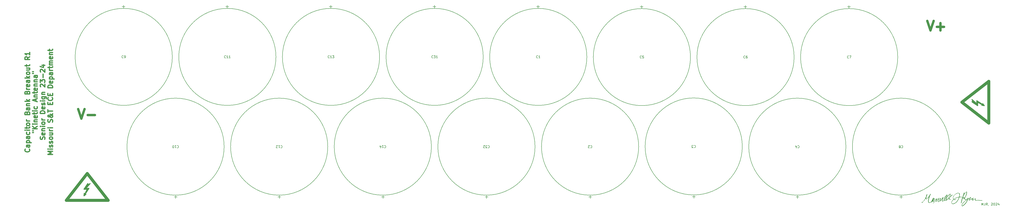
<source format=gto>
G04 #@! TF.GenerationSoftware,KiCad,Pcbnew,7.0.2*
G04 #@! TF.CreationDate,2024-02-27T13:18:42-06:00*
G04 #@! TF.ProjectId,CapBankBreakout,43617042-616e-46b4-9272-65616b6f7574,rev?*
G04 #@! TF.SameCoordinates,Original*
G04 #@! TF.FileFunction,Legend,Top*
G04 #@! TF.FilePolarity,Positive*
%FSLAX46Y46*%
G04 Gerber Fmt 4.6, Leading zero omitted, Abs format (unit mm)*
G04 Created by KiCad (PCBNEW 7.0.2) date 2024-02-27 13:18:42*
%MOMM*%
%LPD*%
G01*
G04 APERTURE LIST*
%ADD10C,1.016000*%
%ADD11C,0.500000*%
%ADD12C,0.150000*%
%ADD13C,0.100000*%
%ADD14C,0.010000*%
%ADD15C,1.270000*%
%ADD16C,0.381000*%
%ADD17C,0.152400*%
%ADD18R,18.288000X18.288000*%
%ADD19R,2.082800X2.082800*%
%ADD20C,2.082800*%
G04 APERTURE END LIST*
D10*
X492129523Y-115438643D02*
X493484190Y-119502643D01*
X493484190Y-119502643D02*
X494838856Y-115438643D01*
X496193524Y-117954453D02*
X499289905Y-117954453D01*
X497741714Y-119502643D02*
X497741714Y-116406262D01*
X131629523Y-152938643D02*
X132984190Y-157002643D01*
X132984190Y-157002643D02*
X134338856Y-152938643D01*
X135693524Y-155454453D02*
X138789905Y-155454453D01*
D11*
X110874761Y-169952382D02*
X110970000Y-170047620D01*
X110970000Y-170047620D02*
X111065238Y-170333334D01*
X111065238Y-170333334D02*
X111065238Y-170523810D01*
X111065238Y-170523810D02*
X110970000Y-170809525D01*
X110970000Y-170809525D02*
X110779523Y-171000001D01*
X110779523Y-171000001D02*
X110589047Y-171095239D01*
X110589047Y-171095239D02*
X110208095Y-171190477D01*
X110208095Y-171190477D02*
X109922380Y-171190477D01*
X109922380Y-171190477D02*
X109541428Y-171095239D01*
X109541428Y-171095239D02*
X109350952Y-171000001D01*
X109350952Y-171000001D02*
X109160476Y-170809525D01*
X109160476Y-170809525D02*
X109065238Y-170523810D01*
X109065238Y-170523810D02*
X109065238Y-170333334D01*
X109065238Y-170333334D02*
X109160476Y-170047620D01*
X109160476Y-170047620D02*
X109255714Y-169952382D01*
X111065238Y-168238096D02*
X110017619Y-168238096D01*
X110017619Y-168238096D02*
X109827142Y-168333334D01*
X109827142Y-168333334D02*
X109731904Y-168523810D01*
X109731904Y-168523810D02*
X109731904Y-168904763D01*
X109731904Y-168904763D02*
X109827142Y-169095239D01*
X110970000Y-168238096D02*
X111065238Y-168428572D01*
X111065238Y-168428572D02*
X111065238Y-168904763D01*
X111065238Y-168904763D02*
X110970000Y-169095239D01*
X110970000Y-169095239D02*
X110779523Y-169190477D01*
X110779523Y-169190477D02*
X110589047Y-169190477D01*
X110589047Y-169190477D02*
X110398571Y-169095239D01*
X110398571Y-169095239D02*
X110303333Y-168904763D01*
X110303333Y-168904763D02*
X110303333Y-168428572D01*
X110303333Y-168428572D02*
X110208095Y-168238096D01*
X109731904Y-167285715D02*
X111731904Y-167285715D01*
X109827142Y-167285715D02*
X109731904Y-167095239D01*
X109731904Y-167095239D02*
X109731904Y-166714286D01*
X109731904Y-166714286D02*
X109827142Y-166523810D01*
X109827142Y-166523810D02*
X109922380Y-166428572D01*
X109922380Y-166428572D02*
X110112857Y-166333334D01*
X110112857Y-166333334D02*
X110684285Y-166333334D01*
X110684285Y-166333334D02*
X110874761Y-166428572D01*
X110874761Y-166428572D02*
X110970000Y-166523810D01*
X110970000Y-166523810D02*
X111065238Y-166714286D01*
X111065238Y-166714286D02*
X111065238Y-167095239D01*
X111065238Y-167095239D02*
X110970000Y-167285715D01*
X111065238Y-164619048D02*
X110017619Y-164619048D01*
X110017619Y-164619048D02*
X109827142Y-164714286D01*
X109827142Y-164714286D02*
X109731904Y-164904762D01*
X109731904Y-164904762D02*
X109731904Y-165285715D01*
X109731904Y-165285715D02*
X109827142Y-165476191D01*
X110970000Y-164619048D02*
X111065238Y-164809524D01*
X111065238Y-164809524D02*
X111065238Y-165285715D01*
X111065238Y-165285715D02*
X110970000Y-165476191D01*
X110970000Y-165476191D02*
X110779523Y-165571429D01*
X110779523Y-165571429D02*
X110589047Y-165571429D01*
X110589047Y-165571429D02*
X110398571Y-165476191D01*
X110398571Y-165476191D02*
X110303333Y-165285715D01*
X110303333Y-165285715D02*
X110303333Y-164809524D01*
X110303333Y-164809524D02*
X110208095Y-164619048D01*
X110970000Y-162809524D02*
X111065238Y-163000000D01*
X111065238Y-163000000D02*
X111065238Y-163380953D01*
X111065238Y-163380953D02*
X110970000Y-163571429D01*
X110970000Y-163571429D02*
X110874761Y-163666667D01*
X110874761Y-163666667D02*
X110684285Y-163761905D01*
X110684285Y-163761905D02*
X110112857Y-163761905D01*
X110112857Y-163761905D02*
X109922380Y-163666667D01*
X109922380Y-163666667D02*
X109827142Y-163571429D01*
X109827142Y-163571429D02*
X109731904Y-163380953D01*
X109731904Y-163380953D02*
X109731904Y-163000000D01*
X109731904Y-163000000D02*
X109827142Y-162809524D01*
X111065238Y-161952381D02*
X109731904Y-161952381D01*
X109065238Y-161952381D02*
X109160476Y-162047619D01*
X109160476Y-162047619D02*
X109255714Y-161952381D01*
X109255714Y-161952381D02*
X109160476Y-161857143D01*
X109160476Y-161857143D02*
X109065238Y-161952381D01*
X109065238Y-161952381D02*
X109255714Y-161952381D01*
X109731904Y-161285714D02*
X109731904Y-160523810D01*
X109065238Y-161000000D02*
X110779523Y-161000000D01*
X110779523Y-161000000D02*
X110970000Y-160904762D01*
X110970000Y-160904762D02*
X111065238Y-160714286D01*
X111065238Y-160714286D02*
X111065238Y-160523810D01*
X111065238Y-159571429D02*
X110970000Y-159761905D01*
X110970000Y-159761905D02*
X110874761Y-159857143D01*
X110874761Y-159857143D02*
X110684285Y-159952381D01*
X110684285Y-159952381D02*
X110112857Y-159952381D01*
X110112857Y-159952381D02*
X109922380Y-159857143D01*
X109922380Y-159857143D02*
X109827142Y-159761905D01*
X109827142Y-159761905D02*
X109731904Y-159571429D01*
X109731904Y-159571429D02*
X109731904Y-159285714D01*
X109731904Y-159285714D02*
X109827142Y-159095238D01*
X109827142Y-159095238D02*
X109922380Y-159000000D01*
X109922380Y-159000000D02*
X110112857Y-158904762D01*
X110112857Y-158904762D02*
X110684285Y-158904762D01*
X110684285Y-158904762D02*
X110874761Y-159000000D01*
X110874761Y-159000000D02*
X110970000Y-159095238D01*
X110970000Y-159095238D02*
X111065238Y-159285714D01*
X111065238Y-159285714D02*
X111065238Y-159571429D01*
X111065238Y-158047619D02*
X109731904Y-158047619D01*
X110112857Y-158047619D02*
X109922380Y-157952381D01*
X109922380Y-157952381D02*
X109827142Y-157857143D01*
X109827142Y-157857143D02*
X109731904Y-157666667D01*
X109731904Y-157666667D02*
X109731904Y-157476190D01*
X110017619Y-154619047D02*
X110112857Y-154333333D01*
X110112857Y-154333333D02*
X110208095Y-154238095D01*
X110208095Y-154238095D02*
X110398571Y-154142857D01*
X110398571Y-154142857D02*
X110684285Y-154142857D01*
X110684285Y-154142857D02*
X110874761Y-154238095D01*
X110874761Y-154238095D02*
X110970000Y-154333333D01*
X110970000Y-154333333D02*
X111065238Y-154523809D01*
X111065238Y-154523809D02*
X111065238Y-155285714D01*
X111065238Y-155285714D02*
X109065238Y-155285714D01*
X109065238Y-155285714D02*
X109065238Y-154619047D01*
X109065238Y-154619047D02*
X109160476Y-154428571D01*
X109160476Y-154428571D02*
X109255714Y-154333333D01*
X109255714Y-154333333D02*
X109446190Y-154238095D01*
X109446190Y-154238095D02*
X109636666Y-154238095D01*
X109636666Y-154238095D02*
X109827142Y-154333333D01*
X109827142Y-154333333D02*
X109922380Y-154428571D01*
X109922380Y-154428571D02*
X110017619Y-154619047D01*
X110017619Y-154619047D02*
X110017619Y-155285714D01*
X111065238Y-152428571D02*
X110017619Y-152428571D01*
X110017619Y-152428571D02*
X109827142Y-152523809D01*
X109827142Y-152523809D02*
X109731904Y-152714285D01*
X109731904Y-152714285D02*
X109731904Y-153095238D01*
X109731904Y-153095238D02*
X109827142Y-153285714D01*
X110970000Y-152428571D02*
X111065238Y-152619047D01*
X111065238Y-152619047D02*
X111065238Y-153095238D01*
X111065238Y-153095238D02*
X110970000Y-153285714D01*
X110970000Y-153285714D02*
X110779523Y-153380952D01*
X110779523Y-153380952D02*
X110589047Y-153380952D01*
X110589047Y-153380952D02*
X110398571Y-153285714D01*
X110398571Y-153285714D02*
X110303333Y-153095238D01*
X110303333Y-153095238D02*
X110303333Y-152619047D01*
X110303333Y-152619047D02*
X110208095Y-152428571D01*
X109731904Y-151476190D02*
X111065238Y-151476190D01*
X109922380Y-151476190D02*
X109827142Y-151380952D01*
X109827142Y-151380952D02*
X109731904Y-151190476D01*
X109731904Y-151190476D02*
X109731904Y-150904761D01*
X109731904Y-150904761D02*
X109827142Y-150714285D01*
X109827142Y-150714285D02*
X110017619Y-150619047D01*
X110017619Y-150619047D02*
X111065238Y-150619047D01*
X111065238Y-149666666D02*
X109065238Y-149666666D01*
X110303333Y-149476190D02*
X111065238Y-148904761D01*
X109731904Y-148904761D02*
X110493809Y-149666666D01*
X110017619Y-145857141D02*
X110112857Y-145571427D01*
X110112857Y-145571427D02*
X110208095Y-145476189D01*
X110208095Y-145476189D02*
X110398571Y-145380951D01*
X110398571Y-145380951D02*
X110684285Y-145380951D01*
X110684285Y-145380951D02*
X110874761Y-145476189D01*
X110874761Y-145476189D02*
X110970000Y-145571427D01*
X110970000Y-145571427D02*
X111065238Y-145761903D01*
X111065238Y-145761903D02*
X111065238Y-146523808D01*
X111065238Y-146523808D02*
X109065238Y-146523808D01*
X109065238Y-146523808D02*
X109065238Y-145857141D01*
X109065238Y-145857141D02*
X109160476Y-145666665D01*
X109160476Y-145666665D02*
X109255714Y-145571427D01*
X109255714Y-145571427D02*
X109446190Y-145476189D01*
X109446190Y-145476189D02*
X109636666Y-145476189D01*
X109636666Y-145476189D02*
X109827142Y-145571427D01*
X109827142Y-145571427D02*
X109922380Y-145666665D01*
X109922380Y-145666665D02*
X110017619Y-145857141D01*
X110017619Y-145857141D02*
X110017619Y-146523808D01*
X111065238Y-144523808D02*
X109731904Y-144523808D01*
X110112857Y-144523808D02*
X109922380Y-144428570D01*
X109922380Y-144428570D02*
X109827142Y-144333332D01*
X109827142Y-144333332D02*
X109731904Y-144142856D01*
X109731904Y-144142856D02*
X109731904Y-143952379D01*
X110970000Y-142523808D02*
X111065238Y-142714284D01*
X111065238Y-142714284D02*
X111065238Y-143095237D01*
X111065238Y-143095237D02*
X110970000Y-143285713D01*
X110970000Y-143285713D02*
X110779523Y-143380951D01*
X110779523Y-143380951D02*
X110017619Y-143380951D01*
X110017619Y-143380951D02*
X109827142Y-143285713D01*
X109827142Y-143285713D02*
X109731904Y-143095237D01*
X109731904Y-143095237D02*
X109731904Y-142714284D01*
X109731904Y-142714284D02*
X109827142Y-142523808D01*
X109827142Y-142523808D02*
X110017619Y-142428570D01*
X110017619Y-142428570D02*
X110208095Y-142428570D01*
X110208095Y-142428570D02*
X110398571Y-143380951D01*
X111065238Y-140714284D02*
X110017619Y-140714284D01*
X110017619Y-140714284D02*
X109827142Y-140809522D01*
X109827142Y-140809522D02*
X109731904Y-140999998D01*
X109731904Y-140999998D02*
X109731904Y-141380951D01*
X109731904Y-141380951D02*
X109827142Y-141571427D01*
X110970000Y-140714284D02*
X111065238Y-140904760D01*
X111065238Y-140904760D02*
X111065238Y-141380951D01*
X111065238Y-141380951D02*
X110970000Y-141571427D01*
X110970000Y-141571427D02*
X110779523Y-141666665D01*
X110779523Y-141666665D02*
X110589047Y-141666665D01*
X110589047Y-141666665D02*
X110398571Y-141571427D01*
X110398571Y-141571427D02*
X110303333Y-141380951D01*
X110303333Y-141380951D02*
X110303333Y-140904760D01*
X110303333Y-140904760D02*
X110208095Y-140714284D01*
X111065238Y-139761903D02*
X109065238Y-139761903D01*
X110303333Y-139571427D02*
X111065238Y-138999998D01*
X109731904Y-138999998D02*
X110493809Y-139761903D01*
X111065238Y-137857141D02*
X110970000Y-138047617D01*
X110970000Y-138047617D02*
X110874761Y-138142855D01*
X110874761Y-138142855D02*
X110684285Y-138238093D01*
X110684285Y-138238093D02*
X110112857Y-138238093D01*
X110112857Y-138238093D02*
X109922380Y-138142855D01*
X109922380Y-138142855D02*
X109827142Y-138047617D01*
X109827142Y-138047617D02*
X109731904Y-137857141D01*
X109731904Y-137857141D02*
X109731904Y-137571426D01*
X109731904Y-137571426D02*
X109827142Y-137380950D01*
X109827142Y-137380950D02*
X109922380Y-137285712D01*
X109922380Y-137285712D02*
X110112857Y-137190474D01*
X110112857Y-137190474D02*
X110684285Y-137190474D01*
X110684285Y-137190474D02*
X110874761Y-137285712D01*
X110874761Y-137285712D02*
X110970000Y-137380950D01*
X110970000Y-137380950D02*
X111065238Y-137571426D01*
X111065238Y-137571426D02*
X111065238Y-137857141D01*
X109731904Y-135476188D02*
X111065238Y-135476188D01*
X109731904Y-136333331D02*
X110779523Y-136333331D01*
X110779523Y-136333331D02*
X110970000Y-136238093D01*
X110970000Y-136238093D02*
X111065238Y-136047617D01*
X111065238Y-136047617D02*
X111065238Y-135761902D01*
X111065238Y-135761902D02*
X110970000Y-135571426D01*
X110970000Y-135571426D02*
X110874761Y-135476188D01*
X109731904Y-134809521D02*
X109731904Y-134047617D01*
X109065238Y-134523807D02*
X110779523Y-134523807D01*
X110779523Y-134523807D02*
X110970000Y-134428569D01*
X110970000Y-134428569D02*
X111065238Y-134238093D01*
X111065238Y-134238093D02*
X111065238Y-134047617D01*
X111065238Y-130714283D02*
X110112857Y-131380950D01*
X111065238Y-131857140D02*
X109065238Y-131857140D01*
X109065238Y-131857140D02*
X109065238Y-131095235D01*
X109065238Y-131095235D02*
X109160476Y-130904759D01*
X109160476Y-130904759D02*
X109255714Y-130809521D01*
X109255714Y-130809521D02*
X109446190Y-130714283D01*
X109446190Y-130714283D02*
X109731904Y-130714283D01*
X109731904Y-130714283D02*
X109922380Y-130809521D01*
X109922380Y-130809521D02*
X110017619Y-130904759D01*
X110017619Y-130904759D02*
X110112857Y-131095235D01*
X110112857Y-131095235D02*
X110112857Y-131857140D01*
X111065238Y-128809521D02*
X111065238Y-129952378D01*
X111065238Y-129380950D02*
X109065238Y-129380950D01*
X109065238Y-129380950D02*
X109350952Y-129571426D01*
X109350952Y-129571426D02*
X109541428Y-129761902D01*
X109541428Y-129761902D02*
X109636666Y-129952378D01*
X112305238Y-162952382D02*
X112686190Y-162952382D01*
X112305238Y-162190477D02*
X112686190Y-162190477D01*
X114305238Y-161333334D02*
X112305238Y-161333334D01*
X114305238Y-160190477D02*
X113162380Y-161047620D01*
X112305238Y-160190477D02*
X113448095Y-161333334D01*
X114305238Y-159333334D02*
X112971904Y-159333334D01*
X112305238Y-159333334D02*
X112400476Y-159428572D01*
X112400476Y-159428572D02*
X112495714Y-159333334D01*
X112495714Y-159333334D02*
X112400476Y-159238096D01*
X112400476Y-159238096D02*
X112305238Y-159333334D01*
X112305238Y-159333334D02*
X112495714Y-159333334D01*
X112971904Y-158380953D02*
X114305238Y-158380953D01*
X113162380Y-158380953D02*
X113067142Y-158285715D01*
X113067142Y-158285715D02*
X112971904Y-158095239D01*
X112971904Y-158095239D02*
X112971904Y-157809524D01*
X112971904Y-157809524D02*
X113067142Y-157619048D01*
X113067142Y-157619048D02*
X113257619Y-157523810D01*
X113257619Y-157523810D02*
X114305238Y-157523810D01*
X114210000Y-155809524D02*
X114305238Y-156000000D01*
X114305238Y-156000000D02*
X114305238Y-156380953D01*
X114305238Y-156380953D02*
X114210000Y-156571429D01*
X114210000Y-156571429D02*
X114019523Y-156666667D01*
X114019523Y-156666667D02*
X113257619Y-156666667D01*
X113257619Y-156666667D02*
X113067142Y-156571429D01*
X113067142Y-156571429D02*
X112971904Y-156380953D01*
X112971904Y-156380953D02*
X112971904Y-156000000D01*
X112971904Y-156000000D02*
X113067142Y-155809524D01*
X113067142Y-155809524D02*
X113257619Y-155714286D01*
X113257619Y-155714286D02*
X113448095Y-155714286D01*
X113448095Y-155714286D02*
X113638571Y-156666667D01*
X112971904Y-155142857D02*
X112971904Y-154380953D01*
X112305238Y-154857143D02*
X114019523Y-154857143D01*
X114019523Y-154857143D02*
X114210000Y-154761905D01*
X114210000Y-154761905D02*
X114305238Y-154571429D01*
X114305238Y-154571429D02*
X114305238Y-154380953D01*
X114305238Y-153714286D02*
X112971904Y-153714286D01*
X112305238Y-153714286D02*
X112400476Y-153809524D01*
X112400476Y-153809524D02*
X112495714Y-153714286D01*
X112495714Y-153714286D02*
X112400476Y-153619048D01*
X112400476Y-153619048D02*
X112305238Y-153714286D01*
X112305238Y-153714286D02*
X112495714Y-153714286D01*
X114210000Y-151904762D02*
X114305238Y-152095238D01*
X114305238Y-152095238D02*
X114305238Y-152476191D01*
X114305238Y-152476191D02*
X114210000Y-152666667D01*
X114210000Y-152666667D02*
X114114761Y-152761905D01*
X114114761Y-152761905D02*
X113924285Y-152857143D01*
X113924285Y-152857143D02*
X113352857Y-152857143D01*
X113352857Y-152857143D02*
X113162380Y-152761905D01*
X113162380Y-152761905D02*
X113067142Y-152666667D01*
X113067142Y-152666667D02*
X112971904Y-152476191D01*
X112971904Y-152476191D02*
X112971904Y-152095238D01*
X112971904Y-152095238D02*
X113067142Y-151904762D01*
X113733809Y-149619047D02*
X113733809Y-148666666D01*
X114305238Y-149809523D02*
X112305238Y-149142857D01*
X112305238Y-149142857D02*
X114305238Y-148476190D01*
X112971904Y-147809523D02*
X114305238Y-147809523D01*
X113162380Y-147809523D02*
X113067142Y-147714285D01*
X113067142Y-147714285D02*
X112971904Y-147523809D01*
X112971904Y-147523809D02*
X112971904Y-147238094D01*
X112971904Y-147238094D02*
X113067142Y-147047618D01*
X113067142Y-147047618D02*
X113257619Y-146952380D01*
X113257619Y-146952380D02*
X114305238Y-146952380D01*
X112971904Y-146285713D02*
X112971904Y-145523809D01*
X112305238Y-145999999D02*
X114019523Y-145999999D01*
X114019523Y-145999999D02*
X114210000Y-145904761D01*
X114210000Y-145904761D02*
X114305238Y-145714285D01*
X114305238Y-145714285D02*
X114305238Y-145523809D01*
X114210000Y-144095237D02*
X114305238Y-144285713D01*
X114305238Y-144285713D02*
X114305238Y-144666666D01*
X114305238Y-144666666D02*
X114210000Y-144857142D01*
X114210000Y-144857142D02*
X114019523Y-144952380D01*
X114019523Y-144952380D02*
X113257619Y-144952380D01*
X113257619Y-144952380D02*
X113067142Y-144857142D01*
X113067142Y-144857142D02*
X112971904Y-144666666D01*
X112971904Y-144666666D02*
X112971904Y-144285713D01*
X112971904Y-144285713D02*
X113067142Y-144095237D01*
X113067142Y-144095237D02*
X113257619Y-143999999D01*
X113257619Y-143999999D02*
X113448095Y-143999999D01*
X113448095Y-143999999D02*
X113638571Y-144952380D01*
X112971904Y-143142856D02*
X114305238Y-143142856D01*
X113162380Y-143142856D02*
X113067142Y-143047618D01*
X113067142Y-143047618D02*
X112971904Y-142857142D01*
X112971904Y-142857142D02*
X112971904Y-142571427D01*
X112971904Y-142571427D02*
X113067142Y-142380951D01*
X113067142Y-142380951D02*
X113257619Y-142285713D01*
X113257619Y-142285713D02*
X114305238Y-142285713D01*
X112971904Y-141333332D02*
X114305238Y-141333332D01*
X113162380Y-141333332D02*
X113067142Y-141238094D01*
X113067142Y-141238094D02*
X112971904Y-141047618D01*
X112971904Y-141047618D02*
X112971904Y-140761903D01*
X112971904Y-140761903D02*
X113067142Y-140571427D01*
X113067142Y-140571427D02*
X113257619Y-140476189D01*
X113257619Y-140476189D02*
X114305238Y-140476189D01*
X114305238Y-138666665D02*
X113257619Y-138666665D01*
X113257619Y-138666665D02*
X113067142Y-138761903D01*
X113067142Y-138761903D02*
X112971904Y-138952379D01*
X112971904Y-138952379D02*
X112971904Y-139333332D01*
X112971904Y-139333332D02*
X113067142Y-139523808D01*
X114210000Y-138666665D02*
X114305238Y-138857141D01*
X114305238Y-138857141D02*
X114305238Y-139333332D01*
X114305238Y-139333332D02*
X114210000Y-139523808D01*
X114210000Y-139523808D02*
X114019523Y-139619046D01*
X114019523Y-139619046D02*
X113829047Y-139619046D01*
X113829047Y-139619046D02*
X113638571Y-139523808D01*
X113638571Y-139523808D02*
X113543333Y-139333332D01*
X113543333Y-139333332D02*
X113543333Y-138857141D01*
X113543333Y-138857141D02*
X113448095Y-138666665D01*
X112305238Y-137809522D02*
X112686190Y-137809522D01*
X112305238Y-137047617D02*
X112686190Y-137047617D01*
X117450000Y-165857143D02*
X117545238Y-165571429D01*
X117545238Y-165571429D02*
X117545238Y-165095238D01*
X117545238Y-165095238D02*
X117450000Y-164904762D01*
X117450000Y-164904762D02*
X117354761Y-164809524D01*
X117354761Y-164809524D02*
X117164285Y-164714286D01*
X117164285Y-164714286D02*
X116973809Y-164714286D01*
X116973809Y-164714286D02*
X116783333Y-164809524D01*
X116783333Y-164809524D02*
X116688095Y-164904762D01*
X116688095Y-164904762D02*
X116592857Y-165095238D01*
X116592857Y-165095238D02*
X116497619Y-165476191D01*
X116497619Y-165476191D02*
X116402380Y-165666667D01*
X116402380Y-165666667D02*
X116307142Y-165761905D01*
X116307142Y-165761905D02*
X116116666Y-165857143D01*
X116116666Y-165857143D02*
X115926190Y-165857143D01*
X115926190Y-165857143D02*
X115735714Y-165761905D01*
X115735714Y-165761905D02*
X115640476Y-165666667D01*
X115640476Y-165666667D02*
X115545238Y-165476191D01*
X115545238Y-165476191D02*
X115545238Y-165000000D01*
X115545238Y-165000000D02*
X115640476Y-164714286D01*
X117450000Y-163095238D02*
X117545238Y-163285714D01*
X117545238Y-163285714D02*
X117545238Y-163666667D01*
X117545238Y-163666667D02*
X117450000Y-163857143D01*
X117450000Y-163857143D02*
X117259523Y-163952381D01*
X117259523Y-163952381D02*
X116497619Y-163952381D01*
X116497619Y-163952381D02*
X116307142Y-163857143D01*
X116307142Y-163857143D02*
X116211904Y-163666667D01*
X116211904Y-163666667D02*
X116211904Y-163285714D01*
X116211904Y-163285714D02*
X116307142Y-163095238D01*
X116307142Y-163095238D02*
X116497619Y-163000000D01*
X116497619Y-163000000D02*
X116688095Y-163000000D01*
X116688095Y-163000000D02*
X116878571Y-163952381D01*
X116211904Y-162142857D02*
X117545238Y-162142857D01*
X116402380Y-162142857D02*
X116307142Y-162047619D01*
X116307142Y-162047619D02*
X116211904Y-161857143D01*
X116211904Y-161857143D02*
X116211904Y-161571428D01*
X116211904Y-161571428D02*
X116307142Y-161380952D01*
X116307142Y-161380952D02*
X116497619Y-161285714D01*
X116497619Y-161285714D02*
X117545238Y-161285714D01*
X117545238Y-160333333D02*
X116211904Y-160333333D01*
X115545238Y-160333333D02*
X115640476Y-160428571D01*
X115640476Y-160428571D02*
X115735714Y-160333333D01*
X115735714Y-160333333D02*
X115640476Y-160238095D01*
X115640476Y-160238095D02*
X115545238Y-160333333D01*
X115545238Y-160333333D02*
X115735714Y-160333333D01*
X117545238Y-159095238D02*
X117450000Y-159285714D01*
X117450000Y-159285714D02*
X117354761Y-159380952D01*
X117354761Y-159380952D02*
X117164285Y-159476190D01*
X117164285Y-159476190D02*
X116592857Y-159476190D01*
X116592857Y-159476190D02*
X116402380Y-159380952D01*
X116402380Y-159380952D02*
X116307142Y-159285714D01*
X116307142Y-159285714D02*
X116211904Y-159095238D01*
X116211904Y-159095238D02*
X116211904Y-158809523D01*
X116211904Y-158809523D02*
X116307142Y-158619047D01*
X116307142Y-158619047D02*
X116402380Y-158523809D01*
X116402380Y-158523809D02*
X116592857Y-158428571D01*
X116592857Y-158428571D02*
X117164285Y-158428571D01*
X117164285Y-158428571D02*
X117354761Y-158523809D01*
X117354761Y-158523809D02*
X117450000Y-158619047D01*
X117450000Y-158619047D02*
X117545238Y-158809523D01*
X117545238Y-158809523D02*
X117545238Y-159095238D01*
X117545238Y-157571428D02*
X116211904Y-157571428D01*
X116592857Y-157571428D02*
X116402380Y-157476190D01*
X116402380Y-157476190D02*
X116307142Y-157380952D01*
X116307142Y-157380952D02*
X116211904Y-157190476D01*
X116211904Y-157190476D02*
X116211904Y-156999999D01*
X117545238Y-154809523D02*
X115545238Y-154809523D01*
X115545238Y-154809523D02*
X115545238Y-154333333D01*
X115545238Y-154333333D02*
X115640476Y-154047618D01*
X115640476Y-154047618D02*
X115830952Y-153857142D01*
X115830952Y-153857142D02*
X116021428Y-153761904D01*
X116021428Y-153761904D02*
X116402380Y-153666666D01*
X116402380Y-153666666D02*
X116688095Y-153666666D01*
X116688095Y-153666666D02*
X117069047Y-153761904D01*
X117069047Y-153761904D02*
X117259523Y-153857142D01*
X117259523Y-153857142D02*
X117450000Y-154047618D01*
X117450000Y-154047618D02*
X117545238Y-154333333D01*
X117545238Y-154333333D02*
X117545238Y-154809523D01*
X117450000Y-152047618D02*
X117545238Y-152238094D01*
X117545238Y-152238094D02*
X117545238Y-152619047D01*
X117545238Y-152619047D02*
X117450000Y-152809523D01*
X117450000Y-152809523D02*
X117259523Y-152904761D01*
X117259523Y-152904761D02*
X116497619Y-152904761D01*
X116497619Y-152904761D02*
X116307142Y-152809523D01*
X116307142Y-152809523D02*
X116211904Y-152619047D01*
X116211904Y-152619047D02*
X116211904Y-152238094D01*
X116211904Y-152238094D02*
X116307142Y-152047618D01*
X116307142Y-152047618D02*
X116497619Y-151952380D01*
X116497619Y-151952380D02*
X116688095Y-151952380D01*
X116688095Y-151952380D02*
X116878571Y-152904761D01*
X117450000Y-151190475D02*
X117545238Y-150999999D01*
X117545238Y-150999999D02*
X117545238Y-150619047D01*
X117545238Y-150619047D02*
X117450000Y-150428570D01*
X117450000Y-150428570D02*
X117259523Y-150333332D01*
X117259523Y-150333332D02*
X117164285Y-150333332D01*
X117164285Y-150333332D02*
X116973809Y-150428570D01*
X116973809Y-150428570D02*
X116878571Y-150619047D01*
X116878571Y-150619047D02*
X116878571Y-150904761D01*
X116878571Y-150904761D02*
X116783333Y-151095237D01*
X116783333Y-151095237D02*
X116592857Y-151190475D01*
X116592857Y-151190475D02*
X116497619Y-151190475D01*
X116497619Y-151190475D02*
X116307142Y-151095237D01*
X116307142Y-151095237D02*
X116211904Y-150904761D01*
X116211904Y-150904761D02*
X116211904Y-150619047D01*
X116211904Y-150619047D02*
X116307142Y-150428570D01*
X117545238Y-149476189D02*
X116211904Y-149476189D01*
X115545238Y-149476189D02*
X115640476Y-149571427D01*
X115640476Y-149571427D02*
X115735714Y-149476189D01*
X115735714Y-149476189D02*
X115640476Y-149380951D01*
X115640476Y-149380951D02*
X115545238Y-149476189D01*
X115545238Y-149476189D02*
X115735714Y-149476189D01*
X116211904Y-147666665D02*
X117830952Y-147666665D01*
X117830952Y-147666665D02*
X118021428Y-147761903D01*
X118021428Y-147761903D02*
X118116666Y-147857141D01*
X118116666Y-147857141D02*
X118211904Y-148047618D01*
X118211904Y-148047618D02*
X118211904Y-148333332D01*
X118211904Y-148333332D02*
X118116666Y-148523808D01*
X117450000Y-147666665D02*
X117545238Y-147857141D01*
X117545238Y-147857141D02*
X117545238Y-148238094D01*
X117545238Y-148238094D02*
X117450000Y-148428570D01*
X117450000Y-148428570D02*
X117354761Y-148523808D01*
X117354761Y-148523808D02*
X117164285Y-148619046D01*
X117164285Y-148619046D02*
X116592857Y-148619046D01*
X116592857Y-148619046D02*
X116402380Y-148523808D01*
X116402380Y-148523808D02*
X116307142Y-148428570D01*
X116307142Y-148428570D02*
X116211904Y-148238094D01*
X116211904Y-148238094D02*
X116211904Y-147857141D01*
X116211904Y-147857141D02*
X116307142Y-147666665D01*
X116211904Y-146714284D02*
X117545238Y-146714284D01*
X116402380Y-146714284D02*
X116307142Y-146619046D01*
X116307142Y-146619046D02*
X116211904Y-146428570D01*
X116211904Y-146428570D02*
X116211904Y-146142855D01*
X116211904Y-146142855D02*
X116307142Y-145952379D01*
X116307142Y-145952379D02*
X116497619Y-145857141D01*
X116497619Y-145857141D02*
X117545238Y-145857141D01*
X115735714Y-143476188D02*
X115640476Y-143380950D01*
X115640476Y-143380950D02*
X115545238Y-143190474D01*
X115545238Y-143190474D02*
X115545238Y-142714283D01*
X115545238Y-142714283D02*
X115640476Y-142523807D01*
X115640476Y-142523807D02*
X115735714Y-142428569D01*
X115735714Y-142428569D02*
X115926190Y-142333331D01*
X115926190Y-142333331D02*
X116116666Y-142333331D01*
X116116666Y-142333331D02*
X116402380Y-142428569D01*
X116402380Y-142428569D02*
X117545238Y-143571426D01*
X117545238Y-143571426D02*
X117545238Y-142333331D01*
X115545238Y-141666664D02*
X115545238Y-140428569D01*
X115545238Y-140428569D02*
X116307142Y-141095236D01*
X116307142Y-141095236D02*
X116307142Y-140809521D01*
X116307142Y-140809521D02*
X116402380Y-140619045D01*
X116402380Y-140619045D02*
X116497619Y-140523807D01*
X116497619Y-140523807D02*
X116688095Y-140428569D01*
X116688095Y-140428569D02*
X117164285Y-140428569D01*
X117164285Y-140428569D02*
X117354761Y-140523807D01*
X117354761Y-140523807D02*
X117450000Y-140619045D01*
X117450000Y-140619045D02*
X117545238Y-140809521D01*
X117545238Y-140809521D02*
X117545238Y-141380950D01*
X117545238Y-141380950D02*
X117450000Y-141571426D01*
X117450000Y-141571426D02*
X117354761Y-141666664D01*
X116783333Y-139571426D02*
X116783333Y-138047617D01*
X115735714Y-137190474D02*
X115640476Y-137095236D01*
X115640476Y-137095236D02*
X115545238Y-136904760D01*
X115545238Y-136904760D02*
X115545238Y-136428569D01*
X115545238Y-136428569D02*
X115640476Y-136238093D01*
X115640476Y-136238093D02*
X115735714Y-136142855D01*
X115735714Y-136142855D02*
X115926190Y-136047617D01*
X115926190Y-136047617D02*
X116116666Y-136047617D01*
X116116666Y-136047617D02*
X116402380Y-136142855D01*
X116402380Y-136142855D02*
X117545238Y-137285712D01*
X117545238Y-137285712D02*
X117545238Y-136047617D01*
X116211904Y-134333331D02*
X117545238Y-134333331D01*
X115450000Y-134809522D02*
X116878571Y-135285712D01*
X116878571Y-135285712D02*
X116878571Y-134047617D01*
X120785238Y-172238096D02*
X118785238Y-172238096D01*
X118785238Y-172238096D02*
X120213809Y-171571429D01*
X120213809Y-171571429D02*
X118785238Y-170904763D01*
X118785238Y-170904763D02*
X120785238Y-170904763D01*
X120785238Y-169952382D02*
X119451904Y-169952382D01*
X118785238Y-169952382D02*
X118880476Y-170047620D01*
X118880476Y-170047620D02*
X118975714Y-169952382D01*
X118975714Y-169952382D02*
X118880476Y-169857144D01*
X118880476Y-169857144D02*
X118785238Y-169952382D01*
X118785238Y-169952382D02*
X118975714Y-169952382D01*
X120690000Y-169095239D02*
X120785238Y-168904763D01*
X120785238Y-168904763D02*
X120785238Y-168523811D01*
X120785238Y-168523811D02*
X120690000Y-168333334D01*
X120690000Y-168333334D02*
X120499523Y-168238096D01*
X120499523Y-168238096D02*
X120404285Y-168238096D01*
X120404285Y-168238096D02*
X120213809Y-168333334D01*
X120213809Y-168333334D02*
X120118571Y-168523811D01*
X120118571Y-168523811D02*
X120118571Y-168809525D01*
X120118571Y-168809525D02*
X120023333Y-169000001D01*
X120023333Y-169000001D02*
X119832857Y-169095239D01*
X119832857Y-169095239D02*
X119737619Y-169095239D01*
X119737619Y-169095239D02*
X119547142Y-169000001D01*
X119547142Y-169000001D02*
X119451904Y-168809525D01*
X119451904Y-168809525D02*
X119451904Y-168523811D01*
X119451904Y-168523811D02*
X119547142Y-168333334D01*
X120690000Y-167476191D02*
X120785238Y-167285715D01*
X120785238Y-167285715D02*
X120785238Y-166904763D01*
X120785238Y-166904763D02*
X120690000Y-166714286D01*
X120690000Y-166714286D02*
X120499523Y-166619048D01*
X120499523Y-166619048D02*
X120404285Y-166619048D01*
X120404285Y-166619048D02*
X120213809Y-166714286D01*
X120213809Y-166714286D02*
X120118571Y-166904763D01*
X120118571Y-166904763D02*
X120118571Y-167190477D01*
X120118571Y-167190477D02*
X120023333Y-167380953D01*
X120023333Y-167380953D02*
X119832857Y-167476191D01*
X119832857Y-167476191D02*
X119737619Y-167476191D01*
X119737619Y-167476191D02*
X119547142Y-167380953D01*
X119547142Y-167380953D02*
X119451904Y-167190477D01*
X119451904Y-167190477D02*
X119451904Y-166904763D01*
X119451904Y-166904763D02*
X119547142Y-166714286D01*
X120785238Y-165476191D02*
X120690000Y-165666667D01*
X120690000Y-165666667D02*
X120594761Y-165761905D01*
X120594761Y-165761905D02*
X120404285Y-165857143D01*
X120404285Y-165857143D02*
X119832857Y-165857143D01*
X119832857Y-165857143D02*
X119642380Y-165761905D01*
X119642380Y-165761905D02*
X119547142Y-165666667D01*
X119547142Y-165666667D02*
X119451904Y-165476191D01*
X119451904Y-165476191D02*
X119451904Y-165190476D01*
X119451904Y-165190476D02*
X119547142Y-165000000D01*
X119547142Y-165000000D02*
X119642380Y-164904762D01*
X119642380Y-164904762D02*
X119832857Y-164809524D01*
X119832857Y-164809524D02*
X120404285Y-164809524D01*
X120404285Y-164809524D02*
X120594761Y-164904762D01*
X120594761Y-164904762D02*
X120690000Y-165000000D01*
X120690000Y-165000000D02*
X120785238Y-165190476D01*
X120785238Y-165190476D02*
X120785238Y-165476191D01*
X119451904Y-163095238D02*
X120785238Y-163095238D01*
X119451904Y-163952381D02*
X120499523Y-163952381D01*
X120499523Y-163952381D02*
X120690000Y-163857143D01*
X120690000Y-163857143D02*
X120785238Y-163666667D01*
X120785238Y-163666667D02*
X120785238Y-163380952D01*
X120785238Y-163380952D02*
X120690000Y-163190476D01*
X120690000Y-163190476D02*
X120594761Y-163095238D01*
X120785238Y-162142857D02*
X119451904Y-162142857D01*
X119832857Y-162142857D02*
X119642380Y-162047619D01*
X119642380Y-162047619D02*
X119547142Y-161952381D01*
X119547142Y-161952381D02*
X119451904Y-161761905D01*
X119451904Y-161761905D02*
X119451904Y-161571428D01*
X120785238Y-160904762D02*
X119451904Y-160904762D01*
X118785238Y-160904762D02*
X118880476Y-161000000D01*
X118880476Y-161000000D02*
X118975714Y-160904762D01*
X118975714Y-160904762D02*
X118880476Y-160809524D01*
X118880476Y-160809524D02*
X118785238Y-160904762D01*
X118785238Y-160904762D02*
X118975714Y-160904762D01*
X120690000Y-158523809D02*
X120785238Y-158238095D01*
X120785238Y-158238095D02*
X120785238Y-157761904D01*
X120785238Y-157761904D02*
X120690000Y-157571428D01*
X120690000Y-157571428D02*
X120594761Y-157476190D01*
X120594761Y-157476190D02*
X120404285Y-157380952D01*
X120404285Y-157380952D02*
X120213809Y-157380952D01*
X120213809Y-157380952D02*
X120023333Y-157476190D01*
X120023333Y-157476190D02*
X119928095Y-157571428D01*
X119928095Y-157571428D02*
X119832857Y-157761904D01*
X119832857Y-157761904D02*
X119737619Y-158142857D01*
X119737619Y-158142857D02*
X119642380Y-158333333D01*
X119642380Y-158333333D02*
X119547142Y-158428571D01*
X119547142Y-158428571D02*
X119356666Y-158523809D01*
X119356666Y-158523809D02*
X119166190Y-158523809D01*
X119166190Y-158523809D02*
X118975714Y-158428571D01*
X118975714Y-158428571D02*
X118880476Y-158333333D01*
X118880476Y-158333333D02*
X118785238Y-158142857D01*
X118785238Y-158142857D02*
X118785238Y-157666666D01*
X118785238Y-157666666D02*
X118880476Y-157380952D01*
X120785238Y-154904761D02*
X120785238Y-155000000D01*
X120785238Y-155000000D02*
X120690000Y-155190476D01*
X120690000Y-155190476D02*
X120404285Y-155476190D01*
X120404285Y-155476190D02*
X119832857Y-155952380D01*
X119832857Y-155952380D02*
X119547142Y-156142857D01*
X119547142Y-156142857D02*
X119261428Y-156238095D01*
X119261428Y-156238095D02*
X119070952Y-156238095D01*
X119070952Y-156238095D02*
X118880476Y-156142857D01*
X118880476Y-156142857D02*
X118785238Y-155952380D01*
X118785238Y-155952380D02*
X118785238Y-155857142D01*
X118785238Y-155857142D02*
X118880476Y-155666666D01*
X118880476Y-155666666D02*
X119070952Y-155571428D01*
X119070952Y-155571428D02*
X119166190Y-155571428D01*
X119166190Y-155571428D02*
X119356666Y-155666666D01*
X119356666Y-155666666D02*
X119451904Y-155761904D01*
X119451904Y-155761904D02*
X119832857Y-156333333D01*
X119832857Y-156333333D02*
X119928095Y-156428571D01*
X119928095Y-156428571D02*
X120118571Y-156523809D01*
X120118571Y-156523809D02*
X120404285Y-156523809D01*
X120404285Y-156523809D02*
X120594761Y-156428571D01*
X120594761Y-156428571D02*
X120690000Y-156333333D01*
X120690000Y-156333333D02*
X120785238Y-156142857D01*
X120785238Y-156142857D02*
X120785238Y-155857142D01*
X120785238Y-155857142D02*
X120690000Y-155666666D01*
X120690000Y-155666666D02*
X120594761Y-155571428D01*
X120594761Y-155571428D02*
X120213809Y-155285714D01*
X120213809Y-155285714D02*
X119928095Y-155190476D01*
X119928095Y-155190476D02*
X119737619Y-155190476D01*
X118785238Y-154333333D02*
X118785238Y-153190476D01*
X120785238Y-153761905D02*
X118785238Y-153761905D01*
X119737619Y-150999999D02*
X119737619Y-150333332D01*
X120785238Y-150047618D02*
X120785238Y-150999999D01*
X120785238Y-150999999D02*
X118785238Y-150999999D01*
X118785238Y-150999999D02*
X118785238Y-150047618D01*
X120594761Y-148047618D02*
X120690000Y-148142856D01*
X120690000Y-148142856D02*
X120785238Y-148428570D01*
X120785238Y-148428570D02*
X120785238Y-148619046D01*
X120785238Y-148619046D02*
X120690000Y-148904761D01*
X120690000Y-148904761D02*
X120499523Y-149095237D01*
X120499523Y-149095237D02*
X120309047Y-149190475D01*
X120309047Y-149190475D02*
X119928095Y-149285713D01*
X119928095Y-149285713D02*
X119642380Y-149285713D01*
X119642380Y-149285713D02*
X119261428Y-149190475D01*
X119261428Y-149190475D02*
X119070952Y-149095237D01*
X119070952Y-149095237D02*
X118880476Y-148904761D01*
X118880476Y-148904761D02*
X118785238Y-148619046D01*
X118785238Y-148619046D02*
X118785238Y-148428570D01*
X118785238Y-148428570D02*
X118880476Y-148142856D01*
X118880476Y-148142856D02*
X118975714Y-148047618D01*
X119737619Y-147190475D02*
X119737619Y-146523808D01*
X120785238Y-146238094D02*
X120785238Y-147190475D01*
X120785238Y-147190475D02*
X118785238Y-147190475D01*
X118785238Y-147190475D02*
X118785238Y-146238094D01*
X120785238Y-143857141D02*
X118785238Y-143857141D01*
X118785238Y-143857141D02*
X118785238Y-143380951D01*
X118785238Y-143380951D02*
X118880476Y-143095236D01*
X118880476Y-143095236D02*
X119070952Y-142904760D01*
X119070952Y-142904760D02*
X119261428Y-142809522D01*
X119261428Y-142809522D02*
X119642380Y-142714284D01*
X119642380Y-142714284D02*
X119928095Y-142714284D01*
X119928095Y-142714284D02*
X120309047Y-142809522D01*
X120309047Y-142809522D02*
X120499523Y-142904760D01*
X120499523Y-142904760D02*
X120690000Y-143095236D01*
X120690000Y-143095236D02*
X120785238Y-143380951D01*
X120785238Y-143380951D02*
X120785238Y-143857141D01*
X120690000Y-141095236D02*
X120785238Y-141285712D01*
X120785238Y-141285712D02*
X120785238Y-141666665D01*
X120785238Y-141666665D02*
X120690000Y-141857141D01*
X120690000Y-141857141D02*
X120499523Y-141952379D01*
X120499523Y-141952379D02*
X119737619Y-141952379D01*
X119737619Y-141952379D02*
X119547142Y-141857141D01*
X119547142Y-141857141D02*
X119451904Y-141666665D01*
X119451904Y-141666665D02*
X119451904Y-141285712D01*
X119451904Y-141285712D02*
X119547142Y-141095236D01*
X119547142Y-141095236D02*
X119737619Y-140999998D01*
X119737619Y-140999998D02*
X119928095Y-140999998D01*
X119928095Y-140999998D02*
X120118571Y-141952379D01*
X119451904Y-140142855D02*
X121451904Y-140142855D01*
X119547142Y-140142855D02*
X119451904Y-139952379D01*
X119451904Y-139952379D02*
X119451904Y-139571426D01*
X119451904Y-139571426D02*
X119547142Y-139380950D01*
X119547142Y-139380950D02*
X119642380Y-139285712D01*
X119642380Y-139285712D02*
X119832857Y-139190474D01*
X119832857Y-139190474D02*
X120404285Y-139190474D01*
X120404285Y-139190474D02*
X120594761Y-139285712D01*
X120594761Y-139285712D02*
X120690000Y-139380950D01*
X120690000Y-139380950D02*
X120785238Y-139571426D01*
X120785238Y-139571426D02*
X120785238Y-139952379D01*
X120785238Y-139952379D02*
X120690000Y-140142855D01*
X120785238Y-137476188D02*
X119737619Y-137476188D01*
X119737619Y-137476188D02*
X119547142Y-137571426D01*
X119547142Y-137571426D02*
X119451904Y-137761902D01*
X119451904Y-137761902D02*
X119451904Y-138142855D01*
X119451904Y-138142855D02*
X119547142Y-138333331D01*
X120690000Y-137476188D02*
X120785238Y-137666664D01*
X120785238Y-137666664D02*
X120785238Y-138142855D01*
X120785238Y-138142855D02*
X120690000Y-138333331D01*
X120690000Y-138333331D02*
X120499523Y-138428569D01*
X120499523Y-138428569D02*
X120309047Y-138428569D01*
X120309047Y-138428569D02*
X120118571Y-138333331D01*
X120118571Y-138333331D02*
X120023333Y-138142855D01*
X120023333Y-138142855D02*
X120023333Y-137666664D01*
X120023333Y-137666664D02*
X119928095Y-137476188D01*
X120785238Y-136523807D02*
X119451904Y-136523807D01*
X119832857Y-136523807D02*
X119642380Y-136428569D01*
X119642380Y-136428569D02*
X119547142Y-136333331D01*
X119547142Y-136333331D02*
X119451904Y-136142855D01*
X119451904Y-136142855D02*
X119451904Y-135952378D01*
X119451904Y-135571426D02*
X119451904Y-134809522D01*
X118785238Y-135285712D02*
X120499523Y-135285712D01*
X120499523Y-135285712D02*
X120690000Y-135190474D01*
X120690000Y-135190474D02*
X120785238Y-134999998D01*
X120785238Y-134999998D02*
X120785238Y-134809522D01*
X120785238Y-134142855D02*
X119451904Y-134142855D01*
X119642380Y-134142855D02*
X119547142Y-134047617D01*
X119547142Y-134047617D02*
X119451904Y-133857141D01*
X119451904Y-133857141D02*
X119451904Y-133571426D01*
X119451904Y-133571426D02*
X119547142Y-133380950D01*
X119547142Y-133380950D02*
X119737619Y-133285712D01*
X119737619Y-133285712D02*
X120785238Y-133285712D01*
X119737619Y-133285712D02*
X119547142Y-133190474D01*
X119547142Y-133190474D02*
X119451904Y-132999998D01*
X119451904Y-132999998D02*
X119451904Y-132714284D01*
X119451904Y-132714284D02*
X119547142Y-132523807D01*
X119547142Y-132523807D02*
X119737619Y-132428569D01*
X119737619Y-132428569D02*
X120785238Y-132428569D01*
X120690000Y-130714283D02*
X120785238Y-130904759D01*
X120785238Y-130904759D02*
X120785238Y-131285712D01*
X120785238Y-131285712D02*
X120690000Y-131476188D01*
X120690000Y-131476188D02*
X120499523Y-131571426D01*
X120499523Y-131571426D02*
X119737619Y-131571426D01*
X119737619Y-131571426D02*
X119547142Y-131476188D01*
X119547142Y-131476188D02*
X119451904Y-131285712D01*
X119451904Y-131285712D02*
X119451904Y-130904759D01*
X119451904Y-130904759D02*
X119547142Y-130714283D01*
X119547142Y-130714283D02*
X119737619Y-130619045D01*
X119737619Y-130619045D02*
X119928095Y-130619045D01*
X119928095Y-130619045D02*
X120118571Y-131571426D01*
X119451904Y-129761902D02*
X120785238Y-129761902D01*
X119642380Y-129761902D02*
X119547142Y-129666664D01*
X119547142Y-129666664D02*
X119451904Y-129476188D01*
X119451904Y-129476188D02*
X119451904Y-129190473D01*
X119451904Y-129190473D02*
X119547142Y-128999997D01*
X119547142Y-128999997D02*
X119737619Y-128904759D01*
X119737619Y-128904759D02*
X120785238Y-128904759D01*
X119451904Y-128238092D02*
X119451904Y-127476188D01*
X118785238Y-127952378D02*
X120499523Y-127952378D01*
X120499523Y-127952378D02*
X120690000Y-127857140D01*
X120690000Y-127857140D02*
X120785238Y-127666664D01*
X120785238Y-127666664D02*
X120785238Y-127476188D01*
D12*
X515238095Y-193877619D02*
X515238095Y-192877619D01*
X515238095Y-192877619D02*
X515571428Y-193591904D01*
X515571428Y-193591904D02*
X515904761Y-192877619D01*
X515904761Y-192877619D02*
X515904761Y-193877619D01*
X516666666Y-192877619D02*
X516666666Y-193591904D01*
X516666666Y-193591904D02*
X516619047Y-193734761D01*
X516619047Y-193734761D02*
X516523809Y-193830000D01*
X516523809Y-193830000D02*
X516380952Y-193877619D01*
X516380952Y-193877619D02*
X516285714Y-193877619D01*
X517714285Y-193877619D02*
X517380952Y-193401428D01*
X517142857Y-193877619D02*
X517142857Y-192877619D01*
X517142857Y-192877619D02*
X517523809Y-192877619D01*
X517523809Y-192877619D02*
X517619047Y-192925238D01*
X517619047Y-192925238D02*
X517666666Y-192972857D01*
X517666666Y-192972857D02*
X517714285Y-193068095D01*
X517714285Y-193068095D02*
X517714285Y-193210952D01*
X517714285Y-193210952D02*
X517666666Y-193306190D01*
X517666666Y-193306190D02*
X517619047Y-193353809D01*
X517619047Y-193353809D02*
X517523809Y-193401428D01*
X517523809Y-193401428D02*
X517142857Y-193401428D01*
X518190476Y-193830000D02*
X518190476Y-193877619D01*
X518190476Y-193877619D02*
X518142857Y-193972857D01*
X518142857Y-193972857D02*
X518095238Y-194020476D01*
X519333333Y-192972857D02*
X519380952Y-192925238D01*
X519380952Y-192925238D02*
X519476190Y-192877619D01*
X519476190Y-192877619D02*
X519714285Y-192877619D01*
X519714285Y-192877619D02*
X519809523Y-192925238D01*
X519809523Y-192925238D02*
X519857142Y-192972857D01*
X519857142Y-192972857D02*
X519904761Y-193068095D01*
X519904761Y-193068095D02*
X519904761Y-193163333D01*
X519904761Y-193163333D02*
X519857142Y-193306190D01*
X519857142Y-193306190D02*
X519285714Y-193877619D01*
X519285714Y-193877619D02*
X519904761Y-193877619D01*
X520523809Y-192877619D02*
X520619047Y-192877619D01*
X520619047Y-192877619D02*
X520714285Y-192925238D01*
X520714285Y-192925238D02*
X520761904Y-192972857D01*
X520761904Y-192972857D02*
X520809523Y-193068095D01*
X520809523Y-193068095D02*
X520857142Y-193258571D01*
X520857142Y-193258571D02*
X520857142Y-193496666D01*
X520857142Y-193496666D02*
X520809523Y-193687142D01*
X520809523Y-193687142D02*
X520761904Y-193782380D01*
X520761904Y-193782380D02*
X520714285Y-193830000D01*
X520714285Y-193830000D02*
X520619047Y-193877619D01*
X520619047Y-193877619D02*
X520523809Y-193877619D01*
X520523809Y-193877619D02*
X520428571Y-193830000D01*
X520428571Y-193830000D02*
X520380952Y-193782380D01*
X520380952Y-193782380D02*
X520333333Y-193687142D01*
X520333333Y-193687142D02*
X520285714Y-193496666D01*
X520285714Y-193496666D02*
X520285714Y-193258571D01*
X520285714Y-193258571D02*
X520333333Y-193068095D01*
X520333333Y-193068095D02*
X520380952Y-192972857D01*
X520380952Y-192972857D02*
X520428571Y-192925238D01*
X520428571Y-192925238D02*
X520523809Y-192877619D01*
X521238095Y-192972857D02*
X521285714Y-192925238D01*
X521285714Y-192925238D02*
X521380952Y-192877619D01*
X521380952Y-192877619D02*
X521619047Y-192877619D01*
X521619047Y-192877619D02*
X521714285Y-192925238D01*
X521714285Y-192925238D02*
X521761904Y-192972857D01*
X521761904Y-192972857D02*
X521809523Y-193068095D01*
X521809523Y-193068095D02*
X521809523Y-193163333D01*
X521809523Y-193163333D02*
X521761904Y-193306190D01*
X521761904Y-193306190D02*
X521190476Y-193877619D01*
X521190476Y-193877619D02*
X521809523Y-193877619D01*
X522666666Y-193210952D02*
X522666666Y-193877619D01*
X522428571Y-192830000D02*
X522190476Y-193544285D01*
X522190476Y-193544285D02*
X522809523Y-193544285D01*
D13*
X134166666Y-192177619D02*
X133833333Y-191701428D01*
X133595238Y-192177619D02*
X133595238Y-191177619D01*
X133595238Y-191177619D02*
X133976190Y-191177619D01*
X133976190Y-191177619D02*
X134071428Y-191225238D01*
X134071428Y-191225238D02*
X134119047Y-191272857D01*
X134119047Y-191272857D02*
X134166666Y-191368095D01*
X134166666Y-191368095D02*
X134166666Y-191510952D01*
X134166666Y-191510952D02*
X134119047Y-191606190D01*
X134119047Y-191606190D02*
X134071428Y-191653809D01*
X134071428Y-191653809D02*
X133976190Y-191701428D01*
X133976190Y-191701428D02*
X133595238Y-191701428D01*
X134595238Y-191653809D02*
X134928571Y-191653809D01*
X135071428Y-192177619D02*
X134595238Y-192177619D01*
X134595238Y-192177619D02*
X134595238Y-191177619D01*
X134595238Y-191177619D02*
X135071428Y-191177619D01*
X135833333Y-191653809D02*
X135500000Y-191653809D01*
X135500000Y-192177619D02*
X135500000Y-191177619D01*
X135500000Y-191177619D02*
X135976190Y-191177619D01*
X136500000Y-191177619D02*
X136500000Y-191415714D01*
X136261905Y-191320476D02*
X136500000Y-191415714D01*
X136500000Y-191415714D02*
X136738095Y-191320476D01*
X136357143Y-191606190D02*
X136500000Y-191415714D01*
X136500000Y-191415714D02*
X136642857Y-191606190D01*
X137261905Y-191177619D02*
X137261905Y-191415714D01*
X137023810Y-191320476D02*
X137261905Y-191415714D01*
X137261905Y-191415714D02*
X137500000Y-191320476D01*
X137119048Y-191606190D02*
X137261905Y-191415714D01*
X137261905Y-191415714D02*
X137404762Y-191606190D01*
D12*
X217637855Y-168558328D02*
X217685474Y-168510709D01*
X217685474Y-168510709D02*
X217828331Y-168463089D01*
X217828331Y-168463089D02*
X217923569Y-168463089D01*
X217923569Y-168463089D02*
X218066426Y-168510709D01*
X218066426Y-168510709D02*
X218161664Y-168605947D01*
X218161664Y-168605947D02*
X218209283Y-168701185D01*
X218209283Y-168701185D02*
X218256902Y-168891661D01*
X218256902Y-168891661D02*
X218256902Y-169034518D01*
X218256902Y-169034518D02*
X218209283Y-169224994D01*
X218209283Y-169224994D02*
X218161664Y-169320232D01*
X218161664Y-169320232D02*
X218066426Y-169415470D01*
X218066426Y-169415470D02*
X217923569Y-169463089D01*
X217923569Y-169463089D02*
X217828331Y-169463089D01*
X217828331Y-169463089D02*
X217685474Y-169415470D01*
X217685474Y-169415470D02*
X217637855Y-169367851D01*
X216685474Y-168463089D02*
X217256902Y-168463089D01*
X216971188Y-168463089D02*
X216971188Y-169463089D01*
X216971188Y-169463089D02*
X217066426Y-169320232D01*
X217066426Y-169320232D02*
X217161664Y-169224994D01*
X217161664Y-169224994D02*
X217256902Y-169177375D01*
X216304521Y-169367851D02*
X216256902Y-169415470D01*
X216256902Y-169415470D02*
X216161664Y-169463089D01*
X216161664Y-169463089D02*
X215923569Y-169463089D01*
X215923569Y-169463089D02*
X215828331Y-169415470D01*
X215828331Y-169415470D02*
X215780712Y-169367851D01*
X215780712Y-169367851D02*
X215733093Y-169272613D01*
X215733093Y-169272613D02*
X215733093Y-169177375D01*
X215733093Y-169177375D02*
X215780712Y-169034518D01*
X215780712Y-169034518D02*
X216352140Y-168463089D01*
X216352140Y-168463089D02*
X215733093Y-168463089D01*
X282352140Y-131112789D02*
X282304521Y-131160409D01*
X282304521Y-131160409D02*
X282161664Y-131208028D01*
X282161664Y-131208028D02*
X282066426Y-131208028D01*
X282066426Y-131208028D02*
X281923569Y-131160409D01*
X281923569Y-131160409D02*
X281828331Y-131065170D01*
X281828331Y-131065170D02*
X281780712Y-130969932D01*
X281780712Y-130969932D02*
X281733093Y-130779456D01*
X281733093Y-130779456D02*
X281733093Y-130636599D01*
X281733093Y-130636599D02*
X281780712Y-130446123D01*
X281780712Y-130446123D02*
X281828331Y-130350885D01*
X281828331Y-130350885D02*
X281923569Y-130255647D01*
X281923569Y-130255647D02*
X282066426Y-130208028D01*
X282066426Y-130208028D02*
X282161664Y-130208028D01*
X282161664Y-130208028D02*
X282304521Y-130255647D01*
X282304521Y-130255647D02*
X282352140Y-130303266D01*
X282685474Y-130208028D02*
X283304521Y-130208028D01*
X283304521Y-130208028D02*
X282971188Y-130588980D01*
X282971188Y-130588980D02*
X283114045Y-130588980D01*
X283114045Y-130588980D02*
X283209283Y-130636599D01*
X283209283Y-130636599D02*
X283256902Y-130684218D01*
X283256902Y-130684218D02*
X283304521Y-130779456D01*
X283304521Y-130779456D02*
X283304521Y-131017551D01*
X283304521Y-131017551D02*
X283256902Y-131112789D01*
X283256902Y-131112789D02*
X283209283Y-131160409D01*
X283209283Y-131160409D02*
X283114045Y-131208028D01*
X283114045Y-131208028D02*
X282828331Y-131208028D01*
X282828331Y-131208028D02*
X282733093Y-131160409D01*
X282733093Y-131160409D02*
X282685474Y-131112789D01*
X284256902Y-131208028D02*
X283685474Y-131208028D01*
X283971188Y-131208028D02*
X283971188Y-130208028D01*
X283971188Y-130208028D02*
X283875950Y-130350885D01*
X283875950Y-130350885D02*
X283780712Y-130446123D01*
X283780712Y-130446123D02*
X283685474Y-130493742D01*
X173637855Y-168558328D02*
X173685474Y-168510709D01*
X173685474Y-168510709D02*
X173828331Y-168463089D01*
X173828331Y-168463089D02*
X173923569Y-168463089D01*
X173923569Y-168463089D02*
X174066426Y-168510709D01*
X174066426Y-168510709D02*
X174161664Y-168605947D01*
X174161664Y-168605947D02*
X174209283Y-168701185D01*
X174209283Y-168701185D02*
X174256902Y-168891661D01*
X174256902Y-168891661D02*
X174256902Y-169034518D01*
X174256902Y-169034518D02*
X174209283Y-169224994D01*
X174209283Y-169224994D02*
X174161664Y-169320232D01*
X174161664Y-169320232D02*
X174066426Y-169415470D01*
X174066426Y-169415470D02*
X173923569Y-169463089D01*
X173923569Y-169463089D02*
X173828331Y-169463089D01*
X173828331Y-169463089D02*
X173685474Y-169415470D01*
X173685474Y-169415470D02*
X173637855Y-169367851D01*
X172685474Y-168463089D02*
X173256902Y-168463089D01*
X172971188Y-168463089D02*
X172971188Y-169463089D01*
X172971188Y-169463089D02*
X173066426Y-169320232D01*
X173066426Y-169320232D02*
X173161664Y-169224994D01*
X173161664Y-169224994D02*
X173256902Y-169177375D01*
X172066426Y-169463089D02*
X171971188Y-169463089D01*
X171971188Y-169463089D02*
X171875950Y-169415470D01*
X171875950Y-169415470D02*
X171828331Y-169367851D01*
X171828331Y-169367851D02*
X171780712Y-169272613D01*
X171780712Y-169272613D02*
X171733093Y-169082137D01*
X171733093Y-169082137D02*
X171733093Y-168844042D01*
X171733093Y-168844042D02*
X171780712Y-168653566D01*
X171780712Y-168653566D02*
X171828331Y-168558328D01*
X171828331Y-168558328D02*
X171875950Y-168510709D01*
X171875950Y-168510709D02*
X171971188Y-168463089D01*
X171971188Y-168463089D02*
X172066426Y-168463089D01*
X172066426Y-168463089D02*
X172161664Y-168510709D01*
X172161664Y-168510709D02*
X172209283Y-168558328D01*
X172209283Y-168558328D02*
X172256902Y-168653566D01*
X172256902Y-168653566D02*
X172304521Y-168844042D01*
X172304521Y-168844042D02*
X172304521Y-169082137D01*
X172304521Y-169082137D02*
X172256902Y-169272613D01*
X172256902Y-169272613D02*
X172209283Y-169367851D01*
X172209283Y-169367851D02*
X172161664Y-169415470D01*
X172161664Y-169415470D02*
X172066426Y-169463089D01*
X437161664Y-168558328D02*
X437209283Y-168510709D01*
X437209283Y-168510709D02*
X437352140Y-168463089D01*
X437352140Y-168463089D02*
X437447378Y-168463089D01*
X437447378Y-168463089D02*
X437590235Y-168510709D01*
X437590235Y-168510709D02*
X437685473Y-168605947D01*
X437685473Y-168605947D02*
X437733092Y-168701185D01*
X437733092Y-168701185D02*
X437780711Y-168891661D01*
X437780711Y-168891661D02*
X437780711Y-169034518D01*
X437780711Y-169034518D02*
X437733092Y-169224994D01*
X437733092Y-169224994D02*
X437685473Y-169320232D01*
X437685473Y-169320232D02*
X437590235Y-169415470D01*
X437590235Y-169415470D02*
X437447378Y-169463089D01*
X437447378Y-169463089D02*
X437352140Y-169463089D01*
X437352140Y-169463089D02*
X437209283Y-169415470D01*
X437209283Y-169415470D02*
X437161664Y-169367851D01*
X436304521Y-169129756D02*
X436304521Y-168463089D01*
X436542616Y-169510709D02*
X436780711Y-168796423D01*
X436780711Y-168796423D02*
X436161664Y-168796423D01*
X458828331Y-131202939D02*
X458780712Y-131250559D01*
X458780712Y-131250559D02*
X458637855Y-131298178D01*
X458637855Y-131298178D02*
X458542617Y-131298178D01*
X458542617Y-131298178D02*
X458399760Y-131250559D01*
X458399760Y-131250559D02*
X458304522Y-131155320D01*
X458304522Y-131155320D02*
X458256903Y-131060082D01*
X458256903Y-131060082D02*
X458209284Y-130869606D01*
X458209284Y-130869606D02*
X458209284Y-130726749D01*
X458209284Y-130726749D02*
X458256903Y-130536273D01*
X458256903Y-130536273D02*
X458304522Y-130441035D01*
X458304522Y-130441035D02*
X458399760Y-130345797D01*
X458399760Y-130345797D02*
X458542617Y-130298178D01*
X458542617Y-130298178D02*
X458637855Y-130298178D01*
X458637855Y-130298178D02*
X458780712Y-130345797D01*
X458780712Y-130345797D02*
X458828331Y-130393416D01*
X459161665Y-130298178D02*
X459828331Y-130298178D01*
X459828331Y-130298178D02*
X459399760Y-131298178D01*
D13*
X518677619Y-151333333D02*
X518201428Y-151666666D01*
X518677619Y-151904761D02*
X517677619Y-151904761D01*
X517677619Y-151904761D02*
X517677619Y-151523809D01*
X517677619Y-151523809D02*
X517725238Y-151428571D01*
X517725238Y-151428571D02*
X517772857Y-151380952D01*
X517772857Y-151380952D02*
X517868095Y-151333333D01*
X517868095Y-151333333D02*
X518010952Y-151333333D01*
X518010952Y-151333333D02*
X518106190Y-151380952D01*
X518106190Y-151380952D02*
X518153809Y-151428571D01*
X518153809Y-151428571D02*
X518201428Y-151523809D01*
X518201428Y-151523809D02*
X518201428Y-151904761D01*
X518153809Y-150904761D02*
X518153809Y-150571428D01*
X518677619Y-150428571D02*
X518677619Y-150904761D01*
X518677619Y-150904761D02*
X517677619Y-150904761D01*
X517677619Y-150904761D02*
X517677619Y-150428571D01*
X518153809Y-149666666D02*
X518153809Y-149999999D01*
X518677619Y-149999999D02*
X517677619Y-149999999D01*
X517677619Y-149999999D02*
X517677619Y-149523809D01*
X517677619Y-148999999D02*
X517915714Y-148999999D01*
X517820476Y-149238094D02*
X517915714Y-148999999D01*
X517915714Y-148999999D02*
X517820476Y-148761904D01*
X518106190Y-149142856D02*
X517915714Y-148999999D01*
X517915714Y-148999999D02*
X518106190Y-148857142D01*
X517677619Y-148238094D02*
X517915714Y-148238094D01*
X517820476Y-148476189D02*
X517915714Y-148238094D01*
X517915714Y-148238094D02*
X517820476Y-147999999D01*
X518106190Y-148380951D02*
X517915714Y-148238094D01*
X517915714Y-148238094D02*
X518106190Y-148095237D01*
D12*
X150828331Y-131112789D02*
X150780712Y-131160409D01*
X150780712Y-131160409D02*
X150637855Y-131208028D01*
X150637855Y-131208028D02*
X150542617Y-131208028D01*
X150542617Y-131208028D02*
X150399760Y-131160409D01*
X150399760Y-131160409D02*
X150304522Y-131065170D01*
X150304522Y-131065170D02*
X150256903Y-130969932D01*
X150256903Y-130969932D02*
X150209284Y-130779456D01*
X150209284Y-130779456D02*
X150209284Y-130636599D01*
X150209284Y-130636599D02*
X150256903Y-130446123D01*
X150256903Y-130446123D02*
X150304522Y-130350885D01*
X150304522Y-130350885D02*
X150399760Y-130255647D01*
X150399760Y-130255647D02*
X150542617Y-130208028D01*
X150542617Y-130208028D02*
X150637855Y-130208028D01*
X150637855Y-130208028D02*
X150780712Y-130255647D01*
X150780712Y-130255647D02*
X150828331Y-130303266D01*
X151304522Y-131208028D02*
X151494998Y-131208028D01*
X151494998Y-131208028D02*
X151590236Y-131160409D01*
X151590236Y-131160409D02*
X151637855Y-131112789D01*
X151637855Y-131112789D02*
X151733093Y-130969932D01*
X151733093Y-130969932D02*
X151780712Y-130779456D01*
X151780712Y-130779456D02*
X151780712Y-130398504D01*
X151780712Y-130398504D02*
X151733093Y-130303266D01*
X151733093Y-130303266D02*
X151685474Y-130255647D01*
X151685474Y-130255647D02*
X151590236Y-130208028D01*
X151590236Y-130208028D02*
X151399760Y-130208028D01*
X151399760Y-130208028D02*
X151304522Y-130255647D01*
X151304522Y-130255647D02*
X151256903Y-130303266D01*
X151256903Y-130303266D02*
X151209284Y-130398504D01*
X151209284Y-130398504D02*
X151209284Y-130636599D01*
X151209284Y-130636599D02*
X151256903Y-130731837D01*
X151256903Y-130731837D02*
X151304522Y-130779456D01*
X151304522Y-130779456D02*
X151399760Y-130827075D01*
X151399760Y-130827075D02*
X151590236Y-130827075D01*
X151590236Y-130827075D02*
X151685474Y-130779456D01*
X151685474Y-130779456D02*
X151733093Y-130731837D01*
X151733093Y-130731837D02*
X151780712Y-130636599D01*
X326828331Y-131112789D02*
X326780712Y-131160409D01*
X326780712Y-131160409D02*
X326637855Y-131208028D01*
X326637855Y-131208028D02*
X326542617Y-131208028D01*
X326542617Y-131208028D02*
X326399760Y-131160409D01*
X326399760Y-131160409D02*
X326304522Y-131065170D01*
X326304522Y-131065170D02*
X326256903Y-130969932D01*
X326256903Y-130969932D02*
X326209284Y-130779456D01*
X326209284Y-130779456D02*
X326209284Y-130636599D01*
X326209284Y-130636599D02*
X326256903Y-130446123D01*
X326256903Y-130446123D02*
X326304522Y-130350885D01*
X326304522Y-130350885D02*
X326399760Y-130255647D01*
X326399760Y-130255647D02*
X326542617Y-130208028D01*
X326542617Y-130208028D02*
X326637855Y-130208028D01*
X326637855Y-130208028D02*
X326780712Y-130255647D01*
X326780712Y-130255647D02*
X326828331Y-130303266D01*
X327780712Y-131208028D02*
X327209284Y-131208028D01*
X327494998Y-131208028D02*
X327494998Y-130208028D01*
X327494998Y-130208028D02*
X327399760Y-130350885D01*
X327399760Y-130350885D02*
X327304522Y-130446123D01*
X327304522Y-130446123D02*
X327209284Y-130493742D01*
X393161664Y-168468178D02*
X393209283Y-168420559D01*
X393209283Y-168420559D02*
X393352140Y-168372939D01*
X393352140Y-168372939D02*
X393447378Y-168372939D01*
X393447378Y-168372939D02*
X393590235Y-168420559D01*
X393590235Y-168420559D02*
X393685473Y-168515797D01*
X393685473Y-168515797D02*
X393733092Y-168611035D01*
X393733092Y-168611035D02*
X393780711Y-168801511D01*
X393780711Y-168801511D02*
X393780711Y-168944368D01*
X393780711Y-168944368D02*
X393733092Y-169134844D01*
X393733092Y-169134844D02*
X393685473Y-169230082D01*
X393685473Y-169230082D02*
X393590235Y-169325320D01*
X393590235Y-169325320D02*
X393447378Y-169372939D01*
X393447378Y-169372939D02*
X393352140Y-169372939D01*
X393352140Y-169372939D02*
X393209283Y-169325320D01*
X393209283Y-169325320D02*
X393161664Y-169277701D01*
X392828330Y-169372939D02*
X392209283Y-169372939D01*
X392209283Y-169372939D02*
X392542616Y-168991987D01*
X392542616Y-168991987D02*
X392399759Y-168991987D01*
X392399759Y-168991987D02*
X392304521Y-168944368D01*
X392304521Y-168944368D02*
X392256902Y-168896749D01*
X392256902Y-168896749D02*
X392209283Y-168801511D01*
X392209283Y-168801511D02*
X392209283Y-168563416D01*
X392209283Y-168563416D02*
X392256902Y-168468178D01*
X392256902Y-168468178D02*
X392304521Y-168420559D01*
X392304521Y-168420559D02*
X392399759Y-168372939D01*
X392399759Y-168372939D02*
X392685473Y-168372939D01*
X392685473Y-168372939D02*
X392780711Y-168420559D01*
X392780711Y-168420559D02*
X392828330Y-168468178D01*
X370828331Y-131202939D02*
X370780712Y-131250559D01*
X370780712Y-131250559D02*
X370637855Y-131298178D01*
X370637855Y-131298178D02*
X370542617Y-131298178D01*
X370542617Y-131298178D02*
X370399760Y-131250559D01*
X370399760Y-131250559D02*
X370304522Y-131155320D01*
X370304522Y-131155320D02*
X370256903Y-131060082D01*
X370256903Y-131060082D02*
X370209284Y-130869606D01*
X370209284Y-130869606D02*
X370209284Y-130726749D01*
X370209284Y-130726749D02*
X370256903Y-130536273D01*
X370256903Y-130536273D02*
X370304522Y-130441035D01*
X370304522Y-130441035D02*
X370399760Y-130345797D01*
X370399760Y-130345797D02*
X370542617Y-130298178D01*
X370542617Y-130298178D02*
X370637855Y-130298178D01*
X370637855Y-130298178D02*
X370780712Y-130345797D01*
X370780712Y-130345797D02*
X370828331Y-130393416D01*
X371733093Y-130298178D02*
X371256903Y-130298178D01*
X371256903Y-130298178D02*
X371209284Y-130774368D01*
X371209284Y-130774368D02*
X371256903Y-130726749D01*
X371256903Y-130726749D02*
X371352141Y-130679130D01*
X371352141Y-130679130D02*
X371590236Y-130679130D01*
X371590236Y-130679130D02*
X371685474Y-130726749D01*
X371685474Y-130726749D02*
X371733093Y-130774368D01*
X371733093Y-130774368D02*
X371780712Y-130869606D01*
X371780712Y-130869606D02*
X371780712Y-131107701D01*
X371780712Y-131107701D02*
X371733093Y-131202939D01*
X371733093Y-131202939D02*
X371685474Y-131250559D01*
X371685474Y-131250559D02*
X371590236Y-131298178D01*
X371590236Y-131298178D02*
X371352141Y-131298178D01*
X371352141Y-131298178D02*
X371256903Y-131250559D01*
X371256903Y-131250559D02*
X371209284Y-131202939D01*
X238352140Y-131112789D02*
X238304521Y-131160409D01*
X238304521Y-131160409D02*
X238161664Y-131208028D01*
X238161664Y-131208028D02*
X238066426Y-131208028D01*
X238066426Y-131208028D02*
X237923569Y-131160409D01*
X237923569Y-131160409D02*
X237828331Y-131065170D01*
X237828331Y-131065170D02*
X237780712Y-130969932D01*
X237780712Y-130969932D02*
X237733093Y-130779456D01*
X237733093Y-130779456D02*
X237733093Y-130636599D01*
X237733093Y-130636599D02*
X237780712Y-130446123D01*
X237780712Y-130446123D02*
X237828331Y-130350885D01*
X237828331Y-130350885D02*
X237923569Y-130255647D01*
X237923569Y-130255647D02*
X238066426Y-130208028D01*
X238066426Y-130208028D02*
X238161664Y-130208028D01*
X238161664Y-130208028D02*
X238304521Y-130255647D01*
X238304521Y-130255647D02*
X238352140Y-130303266D01*
X239304521Y-131208028D02*
X238733093Y-131208028D01*
X239018807Y-131208028D02*
X239018807Y-130208028D01*
X239018807Y-130208028D02*
X238923569Y-130350885D01*
X238923569Y-130350885D02*
X238828331Y-130446123D01*
X238828331Y-130446123D02*
X238733093Y-130493742D01*
X239637855Y-130208028D02*
X240256902Y-130208028D01*
X240256902Y-130208028D02*
X239923569Y-130588980D01*
X239923569Y-130588980D02*
X240066426Y-130588980D01*
X240066426Y-130588980D02*
X240161664Y-130636599D01*
X240161664Y-130636599D02*
X240209283Y-130684218D01*
X240209283Y-130684218D02*
X240256902Y-130779456D01*
X240256902Y-130779456D02*
X240256902Y-131017551D01*
X240256902Y-131017551D02*
X240209283Y-131112789D01*
X240209283Y-131112789D02*
X240161664Y-131160409D01*
X240161664Y-131160409D02*
X240066426Y-131208028D01*
X240066426Y-131208028D02*
X239780712Y-131208028D01*
X239780712Y-131208028D02*
X239685474Y-131160409D01*
X239685474Y-131160409D02*
X239637855Y-131112789D01*
X481161664Y-168558328D02*
X481209283Y-168510709D01*
X481209283Y-168510709D02*
X481352140Y-168463089D01*
X481352140Y-168463089D02*
X481447378Y-168463089D01*
X481447378Y-168463089D02*
X481590235Y-168510709D01*
X481590235Y-168510709D02*
X481685473Y-168605947D01*
X481685473Y-168605947D02*
X481733092Y-168701185D01*
X481733092Y-168701185D02*
X481780711Y-168891661D01*
X481780711Y-168891661D02*
X481780711Y-169034518D01*
X481780711Y-169034518D02*
X481733092Y-169224994D01*
X481733092Y-169224994D02*
X481685473Y-169320232D01*
X481685473Y-169320232D02*
X481590235Y-169415470D01*
X481590235Y-169415470D02*
X481447378Y-169463089D01*
X481447378Y-169463089D02*
X481352140Y-169463089D01*
X481352140Y-169463089D02*
X481209283Y-169415470D01*
X481209283Y-169415470D02*
X481161664Y-169367851D01*
X480590235Y-169034518D02*
X480685473Y-169082137D01*
X480685473Y-169082137D02*
X480733092Y-169129756D01*
X480733092Y-169129756D02*
X480780711Y-169224994D01*
X480780711Y-169224994D02*
X480780711Y-169272613D01*
X480780711Y-169272613D02*
X480733092Y-169367851D01*
X480733092Y-169367851D02*
X480685473Y-169415470D01*
X480685473Y-169415470D02*
X480590235Y-169463089D01*
X480590235Y-169463089D02*
X480399759Y-169463089D01*
X480399759Y-169463089D02*
X480304521Y-169415470D01*
X480304521Y-169415470D02*
X480256902Y-169367851D01*
X480256902Y-169367851D02*
X480209283Y-169272613D01*
X480209283Y-169272613D02*
X480209283Y-169224994D01*
X480209283Y-169224994D02*
X480256902Y-169129756D01*
X480256902Y-169129756D02*
X480304521Y-169082137D01*
X480304521Y-169082137D02*
X480399759Y-169034518D01*
X480399759Y-169034518D02*
X480590235Y-169034518D01*
X480590235Y-169034518D02*
X480685473Y-168986899D01*
X480685473Y-168986899D02*
X480733092Y-168939280D01*
X480733092Y-168939280D02*
X480780711Y-168844042D01*
X480780711Y-168844042D02*
X480780711Y-168653566D01*
X480780711Y-168653566D02*
X480733092Y-168558328D01*
X480733092Y-168558328D02*
X480685473Y-168510709D01*
X480685473Y-168510709D02*
X480590235Y-168463089D01*
X480590235Y-168463089D02*
X480399759Y-168463089D01*
X480399759Y-168463089D02*
X480304521Y-168510709D01*
X480304521Y-168510709D02*
X480256902Y-168558328D01*
X480256902Y-168558328D02*
X480209283Y-168653566D01*
X480209283Y-168653566D02*
X480209283Y-168844042D01*
X480209283Y-168844042D02*
X480256902Y-168939280D01*
X480256902Y-168939280D02*
X480304521Y-168986899D01*
X480304521Y-168986899D02*
X480399759Y-169034518D01*
X305637855Y-168558328D02*
X305685474Y-168510709D01*
X305685474Y-168510709D02*
X305828331Y-168463089D01*
X305828331Y-168463089D02*
X305923569Y-168463089D01*
X305923569Y-168463089D02*
X306066426Y-168510709D01*
X306066426Y-168510709D02*
X306161664Y-168605947D01*
X306161664Y-168605947D02*
X306209283Y-168701185D01*
X306209283Y-168701185D02*
X306256902Y-168891661D01*
X306256902Y-168891661D02*
X306256902Y-169034518D01*
X306256902Y-169034518D02*
X306209283Y-169224994D01*
X306209283Y-169224994D02*
X306161664Y-169320232D01*
X306161664Y-169320232D02*
X306066426Y-169415470D01*
X306066426Y-169415470D02*
X305923569Y-169463089D01*
X305923569Y-169463089D02*
X305828331Y-169463089D01*
X305828331Y-169463089D02*
X305685474Y-169415470D01*
X305685474Y-169415470D02*
X305637855Y-169367851D01*
X305304521Y-169463089D02*
X304685474Y-169463089D01*
X304685474Y-169463089D02*
X305018807Y-169082137D01*
X305018807Y-169082137D02*
X304875950Y-169082137D01*
X304875950Y-169082137D02*
X304780712Y-169034518D01*
X304780712Y-169034518D02*
X304733093Y-168986899D01*
X304733093Y-168986899D02*
X304685474Y-168891661D01*
X304685474Y-168891661D02*
X304685474Y-168653566D01*
X304685474Y-168653566D02*
X304733093Y-168558328D01*
X304733093Y-168558328D02*
X304780712Y-168510709D01*
X304780712Y-168510709D02*
X304875950Y-168463089D01*
X304875950Y-168463089D02*
X305161664Y-168463089D01*
X305161664Y-168463089D02*
X305256902Y-168510709D01*
X305256902Y-168510709D02*
X305304521Y-168558328D01*
X304304521Y-169367851D02*
X304256902Y-169415470D01*
X304256902Y-169415470D02*
X304161664Y-169463089D01*
X304161664Y-169463089D02*
X303923569Y-169463089D01*
X303923569Y-169463089D02*
X303828331Y-169415470D01*
X303828331Y-169415470D02*
X303780712Y-169367851D01*
X303780712Y-169367851D02*
X303733093Y-169272613D01*
X303733093Y-169272613D02*
X303733093Y-169177375D01*
X303733093Y-169177375D02*
X303780712Y-169034518D01*
X303780712Y-169034518D02*
X304352140Y-168463089D01*
X304352140Y-168463089D02*
X303733093Y-168463089D01*
X261637855Y-168558328D02*
X261685474Y-168510709D01*
X261685474Y-168510709D02*
X261828331Y-168463089D01*
X261828331Y-168463089D02*
X261923569Y-168463089D01*
X261923569Y-168463089D02*
X262066426Y-168510709D01*
X262066426Y-168510709D02*
X262161664Y-168605947D01*
X262161664Y-168605947D02*
X262209283Y-168701185D01*
X262209283Y-168701185D02*
X262256902Y-168891661D01*
X262256902Y-168891661D02*
X262256902Y-169034518D01*
X262256902Y-169034518D02*
X262209283Y-169224994D01*
X262209283Y-169224994D02*
X262161664Y-169320232D01*
X262161664Y-169320232D02*
X262066426Y-169415470D01*
X262066426Y-169415470D02*
X261923569Y-169463089D01*
X261923569Y-169463089D02*
X261828331Y-169463089D01*
X261828331Y-169463089D02*
X261685474Y-169415470D01*
X261685474Y-169415470D02*
X261637855Y-169367851D01*
X260685474Y-168463089D02*
X261256902Y-168463089D01*
X260971188Y-168463089D02*
X260971188Y-169463089D01*
X260971188Y-169463089D02*
X261066426Y-169320232D01*
X261066426Y-169320232D02*
X261161664Y-169224994D01*
X261161664Y-169224994D02*
X261256902Y-169177375D01*
X259828331Y-169129756D02*
X259828331Y-168463089D01*
X260066426Y-169510709D02*
X260304521Y-168796423D01*
X260304521Y-168796423D02*
X259685474Y-168796423D01*
X194352140Y-131112789D02*
X194304521Y-131160409D01*
X194304521Y-131160409D02*
X194161664Y-131208028D01*
X194161664Y-131208028D02*
X194066426Y-131208028D01*
X194066426Y-131208028D02*
X193923569Y-131160409D01*
X193923569Y-131160409D02*
X193828331Y-131065170D01*
X193828331Y-131065170D02*
X193780712Y-130969932D01*
X193780712Y-130969932D02*
X193733093Y-130779456D01*
X193733093Y-130779456D02*
X193733093Y-130636599D01*
X193733093Y-130636599D02*
X193780712Y-130446123D01*
X193780712Y-130446123D02*
X193828331Y-130350885D01*
X193828331Y-130350885D02*
X193923569Y-130255647D01*
X193923569Y-130255647D02*
X194066426Y-130208028D01*
X194066426Y-130208028D02*
X194161664Y-130208028D01*
X194161664Y-130208028D02*
X194304521Y-130255647D01*
X194304521Y-130255647D02*
X194352140Y-130303266D01*
X195304521Y-131208028D02*
X194733093Y-131208028D01*
X195018807Y-131208028D02*
X195018807Y-130208028D01*
X195018807Y-130208028D02*
X194923569Y-130350885D01*
X194923569Y-130350885D02*
X194828331Y-130446123D01*
X194828331Y-130446123D02*
X194733093Y-130493742D01*
X196256902Y-131208028D02*
X195685474Y-131208028D01*
X195971188Y-131208028D02*
X195971188Y-130208028D01*
X195971188Y-130208028D02*
X195875950Y-130350885D01*
X195875950Y-130350885D02*
X195780712Y-130446123D01*
X195780712Y-130446123D02*
X195685474Y-130493742D01*
X349161664Y-168558328D02*
X349209283Y-168510709D01*
X349209283Y-168510709D02*
X349352140Y-168463089D01*
X349352140Y-168463089D02*
X349447378Y-168463089D01*
X349447378Y-168463089D02*
X349590235Y-168510709D01*
X349590235Y-168510709D02*
X349685473Y-168605947D01*
X349685473Y-168605947D02*
X349733092Y-168701185D01*
X349733092Y-168701185D02*
X349780711Y-168891661D01*
X349780711Y-168891661D02*
X349780711Y-169034518D01*
X349780711Y-169034518D02*
X349733092Y-169224994D01*
X349733092Y-169224994D02*
X349685473Y-169320232D01*
X349685473Y-169320232D02*
X349590235Y-169415470D01*
X349590235Y-169415470D02*
X349447378Y-169463089D01*
X349447378Y-169463089D02*
X349352140Y-169463089D01*
X349352140Y-169463089D02*
X349209283Y-169415470D01*
X349209283Y-169415470D02*
X349161664Y-169367851D01*
X348780711Y-169367851D02*
X348733092Y-169415470D01*
X348733092Y-169415470D02*
X348637854Y-169463089D01*
X348637854Y-169463089D02*
X348399759Y-169463089D01*
X348399759Y-169463089D02*
X348304521Y-169415470D01*
X348304521Y-169415470D02*
X348256902Y-169367851D01*
X348256902Y-169367851D02*
X348209283Y-169272613D01*
X348209283Y-169272613D02*
X348209283Y-169177375D01*
X348209283Y-169177375D02*
X348256902Y-169034518D01*
X348256902Y-169034518D02*
X348828330Y-168463089D01*
X348828330Y-168463089D02*
X348209283Y-168463089D01*
X414828331Y-131202939D02*
X414780712Y-131250559D01*
X414780712Y-131250559D02*
X414637855Y-131298178D01*
X414637855Y-131298178D02*
X414542617Y-131298178D01*
X414542617Y-131298178D02*
X414399760Y-131250559D01*
X414399760Y-131250559D02*
X414304522Y-131155320D01*
X414304522Y-131155320D02*
X414256903Y-131060082D01*
X414256903Y-131060082D02*
X414209284Y-130869606D01*
X414209284Y-130869606D02*
X414209284Y-130726749D01*
X414209284Y-130726749D02*
X414256903Y-130536273D01*
X414256903Y-130536273D02*
X414304522Y-130441035D01*
X414304522Y-130441035D02*
X414399760Y-130345797D01*
X414399760Y-130345797D02*
X414542617Y-130298178D01*
X414542617Y-130298178D02*
X414637855Y-130298178D01*
X414637855Y-130298178D02*
X414780712Y-130345797D01*
X414780712Y-130345797D02*
X414828331Y-130393416D01*
X415685474Y-130298178D02*
X415494998Y-130298178D01*
X415494998Y-130298178D02*
X415399760Y-130345797D01*
X415399760Y-130345797D02*
X415352141Y-130393416D01*
X415352141Y-130393416D02*
X415256903Y-130536273D01*
X415256903Y-130536273D02*
X415209284Y-130726749D01*
X415209284Y-130726749D02*
X415209284Y-131107701D01*
X415209284Y-131107701D02*
X415256903Y-131202939D01*
X415256903Y-131202939D02*
X415304522Y-131250559D01*
X415304522Y-131250559D02*
X415399760Y-131298178D01*
X415399760Y-131298178D02*
X415590236Y-131298178D01*
X415590236Y-131298178D02*
X415685474Y-131250559D01*
X415685474Y-131250559D02*
X415733093Y-131202939D01*
X415733093Y-131202939D02*
X415780712Y-131107701D01*
X415780712Y-131107701D02*
X415780712Y-130869606D01*
X415780712Y-130869606D02*
X415733093Y-130774368D01*
X415733093Y-130774368D02*
X415685474Y-130726749D01*
X415685474Y-130726749D02*
X415590236Y-130679130D01*
X415590236Y-130679130D02*
X415399760Y-130679130D01*
X415399760Y-130679130D02*
X415304522Y-130726749D01*
X415304522Y-130726749D02*
X415256903Y-130774368D01*
X415256903Y-130774368D02*
X415209284Y-130869606D01*
D14*
X508862960Y-188059105D02*
X508911837Y-188108880D01*
X508942004Y-188194350D01*
X508953719Y-188313363D01*
X508947238Y-188463766D01*
X508922820Y-188643408D01*
X508880721Y-188850137D01*
X508821198Y-189081801D01*
X508744510Y-189336249D01*
X508690981Y-189497166D01*
X508587776Y-189778606D01*
X508483101Y-190024164D01*
X508373550Y-190240245D01*
X508255720Y-190433257D01*
X508126206Y-190609605D01*
X508054017Y-190695810D01*
X507940756Y-190825538D01*
X508044819Y-191011176D01*
X508137854Y-191160262D01*
X508233090Y-191281367D01*
X508327147Y-191371237D01*
X508416648Y-191426615D01*
X508494407Y-191444312D01*
X508537047Y-191428999D01*
X508599722Y-191386670D01*
X508670083Y-191326823D01*
X508858568Y-191155092D01*
X509019512Y-191013634D01*
X509154047Y-190901576D01*
X509263303Y-190818045D01*
X509348411Y-190762168D01*
X509410502Y-190733073D01*
X509445076Y-190728592D01*
X509497479Y-190748416D01*
X509524620Y-190791292D01*
X509527696Y-190861670D01*
X509508172Y-190962958D01*
X509490890Y-191033457D01*
X509479899Y-191084502D01*
X509477413Y-191105731D01*
X509477617Y-191105833D01*
X509499842Y-191095276D01*
X509550711Y-191066506D01*
X509623047Y-191023870D01*
X509709676Y-190971717D01*
X509803421Y-190914398D01*
X509897107Y-190856259D01*
X509983557Y-190801651D01*
X510043702Y-190762761D01*
X510146947Y-190697995D01*
X510261726Y-190630678D01*
X510368859Y-190571920D01*
X510406193Y-190552845D01*
X510492363Y-190511672D01*
X510550514Y-190488690D01*
X510589546Y-190481371D01*
X510618355Y-190487186D01*
X510625365Y-190490589D01*
X510660342Y-190520049D01*
X510665312Y-190558100D01*
X510638645Y-190608623D01*
X510578711Y-190675501D01*
X510527458Y-190723864D01*
X510360074Y-190888548D01*
X510229448Y-191045978D01*
X510131752Y-191200925D01*
X510110302Y-191243416D01*
X510075715Y-191323487D01*
X510044527Y-191409420D01*
X510019658Y-191491146D01*
X510004028Y-191558594D01*
X510000560Y-191601695D01*
X510003821Y-191610543D01*
X510016190Y-191609321D01*
X510046629Y-191595994D01*
X510098003Y-191568938D01*
X510173175Y-191526528D01*
X510275010Y-191467138D01*
X510406372Y-191389144D01*
X510570124Y-191290920D01*
X510618287Y-191261911D01*
X510775645Y-191168894D01*
X510935099Y-191077965D01*
X511091237Y-190991938D01*
X511238646Y-190913625D01*
X511371914Y-190845839D01*
X511485631Y-190791393D01*
X511574384Y-190753098D01*
X511632761Y-190733768D01*
X511635662Y-190733181D01*
X511686858Y-190730323D01*
X511712178Y-190749810D01*
X511714961Y-190756080D01*
X511719015Y-190790775D01*
X511703919Y-190833707D01*
X511666202Y-190890653D01*
X511602394Y-190967391D01*
X511559154Y-191015499D01*
X511442490Y-191160817D01*
X511356176Y-191306392D01*
X511303633Y-191445815D01*
X511290190Y-191519253D01*
X511278244Y-191635000D01*
X511344664Y-191635000D01*
X511399304Y-191622453D01*
X511482775Y-191584326D01*
X511596609Y-191519885D01*
X511638667Y-191494224D01*
X511831005Y-191375550D01*
X511991132Y-191277509D01*
X512122593Y-191198068D01*
X512228932Y-191135196D01*
X512313693Y-191086860D01*
X512380422Y-191051029D01*
X512432663Y-191025671D01*
X512473959Y-191008754D01*
X512500360Y-191000249D01*
X512562145Y-190984467D01*
X512598245Y-190983183D01*
X512623502Y-190998653D01*
X512643806Y-191022051D01*
X512664148Y-191054651D01*
X512674902Y-191095281D01*
X512675776Y-191150953D01*
X512666482Y-191228682D01*
X512646729Y-191335482D01*
X512626996Y-191429120D01*
X512606990Y-191532111D01*
X512601103Y-191603387D01*
X512611362Y-191651802D01*
X512639791Y-191686210D01*
X512688415Y-191715463D01*
X512693003Y-191717730D01*
X512734854Y-191732967D01*
X512784093Y-191737138D01*
X512854115Y-191730588D01*
X512902717Y-191723138D01*
X513136551Y-191693007D01*
X513399934Y-191673452D01*
X513681320Y-191664880D01*
X513969164Y-191667696D01*
X514188857Y-191677938D01*
X514356920Y-191687903D01*
X514545851Y-191697830D01*
X514738418Y-191706892D01*
X514917387Y-191714264D01*
X515019841Y-191717806D01*
X515160622Y-191722503D01*
X515264666Y-191727075D01*
X515337564Y-191732199D01*
X515384906Y-191738551D01*
X515412282Y-191746806D01*
X515425281Y-191757642D01*
X515428852Y-191767291D01*
X515428397Y-191782064D01*
X515416215Y-191792301D01*
X515386015Y-191798816D01*
X515331506Y-191802421D01*
X515246396Y-191803928D01*
X515143344Y-191804165D01*
X515023739Y-191802368D01*
X514875645Y-191797496D01*
X514712745Y-191790147D01*
X514548723Y-191780925D01*
X514427417Y-191772715D01*
X514083396Y-191752171D01*
X513768615Y-191743383D01*
X513486760Y-191746378D01*
X513241521Y-191761188D01*
X513220917Y-191763145D01*
X513098105Y-191774404D01*
X512960424Y-191785783D01*
X512833028Y-191795228D01*
X512804249Y-191797143D01*
X512599248Y-191810337D01*
X512534374Y-191745463D01*
X512497189Y-191699679D01*
X512476037Y-191647710D01*
X512470473Y-191581589D01*
X512480056Y-191493346D01*
X512504342Y-191375014D01*
X512511981Y-191342617D01*
X512531650Y-191253527D01*
X512546427Y-191173181D01*
X512553781Y-191115764D01*
X512554167Y-191105970D01*
X512550366Y-191064181D01*
X512530216Y-191054217D01*
X512494722Y-191062337D01*
X512460483Y-191073394D01*
X512422787Y-191088768D01*
X512377100Y-191111033D01*
X512318892Y-191142762D01*
X512243629Y-191186530D01*
X512146779Y-191244909D01*
X512023811Y-191320473D01*
X511870192Y-191415796D01*
X511848267Y-191429442D01*
X511687579Y-191528307D01*
X511557678Y-191604959D01*
X511454329Y-191660964D01*
X511373296Y-191697891D01*
X511310344Y-191717308D01*
X511261237Y-191720781D01*
X511221741Y-191709880D01*
X511187620Y-191686172D01*
X511178400Y-191677399D01*
X511150493Y-191642944D01*
X511139536Y-191603912D01*
X511142043Y-191544173D01*
X511144691Y-191521467D01*
X511169917Y-191415874D01*
X511218090Y-191293817D01*
X511282528Y-191169070D01*
X511356547Y-191055405D01*
X511393291Y-191009091D01*
X511461415Y-190929713D01*
X511504934Y-190878149D01*
X511526369Y-190849710D01*
X511528241Y-190839711D01*
X511513071Y-190843463D01*
X511483381Y-190856279D01*
X511473078Y-190860738D01*
X511400415Y-190894931D01*
X511298313Y-190947331D01*
X511173496Y-191014145D01*
X511032692Y-191091576D01*
X510882626Y-191175831D01*
X510730025Y-191263113D01*
X510581614Y-191349628D01*
X510444120Y-191431581D01*
X510324269Y-191505176D01*
X510270998Y-191538983D01*
X510153994Y-191612573D01*
X510065348Y-191663465D01*
X509999311Y-191694038D01*
X509950135Y-191706672D01*
X509912072Y-191703748D01*
X509892516Y-191695698D01*
X509860293Y-191673335D01*
X509848186Y-191643103D01*
X509851158Y-191589708D01*
X509853000Y-191575765D01*
X509879962Y-191452531D01*
X509926145Y-191314258D01*
X509984582Y-191179167D01*
X510047945Y-191066022D01*
X510095406Y-191002138D01*
X510163754Y-190920422D01*
X510243189Y-190832209D01*
X510310825Y-190761875D01*
X510380030Y-190691536D01*
X510435540Y-190633474D01*
X510472067Y-190593345D01*
X510484321Y-190576805D01*
X510484022Y-190576666D01*
X510456514Y-190587235D01*
X510401009Y-190615950D01*
X510325290Y-190658327D01*
X510237136Y-190709882D01*
X510144328Y-190766129D01*
X510054646Y-190822583D01*
X510032532Y-190836918D01*
X509956343Y-190885841D01*
X509865649Y-190942830D01*
X509768058Y-191003251D01*
X509671179Y-191062473D01*
X509582619Y-191115862D01*
X509509987Y-191158787D01*
X509460892Y-191186614D01*
X509445700Y-191194217D01*
X509432643Y-191215434D01*
X509408019Y-191269289D01*
X509374849Y-191348677D01*
X509336155Y-191446496D01*
X509316694Y-191497416D01*
X509186775Y-191814540D01*
X509045763Y-192103589D01*
X508886425Y-192377324D01*
X508701524Y-192648509D01*
X508554712Y-192841500D01*
X508479159Y-192932143D01*
X508381684Y-193041425D01*
X508267330Y-193164339D01*
X508141140Y-193295878D01*
X508008155Y-193431035D01*
X507873418Y-193564804D01*
X507741970Y-193692178D01*
X507618855Y-193808150D01*
X507509115Y-193907714D01*
X507417791Y-193985862D01*
X507350650Y-194037096D01*
X507272415Y-194088661D01*
X507213914Y-194120599D01*
X507160676Y-194138227D01*
X507098227Y-194146857D01*
X507042265Y-194150342D01*
X506962503Y-194153473D01*
X506913441Y-194150776D01*
X506883531Y-194139104D01*
X506861226Y-194115309D01*
X506849225Y-194097745D01*
X506812105Y-194007544D01*
X506800261Y-193900642D01*
X506861948Y-193900642D01*
X506863437Y-193972843D01*
X506868598Y-194014546D01*
X506882783Y-194049438D01*
X506910897Y-194065252D01*
X506966529Y-194069154D01*
X506972175Y-194069166D01*
X507055074Y-194057623D01*
X507137934Y-194028724D01*
X507146397Y-194024439D01*
X507207545Y-193988368D01*
X507275506Y-193940534D01*
X507354065Y-193877649D01*
X507447009Y-193796425D01*
X507558124Y-193693572D01*
X507691195Y-193565802D01*
X507821335Y-193438174D01*
X508078199Y-193176934D01*
X508302219Y-192931788D01*
X508497071Y-192697419D01*
X508666426Y-192468507D01*
X508813960Y-192239730D01*
X508943345Y-192005771D01*
X509058257Y-191761309D01*
X509162368Y-191501024D01*
X509166093Y-191490933D01*
X509192159Y-191414461D01*
X509206979Y-191358933D01*
X509208778Y-191331751D01*
X509204448Y-191330975D01*
X509117414Y-191385119D01*
X509007451Y-191456269D01*
X508881026Y-191539982D01*
X508744611Y-191631811D01*
X508604673Y-191727314D01*
X508467682Y-191822044D01*
X508340108Y-191911557D01*
X508228420Y-191991408D01*
X508139086Y-192057154D01*
X508078576Y-192104348D01*
X508077417Y-192105312D01*
X507885457Y-192275442D01*
X507700892Y-192458619D01*
X507526837Y-192650438D01*
X507366404Y-192846495D01*
X507222711Y-193042388D01*
X507098871Y-193233712D01*
X506998000Y-193416063D01*
X506923212Y-193585039D01*
X506877623Y-193736236D01*
X506865414Y-193818754D01*
X506861948Y-193900642D01*
X506800261Y-193900642D01*
X506799324Y-193892193D01*
X506810956Y-193761230D01*
X506845621Y-193628337D01*
X506928216Y-193431710D01*
X507042810Y-193220003D01*
X507184763Y-192999335D01*
X507349432Y-192775828D01*
X507532175Y-192555602D01*
X507728352Y-192344779D01*
X507933319Y-192149479D01*
X508031198Y-192064936D01*
X508093243Y-192016346D01*
X508184365Y-191949234D01*
X508298073Y-191868032D01*
X508427875Y-191777173D01*
X508567279Y-191681093D01*
X508709796Y-191584225D01*
X508848933Y-191491001D01*
X508978200Y-191405857D01*
X509091104Y-191333226D01*
X509181156Y-191277542D01*
X509201889Y-191265302D01*
X509263440Y-191208168D01*
X509310728Y-191118711D01*
X509340396Y-191037423D01*
X509366688Y-190954518D01*
X509386803Y-190880328D01*
X509397941Y-190825183D01*
X509397303Y-190799414D01*
X509397279Y-190799390D01*
X509374890Y-190805451D01*
X509326232Y-190836300D01*
X509256139Y-190888007D01*
X509169442Y-190956640D01*
X509070976Y-191038270D01*
X508965574Y-191128967D01*
X508858069Y-191224799D01*
X508753295Y-191321837D01*
X508744167Y-191330494D01*
X508672606Y-191396602D01*
X508607729Y-191453152D01*
X508558450Y-191492545D01*
X508539183Y-191505257D01*
X508447193Y-191530313D01*
X508348513Y-191516003D01*
X508245835Y-191464242D01*
X508141851Y-191376945D01*
X508039256Y-191256025D01*
X507940740Y-191103399D01*
X507919140Y-191064380D01*
X507828558Y-190896082D01*
X507746680Y-190937853D01*
X507624865Y-190984243D01*
X507517176Y-190992452D01*
X507425361Y-190962394D01*
X507412569Y-190954240D01*
X507346614Y-190889295D01*
X507305478Y-190799582D01*
X507287629Y-190680542D01*
X507287880Y-190583297D01*
X507289147Y-190573235D01*
X507330680Y-190573235D01*
X507336491Y-190645987D01*
X507342708Y-190689509D01*
X507367371Y-190799910D01*
X507404094Y-190871111D01*
X507457127Y-190905348D01*
X507530721Y-190904863D01*
X507629128Y-190871893D01*
X507661319Y-190857329D01*
X507711203Y-190827662D01*
X507741501Y-190798259D01*
X507743407Y-190794413D01*
X507738119Y-190758054D01*
X507709000Y-190700775D01*
X507662762Y-190630969D01*
X507606116Y-190557029D01*
X507545775Y-190487349D01*
X507488451Y-190430321D01*
X507440856Y-190394338D01*
X507416923Y-190386166D01*
X507390814Y-190403969D01*
X507361858Y-190448384D01*
X507353937Y-190465541D01*
X507336230Y-190518390D01*
X507330680Y-190573235D01*
X507289147Y-190573235D01*
X507302590Y-190466507D01*
X507335418Y-190386028D01*
X507388327Y-190339042D01*
X507463276Y-190322732D01*
X507469297Y-190322666D01*
X507539791Y-190334743D01*
X507608720Y-190373756D01*
X507681418Y-190443873D01*
X507763219Y-190549267D01*
X507768269Y-190556427D01*
X507870027Y-190701326D01*
X507945149Y-190623121D01*
X508017312Y-190538287D01*
X508099338Y-190426178D01*
X508183790Y-190298156D01*
X508263229Y-190165581D01*
X508330216Y-190039815D01*
X508339196Y-190021263D01*
X508383822Y-189919386D01*
X508436449Y-189786098D01*
X508493847Y-189630804D01*
X508552786Y-189462909D01*
X508610036Y-189291819D01*
X508662366Y-189126940D01*
X508706548Y-188977677D01*
X508737238Y-188862166D01*
X508759126Y-188756991D01*
X508777527Y-188638939D01*
X508791808Y-188516589D01*
X508801332Y-188398521D01*
X508805467Y-188293314D01*
X508803576Y-188209548D01*
X508795026Y-188155802D01*
X508790245Y-188145526D01*
X508754304Y-188126957D01*
X508725815Y-188131023D01*
X508690660Y-188154583D01*
X508634789Y-188206985D01*
X508562632Y-188283013D01*
X508478619Y-188377453D01*
X508387177Y-188485088D01*
X508292738Y-188600705D01*
X508199731Y-188719089D01*
X508112585Y-188835024D01*
X508035729Y-188943295D01*
X508035083Y-188944241D01*
X507956040Y-189059881D01*
X507872202Y-189182481D01*
X507792355Y-189299196D01*
X507725283Y-189397185D01*
X507710821Y-189418302D01*
X507609926Y-189567041D01*
X507529635Y-189690323D01*
X507465703Y-189796964D01*
X507413884Y-189895780D01*
X507369931Y-189995585D01*
X507329599Y-190105194D01*
X507288641Y-190233424D01*
X507242811Y-190389089D01*
X507242206Y-190391186D01*
X507196118Y-190550100D01*
X507145226Y-190723911D01*
X507093817Y-190898088D01*
X507046177Y-191058098D01*
X507012691Y-191169333D01*
X506926772Y-191456555D01*
X506853330Y-191710884D01*
X506790495Y-191939254D01*
X506736397Y-192148598D01*
X506689166Y-192345850D01*
X506659741Y-192477883D01*
X506627534Y-192623733D01*
X506601482Y-192732967D01*
X506579871Y-192810568D01*
X506560990Y-192861517D01*
X506543126Y-192890795D01*
X506524568Y-192903383D01*
X506512930Y-192905000D01*
X506475605Y-192896321D01*
X506455792Y-192866785D01*
X506452796Y-192811145D01*
X506465920Y-192724152D01*
X506480256Y-192658909D01*
X506496093Y-192588593D01*
X506518712Y-192484189D01*
X506546550Y-192353111D01*
X506578045Y-192202773D01*
X506611635Y-192040590D01*
X506645757Y-191873977D01*
X506649161Y-191857250D01*
X506697845Y-191623902D01*
X506735697Y-191455083D01*
X506775667Y-191455083D01*
X506786250Y-191465666D01*
X506796833Y-191455083D01*
X506786250Y-191444500D01*
X506775667Y-191455083D01*
X506735697Y-191455083D01*
X506742525Y-191424632D01*
X506758607Y-191359833D01*
X506796833Y-191359833D01*
X506804578Y-191377255D01*
X506810944Y-191373944D01*
X506813478Y-191348824D01*
X506810944Y-191345722D01*
X506798361Y-191348627D01*
X506796833Y-191359833D01*
X506758607Y-191359833D01*
X506774367Y-191296333D01*
X506818000Y-191296333D01*
X506825744Y-191313755D01*
X506832111Y-191310444D01*
X506834644Y-191285324D01*
X506832111Y-191282222D01*
X506819527Y-191285127D01*
X506818000Y-191296333D01*
X506774367Y-191296333D01*
X506785457Y-191251651D01*
X506794220Y-191220486D01*
X506840838Y-191220486D01*
X506844729Y-191247939D01*
X506851955Y-191248267D01*
X506857008Y-191219938D01*
X506853626Y-191207697D01*
X506844227Y-191199680D01*
X506840838Y-191220486D01*
X506794220Y-191220486D01*
X506814557Y-191148166D01*
X506860333Y-191148166D01*
X506868078Y-191165589D01*
X506874444Y-191162277D01*
X506876978Y-191137157D01*
X506874444Y-191134055D01*
X506861861Y-191136961D01*
X506860333Y-191148166D01*
X506814557Y-191148166D01*
X506828898Y-191097169D01*
X506832916Y-191084666D01*
X506881500Y-191084666D01*
X506889244Y-191102089D01*
X506895611Y-191098777D01*
X506898144Y-191073657D01*
X506895611Y-191070555D01*
X506883027Y-191073461D01*
X506881500Y-191084666D01*
X506832916Y-191084666D01*
X506853324Y-191021166D01*
X506902667Y-191021166D01*
X506910411Y-191038589D01*
X506916778Y-191035277D01*
X506919311Y-191010157D01*
X506916778Y-191007055D01*
X506904194Y-191009961D01*
X506902667Y-191021166D01*
X506853324Y-191021166D01*
X506873733Y-190957666D01*
X506923833Y-190957666D01*
X506931578Y-190975089D01*
X506937944Y-190971777D01*
X506940478Y-190946657D01*
X506937944Y-190943555D01*
X506925361Y-190946461D01*
X506923833Y-190957666D01*
X506873733Y-190957666D01*
X506875106Y-190953396D01*
X506892799Y-190904750D01*
X506945000Y-190904750D01*
X506955583Y-190915333D01*
X506966167Y-190904750D01*
X506955583Y-190894166D01*
X506945000Y-190904750D01*
X506892799Y-190904750D01*
X506926337Y-190812542D01*
X506984847Y-190666818D01*
X507014044Y-190597833D01*
X507056445Y-190491175D01*
X507103885Y-190359322D01*
X507150917Y-190218094D01*
X507192096Y-190083311D01*
X507196743Y-190067058D01*
X507236591Y-189931168D01*
X507283592Y-189778737D01*
X507302550Y-189719416D01*
X507431833Y-189719416D01*
X507442417Y-189730000D01*
X507453000Y-189719416D01*
X507442417Y-189708833D01*
X507431833Y-189719416D01*
X507302550Y-189719416D01*
X507335923Y-189614995D01*
X507391760Y-189445174D01*
X507449277Y-189274505D01*
X507506651Y-189108220D01*
X507562058Y-188951550D01*
X507613674Y-188809726D01*
X507659674Y-188687979D01*
X507698234Y-188591541D01*
X507727530Y-188525643D01*
X507744224Y-188497041D01*
X507789948Y-188460452D01*
X507827141Y-188464023D01*
X507856165Y-188508183D01*
X507877381Y-188593361D01*
X507886714Y-188666374D01*
X507893362Y-188746527D01*
X507893060Y-188793199D01*
X507884836Y-188814820D01*
X507869004Y-188819833D01*
X507847699Y-188807847D01*
X507835165Y-188766911D01*
X507829814Y-188711323D01*
X507827343Y-188679262D01*
X507823268Y-188660814D01*
X507815929Y-188659560D01*
X507803670Y-188679082D01*
X507784832Y-188722961D01*
X507757757Y-188794778D01*
X507720787Y-188898114D01*
X507672264Y-189036551D01*
X507650971Y-189097614D01*
X507602563Y-189237109D01*
X507558323Y-189365721D01*
X507520340Y-189477286D01*
X507490705Y-189565638D01*
X507471506Y-189624613D01*
X507465340Y-189645333D01*
X507458008Y-189680363D01*
X507465518Y-189677981D01*
X507479035Y-189659204D01*
X507501454Y-189626685D01*
X507541953Y-189567982D01*
X507594559Y-189491750D01*
X507646989Y-189415788D01*
X507710009Y-189324322D01*
X507788575Y-189210036D01*
X507874354Y-189085068D01*
X507959012Y-188961552D01*
X507993481Y-188911200D01*
X508089718Y-188776049D01*
X508194011Y-188639126D01*
X508301769Y-188505643D01*
X508408405Y-188380812D01*
X508509328Y-188269843D01*
X508599948Y-188177950D01*
X508675676Y-188110343D01*
X508731923Y-188072235D01*
X508732530Y-188071945D01*
X508791041Y-188048580D01*
X508831890Y-188046716D01*
X508862960Y-188059105D01*
G36*
X508862960Y-188059105D02*
G01*
X508911837Y-188108880D01*
X508942004Y-188194350D01*
X508953719Y-188313363D01*
X508947238Y-188463766D01*
X508922820Y-188643408D01*
X508880721Y-188850137D01*
X508821198Y-189081801D01*
X508744510Y-189336249D01*
X508690981Y-189497166D01*
X508587776Y-189778606D01*
X508483101Y-190024164D01*
X508373550Y-190240245D01*
X508255720Y-190433257D01*
X508126206Y-190609605D01*
X508054017Y-190695810D01*
X507940756Y-190825538D01*
X508044819Y-191011176D01*
X508137854Y-191160262D01*
X508233090Y-191281367D01*
X508327147Y-191371237D01*
X508416648Y-191426615D01*
X508494407Y-191444312D01*
X508537047Y-191428999D01*
X508599722Y-191386670D01*
X508670083Y-191326823D01*
X508858568Y-191155092D01*
X509019512Y-191013634D01*
X509154047Y-190901576D01*
X509263303Y-190818045D01*
X509348411Y-190762168D01*
X509410502Y-190733073D01*
X509445076Y-190728592D01*
X509497479Y-190748416D01*
X509524620Y-190791292D01*
X509527696Y-190861670D01*
X509508172Y-190962958D01*
X509490890Y-191033457D01*
X509479899Y-191084502D01*
X509477413Y-191105731D01*
X509477617Y-191105833D01*
X509499842Y-191095276D01*
X509550711Y-191066506D01*
X509623047Y-191023870D01*
X509709676Y-190971717D01*
X509803421Y-190914398D01*
X509897107Y-190856259D01*
X509983557Y-190801651D01*
X510043702Y-190762761D01*
X510146947Y-190697995D01*
X510261726Y-190630678D01*
X510368859Y-190571920D01*
X510406193Y-190552845D01*
X510492363Y-190511672D01*
X510550514Y-190488690D01*
X510589546Y-190481371D01*
X510618355Y-190487186D01*
X510625365Y-190490589D01*
X510660342Y-190520049D01*
X510665312Y-190558100D01*
X510638645Y-190608623D01*
X510578711Y-190675501D01*
X510527458Y-190723864D01*
X510360074Y-190888548D01*
X510229448Y-191045978D01*
X510131752Y-191200925D01*
X510110302Y-191243416D01*
X510075715Y-191323487D01*
X510044527Y-191409420D01*
X510019658Y-191491146D01*
X510004028Y-191558594D01*
X510000560Y-191601695D01*
X510003821Y-191610543D01*
X510016190Y-191609321D01*
X510046629Y-191595994D01*
X510098003Y-191568938D01*
X510173175Y-191526528D01*
X510275010Y-191467138D01*
X510406372Y-191389144D01*
X510570124Y-191290920D01*
X510618287Y-191261911D01*
X510775645Y-191168894D01*
X510935099Y-191077965D01*
X511091237Y-190991938D01*
X511238646Y-190913625D01*
X511371914Y-190845839D01*
X511485631Y-190791393D01*
X511574384Y-190753098D01*
X511632761Y-190733768D01*
X511635662Y-190733181D01*
X511686858Y-190730323D01*
X511712178Y-190749810D01*
X511714961Y-190756080D01*
X511719015Y-190790775D01*
X511703919Y-190833707D01*
X511666202Y-190890653D01*
X511602394Y-190967391D01*
X511559154Y-191015499D01*
X511442490Y-191160817D01*
X511356176Y-191306392D01*
X511303633Y-191445815D01*
X511290190Y-191519253D01*
X511278244Y-191635000D01*
X511344664Y-191635000D01*
X511399304Y-191622453D01*
X511482775Y-191584326D01*
X511596609Y-191519885D01*
X511638667Y-191494224D01*
X511831005Y-191375550D01*
X511991132Y-191277509D01*
X512122593Y-191198068D01*
X512228932Y-191135196D01*
X512313693Y-191086860D01*
X512380422Y-191051029D01*
X512432663Y-191025671D01*
X512473959Y-191008754D01*
X512500360Y-191000249D01*
X512562145Y-190984467D01*
X512598245Y-190983183D01*
X512623502Y-190998653D01*
X512643806Y-191022051D01*
X512664148Y-191054651D01*
X512674902Y-191095281D01*
X512675776Y-191150953D01*
X512666482Y-191228682D01*
X512646729Y-191335482D01*
X512626996Y-191429120D01*
X512606990Y-191532111D01*
X512601103Y-191603387D01*
X512611362Y-191651802D01*
X512639791Y-191686210D01*
X512688415Y-191715463D01*
X512693003Y-191717730D01*
X512734854Y-191732967D01*
X512784093Y-191737138D01*
X512854115Y-191730588D01*
X512902717Y-191723138D01*
X513136551Y-191693007D01*
X513399934Y-191673452D01*
X513681320Y-191664880D01*
X513969164Y-191667696D01*
X514188857Y-191677938D01*
X514356920Y-191687903D01*
X514545851Y-191697830D01*
X514738418Y-191706892D01*
X514917387Y-191714264D01*
X515019841Y-191717806D01*
X515160622Y-191722503D01*
X515264666Y-191727075D01*
X515337564Y-191732199D01*
X515384906Y-191738551D01*
X515412282Y-191746806D01*
X515425281Y-191757642D01*
X515428852Y-191767291D01*
X515428397Y-191782064D01*
X515416215Y-191792301D01*
X515386015Y-191798816D01*
X515331506Y-191802421D01*
X515246396Y-191803928D01*
X515143344Y-191804165D01*
X515023739Y-191802368D01*
X514875645Y-191797496D01*
X514712745Y-191790147D01*
X514548723Y-191780925D01*
X514427417Y-191772715D01*
X514083396Y-191752171D01*
X513768615Y-191743383D01*
X513486760Y-191746378D01*
X513241521Y-191761188D01*
X513220917Y-191763145D01*
X513098105Y-191774404D01*
X512960424Y-191785783D01*
X512833028Y-191795228D01*
X512804249Y-191797143D01*
X512599248Y-191810337D01*
X512534374Y-191745463D01*
X512497189Y-191699679D01*
X512476037Y-191647710D01*
X512470473Y-191581589D01*
X512480056Y-191493346D01*
X512504342Y-191375014D01*
X512511981Y-191342617D01*
X512531650Y-191253527D01*
X512546427Y-191173181D01*
X512553781Y-191115764D01*
X512554167Y-191105970D01*
X512550366Y-191064181D01*
X512530216Y-191054217D01*
X512494722Y-191062337D01*
X512460483Y-191073394D01*
X512422787Y-191088768D01*
X512377100Y-191111033D01*
X512318892Y-191142762D01*
X512243629Y-191186530D01*
X512146779Y-191244909D01*
X512023811Y-191320473D01*
X511870192Y-191415796D01*
X511848267Y-191429442D01*
X511687579Y-191528307D01*
X511557678Y-191604959D01*
X511454329Y-191660964D01*
X511373296Y-191697891D01*
X511310344Y-191717308D01*
X511261237Y-191720781D01*
X511221741Y-191709880D01*
X511187620Y-191686172D01*
X511178400Y-191677399D01*
X511150493Y-191642944D01*
X511139536Y-191603912D01*
X511142043Y-191544173D01*
X511144691Y-191521467D01*
X511169917Y-191415874D01*
X511218090Y-191293817D01*
X511282528Y-191169070D01*
X511356547Y-191055405D01*
X511393291Y-191009091D01*
X511461415Y-190929713D01*
X511504934Y-190878149D01*
X511526369Y-190849710D01*
X511528241Y-190839711D01*
X511513071Y-190843463D01*
X511483381Y-190856279D01*
X511473078Y-190860738D01*
X511400415Y-190894931D01*
X511298313Y-190947331D01*
X511173496Y-191014145D01*
X511032692Y-191091576D01*
X510882626Y-191175831D01*
X510730025Y-191263113D01*
X510581614Y-191349628D01*
X510444120Y-191431581D01*
X510324269Y-191505176D01*
X510270998Y-191538983D01*
X510153994Y-191612573D01*
X510065348Y-191663465D01*
X509999311Y-191694038D01*
X509950135Y-191706672D01*
X509912072Y-191703748D01*
X509892516Y-191695698D01*
X509860293Y-191673335D01*
X509848186Y-191643103D01*
X509851158Y-191589708D01*
X509853000Y-191575765D01*
X509879962Y-191452531D01*
X509926145Y-191314258D01*
X509984582Y-191179167D01*
X510047945Y-191066022D01*
X510095406Y-191002138D01*
X510163754Y-190920422D01*
X510243189Y-190832209D01*
X510310825Y-190761875D01*
X510380030Y-190691536D01*
X510435540Y-190633474D01*
X510472067Y-190593345D01*
X510484321Y-190576805D01*
X510484022Y-190576666D01*
X510456514Y-190587235D01*
X510401009Y-190615950D01*
X510325290Y-190658327D01*
X510237136Y-190709882D01*
X510144328Y-190766129D01*
X510054646Y-190822583D01*
X510032532Y-190836918D01*
X509956343Y-190885841D01*
X509865649Y-190942830D01*
X509768058Y-191003251D01*
X509671179Y-191062473D01*
X509582619Y-191115862D01*
X509509987Y-191158787D01*
X509460892Y-191186614D01*
X509445700Y-191194217D01*
X509432643Y-191215434D01*
X509408019Y-191269289D01*
X509374849Y-191348677D01*
X509336155Y-191446496D01*
X509316694Y-191497416D01*
X509186775Y-191814540D01*
X509045763Y-192103589D01*
X508886425Y-192377324D01*
X508701524Y-192648509D01*
X508554712Y-192841500D01*
X508479159Y-192932143D01*
X508381684Y-193041425D01*
X508267330Y-193164339D01*
X508141140Y-193295878D01*
X508008155Y-193431035D01*
X507873418Y-193564804D01*
X507741970Y-193692178D01*
X507618855Y-193808150D01*
X507509115Y-193907714D01*
X507417791Y-193985862D01*
X507350650Y-194037096D01*
X507272415Y-194088661D01*
X507213914Y-194120599D01*
X507160676Y-194138227D01*
X507098227Y-194146857D01*
X507042265Y-194150342D01*
X506962503Y-194153473D01*
X506913441Y-194150776D01*
X506883531Y-194139104D01*
X506861226Y-194115309D01*
X506849225Y-194097745D01*
X506812105Y-194007544D01*
X506800261Y-193900642D01*
X506861948Y-193900642D01*
X506863437Y-193972843D01*
X506868598Y-194014546D01*
X506882783Y-194049438D01*
X506910897Y-194065252D01*
X506966529Y-194069154D01*
X506972175Y-194069166D01*
X507055074Y-194057623D01*
X507137934Y-194028724D01*
X507146397Y-194024439D01*
X507207545Y-193988368D01*
X507275506Y-193940534D01*
X507354065Y-193877649D01*
X507447009Y-193796425D01*
X507558124Y-193693572D01*
X507691195Y-193565802D01*
X507821335Y-193438174D01*
X508078199Y-193176934D01*
X508302219Y-192931788D01*
X508497071Y-192697419D01*
X508666426Y-192468507D01*
X508813960Y-192239730D01*
X508943345Y-192005771D01*
X509058257Y-191761309D01*
X509162368Y-191501024D01*
X509166093Y-191490933D01*
X509192159Y-191414461D01*
X509206979Y-191358933D01*
X509208778Y-191331751D01*
X509204448Y-191330975D01*
X509117414Y-191385119D01*
X509007451Y-191456269D01*
X508881026Y-191539982D01*
X508744611Y-191631811D01*
X508604673Y-191727314D01*
X508467682Y-191822044D01*
X508340108Y-191911557D01*
X508228420Y-191991408D01*
X508139086Y-192057154D01*
X508078576Y-192104348D01*
X508077417Y-192105312D01*
X507885457Y-192275442D01*
X507700892Y-192458619D01*
X507526837Y-192650438D01*
X507366404Y-192846495D01*
X507222711Y-193042388D01*
X507098871Y-193233712D01*
X506998000Y-193416063D01*
X506923212Y-193585039D01*
X506877623Y-193736236D01*
X506865414Y-193818754D01*
X506861948Y-193900642D01*
X506800261Y-193900642D01*
X506799324Y-193892193D01*
X506810956Y-193761230D01*
X506845621Y-193628337D01*
X506928216Y-193431710D01*
X507042810Y-193220003D01*
X507184763Y-192999335D01*
X507349432Y-192775828D01*
X507532175Y-192555602D01*
X507728352Y-192344779D01*
X507933319Y-192149479D01*
X508031198Y-192064936D01*
X508093243Y-192016346D01*
X508184365Y-191949234D01*
X508298073Y-191868032D01*
X508427875Y-191777173D01*
X508567279Y-191681093D01*
X508709796Y-191584225D01*
X508848933Y-191491001D01*
X508978200Y-191405857D01*
X509091104Y-191333226D01*
X509181156Y-191277542D01*
X509201889Y-191265302D01*
X509263440Y-191208168D01*
X509310728Y-191118711D01*
X509340396Y-191037423D01*
X509366688Y-190954518D01*
X509386803Y-190880328D01*
X509397941Y-190825183D01*
X509397303Y-190799414D01*
X509397279Y-190799390D01*
X509374890Y-190805451D01*
X509326232Y-190836300D01*
X509256139Y-190888007D01*
X509169442Y-190956640D01*
X509070976Y-191038270D01*
X508965574Y-191128967D01*
X508858069Y-191224799D01*
X508753295Y-191321837D01*
X508744167Y-191330494D01*
X508672606Y-191396602D01*
X508607729Y-191453152D01*
X508558450Y-191492545D01*
X508539183Y-191505257D01*
X508447193Y-191530313D01*
X508348513Y-191516003D01*
X508245835Y-191464242D01*
X508141851Y-191376945D01*
X508039256Y-191256025D01*
X507940740Y-191103399D01*
X507919140Y-191064380D01*
X507828558Y-190896082D01*
X507746680Y-190937853D01*
X507624865Y-190984243D01*
X507517176Y-190992452D01*
X507425361Y-190962394D01*
X507412569Y-190954240D01*
X507346614Y-190889295D01*
X507305478Y-190799582D01*
X507287629Y-190680542D01*
X507287880Y-190583297D01*
X507289147Y-190573235D01*
X507330680Y-190573235D01*
X507336491Y-190645987D01*
X507342708Y-190689509D01*
X507367371Y-190799910D01*
X507404094Y-190871111D01*
X507457127Y-190905348D01*
X507530721Y-190904863D01*
X507629128Y-190871893D01*
X507661319Y-190857329D01*
X507711203Y-190827662D01*
X507741501Y-190798259D01*
X507743407Y-190794413D01*
X507738119Y-190758054D01*
X507709000Y-190700775D01*
X507662762Y-190630969D01*
X507606116Y-190557029D01*
X507545775Y-190487349D01*
X507488451Y-190430321D01*
X507440856Y-190394338D01*
X507416923Y-190386166D01*
X507390814Y-190403969D01*
X507361858Y-190448384D01*
X507353937Y-190465541D01*
X507336230Y-190518390D01*
X507330680Y-190573235D01*
X507289147Y-190573235D01*
X507302590Y-190466507D01*
X507335418Y-190386028D01*
X507388327Y-190339042D01*
X507463276Y-190322732D01*
X507469297Y-190322666D01*
X507539791Y-190334743D01*
X507608720Y-190373756D01*
X507681418Y-190443873D01*
X507763219Y-190549267D01*
X507768269Y-190556427D01*
X507870027Y-190701326D01*
X507945149Y-190623121D01*
X508017312Y-190538287D01*
X508099338Y-190426178D01*
X508183790Y-190298156D01*
X508263229Y-190165581D01*
X508330216Y-190039815D01*
X508339196Y-190021263D01*
X508383822Y-189919386D01*
X508436449Y-189786098D01*
X508493847Y-189630804D01*
X508552786Y-189462909D01*
X508610036Y-189291819D01*
X508662366Y-189126940D01*
X508706548Y-188977677D01*
X508737238Y-188862166D01*
X508759126Y-188756991D01*
X508777527Y-188638939D01*
X508791808Y-188516589D01*
X508801332Y-188398521D01*
X508805467Y-188293314D01*
X508803576Y-188209548D01*
X508795026Y-188155802D01*
X508790245Y-188145526D01*
X508754304Y-188126957D01*
X508725815Y-188131023D01*
X508690660Y-188154583D01*
X508634789Y-188206985D01*
X508562632Y-188283013D01*
X508478619Y-188377453D01*
X508387177Y-188485088D01*
X508292738Y-188600705D01*
X508199731Y-188719089D01*
X508112585Y-188835024D01*
X508035729Y-188943295D01*
X508035083Y-188944241D01*
X507956040Y-189059881D01*
X507872202Y-189182481D01*
X507792355Y-189299196D01*
X507725283Y-189397185D01*
X507710821Y-189418302D01*
X507609926Y-189567041D01*
X507529635Y-189690323D01*
X507465703Y-189796964D01*
X507413884Y-189895780D01*
X507369931Y-189995585D01*
X507329599Y-190105194D01*
X507288641Y-190233424D01*
X507242811Y-190389089D01*
X507242206Y-190391186D01*
X507196118Y-190550100D01*
X507145226Y-190723911D01*
X507093817Y-190898088D01*
X507046177Y-191058098D01*
X507012691Y-191169333D01*
X506926772Y-191456555D01*
X506853330Y-191710884D01*
X506790495Y-191939254D01*
X506736397Y-192148598D01*
X506689166Y-192345850D01*
X506659741Y-192477883D01*
X506627534Y-192623733D01*
X506601482Y-192732967D01*
X506579871Y-192810568D01*
X506560990Y-192861517D01*
X506543126Y-192890795D01*
X506524568Y-192903383D01*
X506512930Y-192905000D01*
X506475605Y-192896321D01*
X506455792Y-192866785D01*
X506452796Y-192811145D01*
X506465920Y-192724152D01*
X506480256Y-192658909D01*
X506496093Y-192588593D01*
X506518712Y-192484189D01*
X506546550Y-192353111D01*
X506578045Y-192202773D01*
X506611635Y-192040590D01*
X506645757Y-191873977D01*
X506649161Y-191857250D01*
X506697845Y-191623902D01*
X506735697Y-191455083D01*
X506775667Y-191455083D01*
X506786250Y-191465666D01*
X506796833Y-191455083D01*
X506786250Y-191444500D01*
X506775667Y-191455083D01*
X506735697Y-191455083D01*
X506742525Y-191424632D01*
X506758607Y-191359833D01*
X506796833Y-191359833D01*
X506804578Y-191377255D01*
X506810944Y-191373944D01*
X506813478Y-191348824D01*
X506810944Y-191345722D01*
X506798361Y-191348627D01*
X506796833Y-191359833D01*
X506758607Y-191359833D01*
X506774367Y-191296333D01*
X506818000Y-191296333D01*
X506825744Y-191313755D01*
X506832111Y-191310444D01*
X506834644Y-191285324D01*
X506832111Y-191282222D01*
X506819527Y-191285127D01*
X506818000Y-191296333D01*
X506774367Y-191296333D01*
X506785457Y-191251651D01*
X506794220Y-191220486D01*
X506840838Y-191220486D01*
X506844729Y-191247939D01*
X506851955Y-191248267D01*
X506857008Y-191219938D01*
X506853626Y-191207697D01*
X506844227Y-191199680D01*
X506840838Y-191220486D01*
X506794220Y-191220486D01*
X506814557Y-191148166D01*
X506860333Y-191148166D01*
X506868078Y-191165589D01*
X506874444Y-191162277D01*
X506876978Y-191137157D01*
X506874444Y-191134055D01*
X506861861Y-191136961D01*
X506860333Y-191148166D01*
X506814557Y-191148166D01*
X506828898Y-191097169D01*
X506832916Y-191084666D01*
X506881500Y-191084666D01*
X506889244Y-191102089D01*
X506895611Y-191098777D01*
X506898144Y-191073657D01*
X506895611Y-191070555D01*
X506883027Y-191073461D01*
X506881500Y-191084666D01*
X506832916Y-191084666D01*
X506853324Y-191021166D01*
X506902667Y-191021166D01*
X506910411Y-191038589D01*
X506916778Y-191035277D01*
X506919311Y-191010157D01*
X506916778Y-191007055D01*
X506904194Y-191009961D01*
X506902667Y-191021166D01*
X506853324Y-191021166D01*
X506873733Y-190957666D01*
X506923833Y-190957666D01*
X506931578Y-190975089D01*
X506937944Y-190971777D01*
X506940478Y-190946657D01*
X506937944Y-190943555D01*
X506925361Y-190946461D01*
X506923833Y-190957666D01*
X506873733Y-190957666D01*
X506875106Y-190953396D01*
X506892799Y-190904750D01*
X506945000Y-190904750D01*
X506955583Y-190915333D01*
X506966167Y-190904750D01*
X506955583Y-190894166D01*
X506945000Y-190904750D01*
X506892799Y-190904750D01*
X506926337Y-190812542D01*
X506984847Y-190666818D01*
X507014044Y-190597833D01*
X507056445Y-190491175D01*
X507103885Y-190359322D01*
X507150917Y-190218094D01*
X507192096Y-190083311D01*
X507196743Y-190067058D01*
X507236591Y-189931168D01*
X507283592Y-189778737D01*
X507302550Y-189719416D01*
X507431833Y-189719416D01*
X507442417Y-189730000D01*
X507453000Y-189719416D01*
X507442417Y-189708833D01*
X507431833Y-189719416D01*
X507302550Y-189719416D01*
X507335923Y-189614995D01*
X507391760Y-189445174D01*
X507449277Y-189274505D01*
X507506651Y-189108220D01*
X507562058Y-188951550D01*
X507613674Y-188809726D01*
X507659674Y-188687979D01*
X507698234Y-188591541D01*
X507727530Y-188525643D01*
X507744224Y-188497041D01*
X507789948Y-188460452D01*
X507827141Y-188464023D01*
X507856165Y-188508183D01*
X507877381Y-188593361D01*
X507886714Y-188666374D01*
X507893362Y-188746527D01*
X507893060Y-188793199D01*
X507884836Y-188814820D01*
X507869004Y-188819833D01*
X507847699Y-188807847D01*
X507835165Y-188766911D01*
X507829814Y-188711323D01*
X507827343Y-188679262D01*
X507823268Y-188660814D01*
X507815929Y-188659560D01*
X507803670Y-188679082D01*
X507784832Y-188722961D01*
X507757757Y-188794778D01*
X507720787Y-188898114D01*
X507672264Y-189036551D01*
X507650971Y-189097614D01*
X507602563Y-189237109D01*
X507558323Y-189365721D01*
X507520340Y-189477286D01*
X507490705Y-189565638D01*
X507471506Y-189624613D01*
X507465340Y-189645333D01*
X507458008Y-189680363D01*
X507465518Y-189677981D01*
X507479035Y-189659204D01*
X507501454Y-189626685D01*
X507541953Y-189567982D01*
X507594559Y-189491750D01*
X507646989Y-189415788D01*
X507710009Y-189324322D01*
X507788575Y-189210036D01*
X507874354Y-189085068D01*
X507959012Y-188961552D01*
X507993481Y-188911200D01*
X508089718Y-188776049D01*
X508194011Y-188639126D01*
X508301769Y-188505643D01*
X508408405Y-188380812D01*
X508509328Y-188269843D01*
X508599948Y-188177950D01*
X508675676Y-188110343D01*
X508731923Y-188072235D01*
X508732530Y-188071945D01*
X508791041Y-188048580D01*
X508831890Y-188046716D01*
X508862960Y-188059105D01*
G37*
X505364522Y-188571913D02*
X505474059Y-188592703D01*
X505563389Y-188632030D01*
X505642865Y-188693720D01*
X505683321Y-188735449D01*
X505782861Y-188874244D01*
X505853332Y-189038753D01*
X505894889Y-189230132D01*
X505907686Y-189449538D01*
X505891877Y-189698126D01*
X505848215Y-189974023D01*
X505789520Y-190270963D01*
X505970385Y-190252644D01*
X506094177Y-190244286D01*
X506223603Y-190242769D01*
X506352064Y-190247340D01*
X506472959Y-190257242D01*
X506579690Y-190271723D01*
X506665658Y-190290026D01*
X506724261Y-190311398D01*
X506748902Y-190335085D01*
X506748904Y-190341655D01*
X506728083Y-190367655D01*
X506712388Y-190369020D01*
X506581182Y-190346611D01*
X506422745Y-190330747D01*
X506251756Y-190322003D01*
X506082894Y-190320954D01*
X505930839Y-190328174D01*
X505860963Y-190335703D01*
X505807349Y-190344805D01*
X505775213Y-190360627D01*
X505753837Y-190393873D01*
X505732503Y-190455248D01*
X505728503Y-190467994D01*
X505624342Y-190763073D01*
X505495252Y-191067326D01*
X505346581Y-191370570D01*
X505183677Y-191662619D01*
X505011890Y-191933290D01*
X504836567Y-192172398D01*
X504827376Y-192183874D01*
X504669147Y-192363170D01*
X504488626Y-192537894D01*
X504292528Y-192703296D01*
X504087566Y-192854630D01*
X503880454Y-192987146D01*
X503677907Y-193096097D01*
X503486637Y-193176734D01*
X503375361Y-193210757D01*
X503281606Y-193227717D01*
X503169639Y-193237892D01*
X503052816Y-193241109D01*
X502944493Y-193237194D01*
X502858025Y-193225972D01*
X502828083Y-193217896D01*
X502701676Y-193152972D01*
X502592454Y-193057820D01*
X502535351Y-192981909D01*
X502499209Y-192913102D01*
X502474568Y-192838164D01*
X502457045Y-192742094D01*
X502450861Y-192692775D01*
X502441302Y-192597699D01*
X502440941Y-192583807D01*
X502511415Y-192583807D01*
X502511434Y-192619250D01*
X502517250Y-192755461D01*
X502535845Y-192860759D01*
X502570811Y-192945552D01*
X502625736Y-193020252D01*
X502662733Y-193057952D01*
X502746452Y-193120912D01*
X502842843Y-193159271D01*
X502958977Y-193174370D01*
X503101925Y-193167545D01*
X503183862Y-193156609D01*
X503390524Y-193106322D01*
X503608893Y-193018668D01*
X503835444Y-192895777D01*
X504066649Y-192739780D01*
X504298983Y-192552808D01*
X504511298Y-192354666D01*
X504707649Y-192136941D01*
X504898575Y-191882457D01*
X505080851Y-191596732D01*
X505251251Y-191285285D01*
X505406546Y-190953634D01*
X505543511Y-190607297D01*
X505559682Y-190561825D01*
X505585590Y-190482325D01*
X505602644Y-190418524D01*
X505608344Y-190380359D01*
X505606830Y-190374440D01*
X505579646Y-190371931D01*
X505518788Y-190379318D01*
X505431322Y-190395009D01*
X505324318Y-190417407D01*
X505204843Y-190444919D01*
X505079967Y-190475951D01*
X504956757Y-190508908D01*
X504842283Y-190542197D01*
X504789587Y-190558773D01*
X504602490Y-190627435D01*
X504394309Y-190717349D01*
X504175780Y-190822886D01*
X503957639Y-190938419D01*
X503750624Y-191058320D01*
X503565471Y-191176961D01*
X503445089Y-191263507D01*
X503420623Y-191288531D01*
X503421633Y-191311975D01*
X503452259Y-191338754D01*
X503516639Y-191373784D01*
X503552560Y-191391108D01*
X503676399Y-191434053D01*
X503791114Y-191438214D01*
X503905270Y-191403026D01*
X503976577Y-191363099D01*
X504041442Y-191326356D01*
X504098832Y-191302106D01*
X504126395Y-191296333D01*
X504163919Y-191304677D01*
X504168860Y-191326921D01*
X504146910Y-191358883D01*
X504103762Y-191396379D01*
X504045110Y-191435227D01*
X503976646Y-191471244D01*
X503904065Y-191500247D01*
X503833058Y-191518054D01*
X503822587Y-191519540D01*
X503756064Y-191525206D01*
X503702875Y-191520047D01*
X503646089Y-191500375D01*
X503574663Y-191465541D01*
X503502505Y-191426596D01*
X503441924Y-191390749D01*
X503406636Y-191366222D01*
X503385794Y-191351986D01*
X503362959Y-191348705D01*
X503333841Y-191359566D01*
X503294150Y-191387754D01*
X503239594Y-191436455D01*
X503165885Y-191508855D01*
X503068731Y-191608140D01*
X503037774Y-191640123D01*
X502899580Y-191787322D01*
X502789557Y-191914894D01*
X502702738Y-192029554D01*
X502634157Y-192138018D01*
X502578845Y-192247004D01*
X502564265Y-192280406D01*
X502538129Y-192348978D01*
X502522087Y-192412921D01*
X502513921Y-192486457D01*
X502511415Y-192583807D01*
X502440941Y-192583807D01*
X502439497Y-192528349D01*
X502446735Y-192468616D01*
X502464305Y-192402388D01*
X502477347Y-192361865D01*
X502514595Y-192265215D01*
X502563673Y-192158513D01*
X502607090Y-192077075D01*
X502669190Y-191983542D01*
X502755243Y-191871365D01*
X502857285Y-191749709D01*
X502967355Y-191627741D01*
X503077488Y-191514628D01*
X503173808Y-191424696D01*
X503234156Y-191369794D01*
X503279718Y-191324543D01*
X503302886Y-191296632D01*
X503304333Y-191292765D01*
X503292858Y-191267327D01*
X503263164Y-191219578D01*
X503232176Y-191174673D01*
X503145076Y-191019575D01*
X503090076Y-190840794D01*
X503072653Y-190690024D01*
X503119919Y-190690024D01*
X503153688Y-190878515D01*
X503221015Y-191052952D01*
X503263004Y-191125986D01*
X503305376Y-191188621D01*
X503339837Y-191234241D01*
X503359521Y-191253821D01*
X503360413Y-191254000D01*
X503386627Y-191241656D01*
X503408500Y-191224999D01*
X503483828Y-191166574D01*
X503589380Y-191094454D01*
X503717293Y-191013423D01*
X503859704Y-190928263D01*
X504008751Y-190843760D01*
X504156569Y-190764696D01*
X504209178Y-190737879D01*
X504378589Y-190659410D01*
X504570889Y-190581460D01*
X504776084Y-190507254D01*
X504984180Y-190440015D01*
X505185185Y-190382968D01*
X505369106Y-190339336D01*
X505525948Y-190312343D01*
X505529670Y-190311880D01*
X505648923Y-190297235D01*
X505693464Y-190088054D01*
X505729101Y-189913079D01*
X505754193Y-189769410D01*
X505769793Y-189647638D01*
X505776952Y-189538355D01*
X505776724Y-189432153D01*
X505773740Y-189370166D01*
X505750462Y-189175076D01*
X505705919Y-189012823D01*
X505638551Y-188878776D01*
X505584341Y-188807466D01*
X505483508Y-188713571D01*
X505374513Y-188656660D01*
X505246522Y-188631835D01*
X505191222Y-188629798D01*
X505072339Y-188635015D01*
X504959156Y-188653370D01*
X504844256Y-188687630D01*
X504720224Y-188740562D01*
X504579642Y-188814932D01*
X504415097Y-188913508D01*
X504391890Y-188928037D01*
X504104742Y-189123984D01*
X503849974Y-189329889D01*
X503629414Y-189543703D01*
X503444893Y-189763378D01*
X503298242Y-189986864D01*
X503191290Y-190212114D01*
X503157958Y-190309021D01*
X503120934Y-190497014D01*
X503119919Y-190690024D01*
X503072653Y-190690024D01*
X503066361Y-190635578D01*
X503065653Y-190612378D01*
X503066944Y-190495156D01*
X503078849Y-190392022D01*
X503104503Y-190290795D01*
X503147042Y-190179292D01*
X503209602Y-190045330D01*
X503213762Y-190036916D01*
X503339287Y-189822164D01*
X503501346Y-189607424D01*
X503694528Y-189398429D01*
X503913421Y-189200912D01*
X504152615Y-189020606D01*
X504208280Y-188983257D01*
X504346887Y-188892845D01*
X504457462Y-188822373D01*
X504546978Y-188767974D01*
X504622407Y-188725783D01*
X504690723Y-188691932D01*
X504758899Y-188662557D01*
X504833909Y-188633790D01*
X504847700Y-188628734D01*
X504942080Y-188596887D01*
X505022280Y-188577822D01*
X505106544Y-188568490D01*
X505213120Y-188565847D01*
X505224426Y-188565833D01*
X505364522Y-188571913D01*
G36*
X505364522Y-188571913D02*
G01*
X505474059Y-188592703D01*
X505563389Y-188632030D01*
X505642865Y-188693720D01*
X505683321Y-188735449D01*
X505782861Y-188874244D01*
X505853332Y-189038753D01*
X505894889Y-189230132D01*
X505907686Y-189449538D01*
X505891877Y-189698126D01*
X505848215Y-189974023D01*
X505789520Y-190270963D01*
X505970385Y-190252644D01*
X506094177Y-190244286D01*
X506223603Y-190242769D01*
X506352064Y-190247340D01*
X506472959Y-190257242D01*
X506579690Y-190271723D01*
X506665658Y-190290026D01*
X506724261Y-190311398D01*
X506748902Y-190335085D01*
X506748904Y-190341655D01*
X506728083Y-190367655D01*
X506712388Y-190369020D01*
X506581182Y-190346611D01*
X506422745Y-190330747D01*
X506251756Y-190322003D01*
X506082894Y-190320954D01*
X505930839Y-190328174D01*
X505860963Y-190335703D01*
X505807349Y-190344805D01*
X505775213Y-190360627D01*
X505753837Y-190393873D01*
X505732503Y-190455248D01*
X505728503Y-190467994D01*
X505624342Y-190763073D01*
X505495252Y-191067326D01*
X505346581Y-191370570D01*
X505183677Y-191662619D01*
X505011890Y-191933290D01*
X504836567Y-192172398D01*
X504827376Y-192183874D01*
X504669147Y-192363170D01*
X504488626Y-192537894D01*
X504292528Y-192703296D01*
X504087566Y-192854630D01*
X503880454Y-192987146D01*
X503677907Y-193096097D01*
X503486637Y-193176734D01*
X503375361Y-193210757D01*
X503281606Y-193227717D01*
X503169639Y-193237892D01*
X503052816Y-193241109D01*
X502944493Y-193237194D01*
X502858025Y-193225972D01*
X502828083Y-193217896D01*
X502701676Y-193152972D01*
X502592454Y-193057820D01*
X502535351Y-192981909D01*
X502499209Y-192913102D01*
X502474568Y-192838164D01*
X502457045Y-192742094D01*
X502450861Y-192692775D01*
X502441302Y-192597699D01*
X502440941Y-192583807D01*
X502511415Y-192583807D01*
X502511434Y-192619250D01*
X502517250Y-192755461D01*
X502535845Y-192860759D01*
X502570811Y-192945552D01*
X502625736Y-193020252D01*
X502662733Y-193057952D01*
X502746452Y-193120912D01*
X502842843Y-193159271D01*
X502958977Y-193174370D01*
X503101925Y-193167545D01*
X503183862Y-193156609D01*
X503390524Y-193106322D01*
X503608893Y-193018668D01*
X503835444Y-192895777D01*
X504066649Y-192739780D01*
X504298983Y-192552808D01*
X504511298Y-192354666D01*
X504707649Y-192136941D01*
X504898575Y-191882457D01*
X505080851Y-191596732D01*
X505251251Y-191285285D01*
X505406546Y-190953634D01*
X505543511Y-190607297D01*
X505559682Y-190561825D01*
X505585590Y-190482325D01*
X505602644Y-190418524D01*
X505608344Y-190380359D01*
X505606830Y-190374440D01*
X505579646Y-190371931D01*
X505518788Y-190379318D01*
X505431322Y-190395009D01*
X505324318Y-190417407D01*
X505204843Y-190444919D01*
X505079967Y-190475951D01*
X504956757Y-190508908D01*
X504842283Y-190542197D01*
X504789587Y-190558773D01*
X504602490Y-190627435D01*
X504394309Y-190717349D01*
X504175780Y-190822886D01*
X503957639Y-190938419D01*
X503750624Y-191058320D01*
X503565471Y-191176961D01*
X503445089Y-191263507D01*
X503420623Y-191288531D01*
X503421633Y-191311975D01*
X503452259Y-191338754D01*
X503516639Y-191373784D01*
X503552560Y-191391108D01*
X503676399Y-191434053D01*
X503791114Y-191438214D01*
X503905270Y-191403026D01*
X503976577Y-191363099D01*
X504041442Y-191326356D01*
X504098832Y-191302106D01*
X504126395Y-191296333D01*
X504163919Y-191304677D01*
X504168860Y-191326921D01*
X504146910Y-191358883D01*
X504103762Y-191396379D01*
X504045110Y-191435227D01*
X503976646Y-191471244D01*
X503904065Y-191500247D01*
X503833058Y-191518054D01*
X503822587Y-191519540D01*
X503756064Y-191525206D01*
X503702875Y-191520047D01*
X503646089Y-191500375D01*
X503574663Y-191465541D01*
X503502505Y-191426596D01*
X503441924Y-191390749D01*
X503406636Y-191366222D01*
X503385794Y-191351986D01*
X503362959Y-191348705D01*
X503333841Y-191359566D01*
X503294150Y-191387754D01*
X503239594Y-191436455D01*
X503165885Y-191508855D01*
X503068731Y-191608140D01*
X503037774Y-191640123D01*
X502899580Y-191787322D01*
X502789557Y-191914894D01*
X502702738Y-192029554D01*
X502634157Y-192138018D01*
X502578845Y-192247004D01*
X502564265Y-192280406D01*
X502538129Y-192348978D01*
X502522087Y-192412921D01*
X502513921Y-192486457D01*
X502511415Y-192583807D01*
X502440941Y-192583807D01*
X502439497Y-192528349D01*
X502446735Y-192468616D01*
X502464305Y-192402388D01*
X502477347Y-192361865D01*
X502514595Y-192265215D01*
X502563673Y-192158513D01*
X502607090Y-192077075D01*
X502669190Y-191983542D01*
X502755243Y-191871365D01*
X502857285Y-191749709D01*
X502967355Y-191627741D01*
X503077488Y-191514628D01*
X503173808Y-191424696D01*
X503234156Y-191369794D01*
X503279718Y-191324543D01*
X503302886Y-191296632D01*
X503304333Y-191292765D01*
X503292858Y-191267327D01*
X503263164Y-191219578D01*
X503232176Y-191174673D01*
X503145076Y-191019575D01*
X503090076Y-190840794D01*
X503072653Y-190690024D01*
X503119919Y-190690024D01*
X503153688Y-190878515D01*
X503221015Y-191052952D01*
X503263004Y-191125986D01*
X503305376Y-191188621D01*
X503339837Y-191234241D01*
X503359521Y-191253821D01*
X503360413Y-191254000D01*
X503386627Y-191241656D01*
X503408500Y-191224999D01*
X503483828Y-191166574D01*
X503589380Y-191094454D01*
X503717293Y-191013423D01*
X503859704Y-190928263D01*
X504008751Y-190843760D01*
X504156569Y-190764696D01*
X504209178Y-190737879D01*
X504378589Y-190659410D01*
X504570889Y-190581460D01*
X504776084Y-190507254D01*
X504984180Y-190440015D01*
X505185185Y-190382968D01*
X505369106Y-190339336D01*
X505525948Y-190312343D01*
X505529670Y-190311880D01*
X505648923Y-190297235D01*
X505693464Y-190088054D01*
X505729101Y-189913079D01*
X505754193Y-189769410D01*
X505769793Y-189647638D01*
X505776952Y-189538355D01*
X505776724Y-189432153D01*
X505773740Y-189370166D01*
X505750462Y-189175076D01*
X505705919Y-189012823D01*
X505638551Y-188878776D01*
X505584341Y-188807466D01*
X505483508Y-188713571D01*
X505374513Y-188656660D01*
X505246522Y-188631835D01*
X505191222Y-188629798D01*
X505072339Y-188635015D01*
X504959156Y-188653370D01*
X504844256Y-188687630D01*
X504720224Y-188740562D01*
X504579642Y-188814932D01*
X504415097Y-188913508D01*
X504391890Y-188928037D01*
X504104742Y-189123984D01*
X503849974Y-189329889D01*
X503629414Y-189543703D01*
X503444893Y-189763378D01*
X503298242Y-189986864D01*
X503191290Y-190212114D01*
X503157958Y-190309021D01*
X503120934Y-190497014D01*
X503119919Y-190690024D01*
X503072653Y-190690024D01*
X503066361Y-190635578D01*
X503065653Y-190612378D01*
X503066944Y-190495156D01*
X503078849Y-190392022D01*
X503104503Y-190290795D01*
X503147042Y-190179292D01*
X503209602Y-190045330D01*
X503213762Y-190036916D01*
X503339287Y-189822164D01*
X503501346Y-189607424D01*
X503694528Y-189398429D01*
X503913421Y-189200912D01*
X504152615Y-189020606D01*
X504208280Y-188983257D01*
X504346887Y-188892845D01*
X504457462Y-188822373D01*
X504546978Y-188767974D01*
X504622407Y-188725783D01*
X504690723Y-188691932D01*
X504758899Y-188662557D01*
X504833909Y-188633790D01*
X504847700Y-188628734D01*
X504942080Y-188596887D01*
X505022280Y-188577822D01*
X505106544Y-188568490D01*
X505213120Y-188565847D01*
X505224426Y-188565833D01*
X505364522Y-188571913D01*
G37*
X501945274Y-189034507D02*
X501986708Y-189058315D01*
X502010740Y-189102834D01*
X502010683Y-189175303D01*
X501988335Y-189270176D01*
X501945493Y-189381907D01*
X501883955Y-189504949D01*
X501805518Y-189633755D01*
X501795260Y-189649034D01*
X501609528Y-189914651D01*
X501413894Y-190179214D01*
X501212606Y-190437695D01*
X501009911Y-190685064D01*
X500810057Y-190916293D01*
X500617291Y-191126354D01*
X500435861Y-191310217D01*
X500270013Y-191462854D01*
X500245750Y-191483585D01*
X500189825Y-191532022D01*
X500162268Y-191561920D01*
X500158655Y-191581506D01*
X500174560Y-191599011D01*
X500181004Y-191603978D01*
X500250672Y-191631401D01*
X500338637Y-191627335D01*
X500420543Y-191599240D01*
X500460467Y-191572088D01*
X500525224Y-191518176D01*
X500610683Y-191441622D01*
X500712715Y-191346540D01*
X500827190Y-191237047D01*
X500949978Y-191117259D01*
X501076951Y-190991293D01*
X501203977Y-190863265D01*
X501326928Y-190737291D01*
X501441673Y-190617486D01*
X501544084Y-190507968D01*
X501630029Y-190412852D01*
X501695380Y-190336256D01*
X501722544Y-190301500D01*
X501813501Y-190185221D01*
X501917610Y-190063336D01*
X502030527Y-189939908D01*
X502147906Y-189819001D01*
X502265402Y-189704677D01*
X502378671Y-189601001D01*
X502483367Y-189512036D01*
X502575145Y-189441845D01*
X502649660Y-189394493D01*
X502702567Y-189374041D01*
X502714442Y-189373873D01*
X502743193Y-189379422D01*
X502761874Y-189388263D01*
X502768170Y-189403236D01*
X502759763Y-189427178D01*
X502734339Y-189462928D01*
X502689580Y-189513325D01*
X502623172Y-189581205D01*
X502532796Y-189669408D01*
X502416138Y-189780773D01*
X502270882Y-189918136D01*
X502268377Y-189920500D01*
X502066564Y-190118007D01*
X501899478Y-190297575D01*
X501765070Y-190462228D01*
X501661292Y-190614991D01*
X501586093Y-190758891D01*
X501537425Y-190896953D01*
X501513238Y-191032202D01*
X501512913Y-191035750D01*
X501506754Y-191115555D01*
X501507825Y-191166161D01*
X501519010Y-191200478D01*
X501543194Y-191231415D01*
X501560600Y-191249189D01*
X501644314Y-191303499D01*
X501754664Y-191327752D01*
X501888099Y-191321569D01*
X502002876Y-191296249D01*
X502080636Y-191277176D01*
X502139040Y-191268965D01*
X502167631Y-191272998D01*
X502176704Y-191286475D01*
X502169531Y-191298859D01*
X502139791Y-191313345D01*
X502081163Y-191333128D01*
X502000301Y-191357559D01*
X501836846Y-191393623D01*
X501691359Y-191400674D01*
X501567891Y-191379186D01*
X501470489Y-191329632D01*
X501429781Y-191290925D01*
X501402175Y-191255457D01*
X501386070Y-191222243D01*
X501379265Y-191179538D01*
X501379561Y-191115591D01*
X501383342Y-191042836D01*
X501392580Y-190947177D01*
X501407568Y-190856753D01*
X501425393Y-190788336D01*
X501429257Y-190778256D01*
X501435079Y-190758742D01*
X501428922Y-190753836D01*
X501408279Y-190765741D01*
X501370644Y-190796662D01*
X501313511Y-190848802D01*
X501234373Y-190924366D01*
X501130723Y-191025556D01*
X501000054Y-191154578D01*
X500990555Y-191163992D01*
X500842058Y-191310231D01*
X500719028Y-191428731D01*
X500617650Y-191522325D01*
X500534111Y-191593849D01*
X500464598Y-191646137D01*
X500405296Y-191682023D01*
X500352392Y-191704342D01*
X500302073Y-191715929D01*
X500250524Y-191719619D01*
X500242944Y-191719666D01*
X500170452Y-191709500D01*
X500105680Y-191686631D01*
X500066831Y-191669145D01*
X500035120Y-191667405D01*
X499995930Y-191684123D01*
X499942690Y-191716868D01*
X499796868Y-191796081D01*
X499655439Y-191846658D01*
X499523587Y-191868202D01*
X499406496Y-191860312D01*
X499309350Y-191822589D01*
X499249171Y-191770290D01*
X499231311Y-191762416D01*
X499201967Y-191775471D01*
X499155309Y-191813205D01*
X499097197Y-191867951D01*
X499018797Y-191939162D01*
X498932958Y-192009389D01*
X498857143Y-192064409D01*
X498851251Y-192068229D01*
X498775470Y-192112227D01*
X498712495Y-192134966D01*
X498642940Y-192142682D01*
X498618815Y-192143000D01*
X498548037Y-192140189D01*
X498502911Y-192127543D01*
X498466899Y-192098739D01*
X498448459Y-192077868D01*
X498407221Y-192020458D01*
X498383191Y-191960746D01*
X498373787Y-191886742D01*
X498376426Y-191786455D01*
X498378783Y-191754379D01*
X498401565Y-191591600D01*
X498444711Y-191403402D01*
X498505489Y-191199848D01*
X498581169Y-190990998D01*
X498596263Y-190953374D01*
X498646133Y-190830932D01*
X498681942Y-190742491D01*
X498705537Y-190682821D01*
X498718771Y-190646695D01*
X498723494Y-190628884D01*
X498721556Y-190624159D01*
X498714808Y-190627293D01*
X498710778Y-190629823D01*
X498681400Y-190658266D01*
X498631796Y-190718323D01*
X498564755Y-190806076D01*
X498483068Y-190917609D01*
X498389523Y-191049006D01*
X498286910Y-191196349D01*
X498178020Y-191355722D01*
X498065642Y-191523208D01*
X497957117Y-191687916D01*
X497869072Y-191815179D01*
X497785112Y-191922125D01*
X497709114Y-192004586D01*
X497644953Y-192058389D01*
X497596505Y-192079364D01*
X497593224Y-192079500D01*
X497544897Y-192065025D01*
X497501885Y-192034385D01*
X497478418Y-192006239D01*
X497466524Y-191973508D01*
X497464234Y-191924018D01*
X497469576Y-191845597D01*
X497470196Y-191838593D01*
X497483620Y-191687916D01*
X497369493Y-191899583D01*
X497296276Y-192024138D01*
X497217317Y-192139192D01*
X497137773Y-192238668D01*
X497062800Y-192316487D01*
X496997553Y-192366570D01*
X496960361Y-192381884D01*
X496875742Y-192378217D01*
X496795500Y-192340724D01*
X496734221Y-192276663D01*
X496728197Y-192266375D01*
X496710616Y-192226186D01*
X496699592Y-192176982D01*
X496694047Y-192109145D01*
X496692902Y-192013060D01*
X496693544Y-191957416D01*
X496697339Y-191718916D01*
X496638748Y-191760636D01*
X496589060Y-191800090D01*
X496552098Y-191836165D01*
X496517348Y-191868568D01*
X496456204Y-191916949D01*
X496378050Y-191974665D01*
X496292274Y-192035072D01*
X496208262Y-192091526D01*
X496135401Y-192137383D01*
X496092635Y-192161377D01*
X495988620Y-192200401D01*
X495904185Y-192203670D01*
X495841512Y-192172246D01*
X495802787Y-192107191D01*
X495790167Y-192014353D01*
X495790167Y-191906872D01*
X495697431Y-191987894D01*
X495650256Y-192029700D01*
X495579387Y-192093249D01*
X495492380Y-192171729D01*
X495396796Y-192258328D01*
X495332306Y-192316964D01*
X495221862Y-192417510D01*
X495102287Y-192526322D01*
X494985437Y-192632613D01*
X494883170Y-192725597D01*
X494848250Y-192757331D01*
X494752960Y-192846471D01*
X494688730Y-192912908D01*
X494652958Y-192959608D01*
X494643041Y-192989533D01*
X494643205Y-192990825D01*
X494637679Y-193026241D01*
X494612527Y-193029014D01*
X494597778Y-193017888D01*
X494584737Y-192992062D01*
X494592692Y-192957164D01*
X494624458Y-192909265D01*
X494682852Y-192844440D01*
X494770690Y-192758761D01*
X494809688Y-192722402D01*
X494896875Y-192641775D01*
X494978863Y-192565936D01*
X495047758Y-192502189D01*
X495095664Y-192457838D01*
X495104213Y-192449916D01*
X495141555Y-192415799D01*
X495204142Y-192359166D01*
X495285655Y-192285712D01*
X495379774Y-192201132D01*
X495480034Y-192111250D01*
X495589134Y-192012736D01*
X495670750Y-191936524D01*
X495729584Y-191877415D01*
X495770340Y-191830213D01*
X495797721Y-191789723D01*
X495816430Y-191750748D01*
X495823439Y-191731838D01*
X495847525Y-191665905D01*
X495882150Y-191575646D01*
X495921604Y-191475822D01*
X495942179Y-191424921D01*
X495979387Y-191330321D01*
X496011865Y-191241642D01*
X496035042Y-191171672D01*
X496042456Y-191144546D01*
X496051486Y-191094655D01*
X496045882Y-191076097D01*
X496025666Y-191078850D01*
X495961064Y-191112015D01*
X495875425Y-191174109D01*
X495767880Y-191265936D01*
X495637563Y-191388298D01*
X495483607Y-191541998D01*
X495305145Y-191727840D01*
X495176906Y-191864838D01*
X495042482Y-192006817D01*
X494930709Y-192118121D01*
X494838218Y-192201469D01*
X494761638Y-192259579D01*
X494697600Y-192295168D01*
X494642734Y-192310954D01*
X494622065Y-192312333D01*
X494552855Y-192299633D01*
X494512864Y-192273624D01*
X494487258Y-192218871D01*
X494478528Y-192138046D01*
X494487343Y-192044185D01*
X494498638Y-191996095D01*
X494510122Y-191945846D01*
X494511400Y-191916304D01*
X494510399Y-191914510D01*
X494492481Y-191925699D01*
X494448269Y-191965594D01*
X494380179Y-192031793D01*
X494290629Y-192121891D01*
X494182033Y-192233487D01*
X494056809Y-192364175D01*
X494031401Y-192390898D01*
X493974135Y-192448796D01*
X493923789Y-192495506D01*
X493891055Y-192521120D01*
X493890572Y-192521395D01*
X493842015Y-192531294D01*
X493805135Y-192510895D01*
X493793087Y-192469012D01*
X493795160Y-192457467D01*
X493797510Y-192426753D01*
X493787959Y-192423590D01*
X493762281Y-192440438D01*
X493711339Y-192474360D01*
X493644986Y-192518791D01*
X493627376Y-192530616D01*
X493507419Y-192602289D01*
X493377314Y-192665052D01*
X493248216Y-192714579D01*
X493131283Y-192746541D01*
X493044474Y-192756715D01*
X492898245Y-192742722D01*
X492779532Y-192699480D01*
X492685406Y-192624532D01*
X492612937Y-192515421D01*
X492559195Y-192369689D01*
X492552458Y-192344083D01*
X492539516Y-192262946D01*
X492531735Y-192150322D01*
X492528979Y-192016720D01*
X492531109Y-191872653D01*
X492537988Y-191728633D01*
X492549478Y-191595171D01*
X492563593Y-191493085D01*
X492611174Y-191260992D01*
X492676901Y-191001298D01*
X492757846Y-190723117D01*
X492851083Y-190435566D01*
X492953685Y-190147760D01*
X493062725Y-189868812D01*
X493153154Y-189656971D01*
X493180137Y-189594758D01*
X493196858Y-189552935D01*
X493199705Y-189540572D01*
X493185047Y-189560722D01*
X493151434Y-189609402D01*
X493103424Y-189679940D01*
X493045578Y-189765663D01*
X493026871Y-189793517D01*
X492945464Y-189912079D01*
X492849950Y-190046617D01*
X492744822Y-190191207D01*
X492634569Y-190339928D01*
X492523683Y-190486859D01*
X492416655Y-190626078D01*
X492317977Y-190751663D01*
X492232139Y-190857692D01*
X492163632Y-190938244D01*
X492134899Y-190969614D01*
X492025658Y-191080005D01*
X491937471Y-191160203D01*
X491865673Y-191213637D01*
X491805599Y-191243739D01*
X491752584Y-191253940D01*
X491748233Y-191254000D01*
X491660990Y-191238920D01*
X491595061Y-191192587D01*
X491549640Y-191113358D01*
X491523924Y-190999592D01*
X491517105Y-190849647D01*
X491519097Y-190786997D01*
X491523314Y-190687987D01*
X491522481Y-190629519D01*
X491513630Y-190610997D01*
X491493792Y-190631823D01*
X491460000Y-190691400D01*
X491420611Y-190767166D01*
X491311878Y-190968756D01*
X491188445Y-191181617D01*
X491054862Y-191398944D01*
X490915680Y-191613928D01*
X490775449Y-191819763D01*
X490638719Y-192009641D01*
X490510040Y-192176754D01*
X490393962Y-192314297D01*
X490366306Y-192344482D01*
X490235441Y-192477678D01*
X490119665Y-192581927D01*
X490020676Y-192656218D01*
X489940170Y-192699538D01*
X489879845Y-192710876D01*
X489841397Y-192689219D01*
X489830473Y-192664032D01*
X489831615Y-192603193D01*
X489856391Y-192535473D01*
X489896823Y-192473667D01*
X489944932Y-192430572D01*
X489983779Y-192418166D01*
X489988819Y-192437009D01*
X489988958Y-192484703D01*
X489987187Y-192513416D01*
X489985094Y-192570112D01*
X489988498Y-192604212D01*
X489991829Y-192608666D01*
X490014931Y-192595405D01*
X490060530Y-192560362D01*
X490120178Y-192510648D01*
X490185432Y-192453371D01*
X490247844Y-192395643D01*
X490267590Y-192376513D01*
X490373374Y-192262389D01*
X490493645Y-192115057D01*
X490624976Y-191939663D01*
X490763937Y-191741354D01*
X490907101Y-191525278D01*
X491051039Y-191296580D01*
X491192322Y-191060408D01*
X491327522Y-190821909D01*
X491428797Y-190633279D01*
X491481751Y-190530133D01*
X491523373Y-190442910D01*
X491557316Y-190361473D01*
X491587234Y-190275681D01*
X491616780Y-190175396D01*
X491649609Y-190050480D01*
X491674195Y-189952250D01*
X491726453Y-189750838D01*
X491774256Y-189587749D01*
X491819006Y-189459378D01*
X491862104Y-189362122D01*
X491904949Y-189292376D01*
X491948263Y-189247069D01*
X492002063Y-189219725D01*
X492043310Y-189226440D01*
X492063876Y-189264958D01*
X492064833Y-189279408D01*
X492057663Y-189315652D01*
X492038353Y-189381750D01*
X492010206Y-189468140D01*
X491976521Y-189565258D01*
X491940600Y-189663541D01*
X491905746Y-189753428D01*
X491880052Y-189814666D01*
X491841550Y-189918821D01*
X491802584Y-190054342D01*
X491765348Y-190210349D01*
X491732032Y-190375956D01*
X491704829Y-190540283D01*
X491685930Y-190692446D01*
X491677560Y-190820083D01*
X491679346Y-190948389D01*
X491692652Y-191040259D01*
X491719350Y-191100476D01*
X491761310Y-191133822D01*
X491804268Y-191144110D01*
X491839800Y-191143500D01*
X491874792Y-191130634D01*
X491917501Y-191100183D01*
X491976184Y-191046820D01*
X492017497Y-191006526D01*
X492139219Y-190877351D01*
X492279375Y-190712173D01*
X492436808Y-190512514D01*
X492610363Y-190279899D01*
X492798882Y-190015853D01*
X493001211Y-189721899D01*
X493074169Y-189613583D01*
X493153616Y-189494250D01*
X493228587Y-189380233D01*
X493294555Y-189278524D01*
X493346995Y-189196116D01*
X493381380Y-189140000D01*
X493386690Y-189130783D01*
X493425637Y-189069268D01*
X493457726Y-189040026D01*
X493489921Y-189035533D01*
X493516102Y-189045694D01*
X493528381Y-189069882D01*
X493525779Y-189112668D01*
X493507314Y-189178627D01*
X493472008Y-189272328D01*
X493418880Y-189398346D01*
X493405658Y-189428680D01*
X493219090Y-189871175D01*
X493060272Y-190282848D01*
X492928930Y-190664603D01*
X492824788Y-191017346D01*
X492747571Y-191341983D01*
X492697005Y-191639420D01*
X492677787Y-191825453D01*
X492669353Y-192018452D01*
X492675720Y-192179876D01*
X492697787Y-192318136D01*
X492736452Y-192441641D01*
X492746024Y-192464775D01*
X492794392Y-192554178D01*
X492853853Y-192613149D01*
X492933158Y-192646789D01*
X493041057Y-192660199D01*
X493082680Y-192661050D01*
X493163136Y-192659710D01*
X493225590Y-192652474D01*
X493284736Y-192635447D01*
X493355265Y-192604735D01*
X493424129Y-192570551D01*
X493523852Y-192514759D01*
X493627551Y-192448285D01*
X493716184Y-192383519D01*
X493733260Y-192369468D01*
X493770779Y-192336822D01*
X493803281Y-192305362D01*
X493833701Y-192270304D01*
X493864974Y-192226861D01*
X493900035Y-192170248D01*
X493941819Y-192095679D01*
X493993260Y-191998369D01*
X494057293Y-191873532D01*
X494065536Y-191857250D01*
X494202667Y-191857250D01*
X494213250Y-191867833D01*
X494223833Y-191857250D01*
X494213250Y-191846666D01*
X494202667Y-191857250D01*
X494065536Y-191857250D01*
X494086934Y-191814984D01*
X494240200Y-191814984D01*
X494242520Y-191816449D01*
X494259813Y-191794493D01*
X494293924Y-191742303D01*
X494340757Y-191666452D01*
X494396219Y-191573515D01*
X494431592Y-191512879D01*
X494511066Y-191373449D01*
X494581182Y-191246534D01*
X494640917Y-191134572D01*
X494689250Y-191039999D01*
X494725159Y-190965252D01*
X494747622Y-190912768D01*
X494755615Y-190884984D01*
X494748118Y-190884336D01*
X494724109Y-190913261D01*
X494682564Y-190974197D01*
X494622463Y-191069579D01*
X494606758Y-191095250D01*
X494563790Y-191168690D01*
X494513947Y-191258482D01*
X494460416Y-191358319D01*
X494406383Y-191461891D01*
X494355034Y-191562890D01*
X494309555Y-191655007D01*
X494273133Y-191731934D01*
X494248952Y-191787363D01*
X494240200Y-191814984D01*
X494086934Y-191814984D01*
X494136854Y-191716382D01*
X494151222Y-191687916D01*
X494276774Y-191442806D01*
X494387404Y-191235128D01*
X494484357Y-191063188D01*
X494568878Y-190925295D01*
X494642215Y-190819757D01*
X494705612Y-190744880D01*
X494760316Y-190698972D01*
X494807573Y-190680341D01*
X494848627Y-190687294D01*
X494873968Y-190706101D01*
X494884265Y-190730807D01*
X494879560Y-190772981D01*
X494858347Y-190836598D01*
X494819118Y-190925634D01*
X494760366Y-191044061D01*
X494707365Y-191145544D01*
X494568419Y-191401422D01*
X494440572Y-191623522D01*
X494324729Y-191810388D01*
X494221792Y-191960566D01*
X494132667Y-192072600D01*
X494128317Y-192077478D01*
X494078039Y-192142531D01*
X494026957Y-192222452D01*
X494004995Y-192262684D01*
X493988767Y-192296538D01*
X493982718Y-192315797D01*
X493989784Y-192318056D01*
X494012905Y-192300911D01*
X494055017Y-192261957D01*
X494119059Y-192198790D01*
X494207969Y-192109005D01*
X494270645Y-192045256D01*
X494392655Y-191919212D01*
X494488006Y-191816209D01*
X494561315Y-191730762D01*
X494617199Y-191657385D01*
X494660277Y-191590591D01*
X494674279Y-191565738D01*
X494750305Y-191432057D01*
X494827698Y-191306916D01*
X494964667Y-191306916D01*
X494975250Y-191317500D01*
X494985833Y-191306916D01*
X494975250Y-191296333D01*
X494964667Y-191306916D01*
X494827698Y-191306916D01*
X494830404Y-191302542D01*
X494862856Y-191254000D01*
X495015549Y-191254000D01*
X495032364Y-191238054D01*
X495064458Y-191196994D01*
X495091667Y-191158750D01*
X495125761Y-191106675D01*
X495145092Y-191072078D01*
X495146617Y-191063500D01*
X495129802Y-191079445D01*
X495097708Y-191120505D01*
X495070500Y-191158750D01*
X495036405Y-191210824D01*
X495017075Y-191245421D01*
X495015549Y-191254000D01*
X494862856Y-191254000D01*
X494910771Y-191182331D01*
X494987601Y-191076563D01*
X495057091Y-190990377D01*
X495115434Y-190928910D01*
X495158826Y-190897302D01*
X495171544Y-190894166D01*
X495213683Y-190912332D01*
X495243984Y-190954835D01*
X495250129Y-191003681D01*
X495249150Y-191007522D01*
X495219914Y-191072308D01*
X495165202Y-191160194D01*
X495089701Y-191264572D01*
X494998096Y-191378834D01*
X494929620Y-191458107D01*
X494804987Y-191617455D01*
X494707684Y-191782388D01*
X494640956Y-191945923D01*
X494608048Y-192101076D01*
X494605084Y-192156610D01*
X494612179Y-192210148D01*
X494635045Y-192235717D01*
X494675292Y-192232382D01*
X494734530Y-192199210D01*
X494814369Y-192135268D01*
X494916420Y-192039621D01*
X495042291Y-191911336D01*
X495059917Y-191892815D01*
X495243845Y-191700299D01*
X495402568Y-191537227D01*
X495538748Y-191401175D01*
X495655050Y-191289724D01*
X495754139Y-191200451D01*
X495838678Y-191130934D01*
X495911331Y-191078752D01*
X495974763Y-191041484D01*
X496018248Y-191021721D01*
X496069203Y-191005931D01*
X496103000Y-191012023D01*
X496129373Y-191032238D01*
X496157813Y-191070898D01*
X496167993Y-191123237D01*
X496159263Y-191195204D01*
X496130971Y-191292746D01*
X496088296Y-191407184D01*
X496057351Y-191489913D01*
X496037121Y-191553651D01*
X496029637Y-191591244D01*
X496034194Y-191597684D01*
X496063253Y-191575765D01*
X496111840Y-191533953D01*
X496164118Y-191486227D01*
X496306491Y-191356744D01*
X496461026Y-191223013D01*
X496619659Y-191091544D01*
X496774325Y-190968843D01*
X496916961Y-190861421D01*
X497039502Y-190775784D01*
X497064441Y-190759570D01*
X497135597Y-190714908D01*
X497178466Y-190691188D01*
X497200035Y-190685943D01*
X497207287Y-190696704D01*
X497207696Y-190708958D01*
X497190698Y-190731440D01*
X497145690Y-190769531D01*
X497080749Y-190816705D01*
X497043960Y-190841250D01*
X496929462Y-190918678D01*
X496811351Y-191005273D01*
X496684617Y-191105126D01*
X496544252Y-191222328D01*
X496385248Y-191360969D01*
X496202594Y-191525140D01*
X496168005Y-191556636D01*
X496069681Y-191648304D01*
X495999651Y-191720943D01*
X495953676Y-191782613D01*
X495927518Y-191841372D01*
X495916939Y-191905281D01*
X495917699Y-191982398D01*
X495920857Y-192026583D01*
X495928585Y-192081537D01*
X495946677Y-192107255D01*
X495985551Y-192116836D01*
X495993283Y-192117639D01*
X496054345Y-192106427D01*
X496141452Y-192064228D01*
X496252978Y-191992091D01*
X496387295Y-191891065D01*
X496537098Y-191767079D01*
X496714836Y-191614499D01*
X496736684Y-191434320D01*
X496753530Y-191323816D01*
X496774028Y-191250133D01*
X496800680Y-191207776D01*
X496835989Y-191191248D01*
X496847694Y-191190500D01*
X496881541Y-191208784D01*
X496912625Y-191253228D01*
X496931316Y-191308219D01*
X496933167Y-191329079D01*
X496921156Y-191356715D01*
X496897091Y-191352927D01*
X496883685Y-191333375D01*
X496876709Y-191334549D01*
X496872057Y-191369273D01*
X496871338Y-191388081D01*
X496869667Y-191469246D01*
X497001958Y-191355137D01*
X497103587Y-191270104D01*
X497210012Y-191185609D01*
X497315669Y-191105586D01*
X497414989Y-191033970D01*
X497502408Y-190974695D01*
X497572357Y-190931695D01*
X497619272Y-190908905D01*
X497635682Y-190907231D01*
X497651774Y-190928797D01*
X497634728Y-190956796D01*
X497581720Y-190994987D01*
X497559926Y-191008091D01*
X497493423Y-191051305D01*
X497404245Y-191115090D01*
X497301525Y-191192297D01*
X497194393Y-191275777D01*
X497091981Y-191358382D01*
X497003420Y-191432963D01*
X496937840Y-191492371D01*
X496924903Y-191505247D01*
X496842556Y-191589955D01*
X496832138Y-191842907D01*
X496829182Y-191950274D01*
X496829074Y-192049472D01*
X496831673Y-192128672D01*
X496836099Y-192172506D01*
X496864395Y-192244753D01*
X496912274Y-192290865D01*
X496971059Y-192304592D01*
X497006549Y-192295337D01*
X497062518Y-192253283D01*
X497129449Y-192175214D01*
X497205033Y-192065314D01*
X497286956Y-191927767D01*
X497372907Y-191766755D01*
X497426680Y-191656166D01*
X497483500Y-191656166D01*
X497491244Y-191673589D01*
X497497611Y-191670277D01*
X497500144Y-191645157D01*
X497497611Y-191642055D01*
X497485027Y-191644961D01*
X497483500Y-191656166D01*
X497426680Y-191656166D01*
X497460574Y-191586463D01*
X497547646Y-191391073D01*
X497631811Y-191184770D01*
X497658021Y-191116416D01*
X497696132Y-191018584D01*
X497725253Y-190954176D01*
X497749792Y-190916459D01*
X497774160Y-190898701D01*
X497802767Y-190894168D01*
X497803592Y-190894166D01*
X497832451Y-190906853D01*
X497841922Y-190946777D01*
X497831753Y-191016737D01*
X497801690Y-191119529D01*
X497776793Y-191190500D01*
X497740271Y-191295081D01*
X497703780Y-191407101D01*
X497674326Y-191504929D01*
X497670525Y-191518583D01*
X497649624Y-191607770D01*
X497632640Y-191704406D01*
X497620381Y-191799666D01*
X497613653Y-191884721D01*
X497613263Y-191950746D01*
X497620018Y-191988913D01*
X497626993Y-191994833D01*
X497657109Y-191977568D01*
X497704965Y-191929166D01*
X497766392Y-191854713D01*
X497837224Y-191759296D01*
X497913292Y-191648001D01*
X497921806Y-191635000D01*
X498042753Y-191451074D01*
X498150278Y-191291356D01*
X498252733Y-191143746D01*
X498358469Y-190996144D01*
X498433141Y-190894166D01*
X498540692Y-190749686D01*
X498627335Y-190636785D01*
X498667547Y-190587250D01*
X498732333Y-190587250D01*
X498742917Y-190597833D01*
X498753500Y-190587250D01*
X498742917Y-190576666D01*
X498732333Y-190587250D01*
X498667547Y-190587250D01*
X498696075Y-190552108D01*
X498749915Y-190492300D01*
X498791857Y-190454006D01*
X498824906Y-190433870D01*
X498849983Y-190428500D01*
X498894473Y-190445372D01*
X498915675Y-190489453D01*
X498910842Y-190550935D01*
X498895257Y-190590261D01*
X498855596Y-190674527D01*
X498807243Y-190787775D01*
X498754575Y-190918723D01*
X498701971Y-191056087D01*
X498653808Y-191188586D01*
X498614465Y-191304937D01*
X498600736Y-191349250D01*
X498564491Y-191490269D01*
X498538916Y-191629791D01*
X498524632Y-191759784D01*
X498522261Y-191872213D01*
X498532423Y-191959048D01*
X498550054Y-192004781D01*
X498582055Y-192040260D01*
X498626508Y-192055692D01*
X498677576Y-192058333D01*
X498735571Y-192053387D01*
X498789223Y-192034569D01*
X498852507Y-191995908D01*
X498894046Y-191965841D01*
X498969429Y-191906285D01*
X499042636Y-191842980D01*
X499092167Y-191795332D01*
X499166250Y-191717316D01*
X499167803Y-191539750D01*
X499297085Y-191539750D01*
X499427484Y-191370416D01*
X499499747Y-191274896D01*
X499582401Y-191163065D01*
X499661803Y-191053462D01*
X499692291Y-191010583D01*
X499813588Y-190833916D01*
X499932306Y-190652048D01*
X500046274Y-190469033D01*
X500153315Y-190288922D01*
X500251257Y-190115769D01*
X500337925Y-189953624D01*
X500411145Y-189806542D01*
X500468742Y-189678574D01*
X500508543Y-189573773D01*
X500528374Y-189496190D01*
X500527588Y-189453680D01*
X500509470Y-189453134D01*
X500469045Y-189480172D01*
X500411270Y-189529992D01*
X500341099Y-189597792D01*
X500263486Y-189678770D01*
X500183388Y-189768122D01*
X500105759Y-189861048D01*
X500100529Y-189867583D01*
X500001800Y-189995845D01*
X499898124Y-190138456D01*
X499794651Y-190287634D01*
X499696529Y-190435598D01*
X499608905Y-190574568D01*
X499536930Y-190696763D01*
X499485751Y-190794403D01*
X499482187Y-190802055D01*
X499387242Y-191041152D01*
X499328318Y-191265760D01*
X499310957Y-191388796D01*
X499297085Y-191539750D01*
X499167803Y-191539750D01*
X499168138Y-191501533D01*
X499179820Y-191317036D01*
X499213100Y-191136545D01*
X499270281Y-190953886D01*
X499353664Y-190762886D01*
X499465552Y-190557371D01*
X499599836Y-190343833D01*
X499734377Y-190147107D01*
X499868337Y-189963321D01*
X499998287Y-189796575D01*
X500120797Y-189650972D01*
X500232437Y-189530612D01*
X500329778Y-189439596D01*
X500399048Y-189388161D01*
X500472493Y-189357878D01*
X500533705Y-189361587D01*
X500575781Y-189397876D01*
X500587209Y-189426671D01*
X500588059Y-189497855D01*
X500564001Y-189599076D01*
X500516667Y-189727394D01*
X500447695Y-189879869D01*
X500358719Y-190053561D01*
X500251374Y-190245530D01*
X500127296Y-190452836D01*
X499988119Y-190672539D01*
X499835479Y-190901698D01*
X499671012Y-191137375D01*
X499521257Y-191343162D01*
X499440604Y-191453419D01*
X499384331Y-191536228D01*
X499350695Y-191597452D01*
X499337953Y-191642956D01*
X499344361Y-191678602D01*
X499368176Y-191710254D01*
X499403189Y-191740281D01*
X499473559Y-191773982D01*
X499559310Y-191783166D01*
X499642445Y-191778191D01*
X499717615Y-191760116D01*
X499799068Y-191724223D01*
X499885917Y-191674956D01*
X499991750Y-191611268D01*
X499993819Y-191495870D01*
X500122414Y-191495870D01*
X500215832Y-191423018D01*
X500270350Y-191377024D01*
X500343397Y-191310671D01*
X500424071Y-191234032D01*
X500479510Y-191179391D01*
X500617655Y-191035012D01*
X500772272Y-190863291D01*
X500936573Y-190672254D01*
X501103770Y-190469930D01*
X501267074Y-190264346D01*
X501394408Y-190097506D01*
X501531066Y-189913201D01*
X501643392Y-189757857D01*
X501733743Y-189627575D01*
X501804472Y-189518456D01*
X501857936Y-189426598D01*
X501896489Y-189348101D01*
X501922488Y-189279066D01*
X501938286Y-189215593D01*
X501942383Y-189190119D01*
X501948308Y-189131429D01*
X501942765Y-189103458D01*
X501922700Y-189095434D01*
X501915502Y-189095279D01*
X501859349Y-189109515D01*
X501779170Y-189148778D01*
X501681480Y-189208781D01*
X501572795Y-189285239D01*
X501459633Y-189373866D01*
X501357000Y-189462621D01*
X501107936Y-189703263D01*
X500886442Y-189949081D01*
X500684740Y-190209948D01*
X500495050Y-190495741D01*
X500354230Y-190735515D01*
X500271307Y-190891633D01*
X500211404Y-191025296D01*
X500170802Y-191146868D01*
X500145783Y-191266716D01*
X500136725Y-191341894D01*
X500122414Y-191495870D01*
X499993819Y-191495870D01*
X499995249Y-191416120D01*
X500004743Y-191284164D01*
X500029881Y-191151543D01*
X500072824Y-191013077D01*
X500135731Y-190863588D01*
X500220762Y-190697896D01*
X500330078Y-190510820D01*
X500454725Y-190314186D01*
X500562110Y-190155861D01*
X500669943Y-190011313D01*
X500785888Y-189871457D01*
X500917610Y-189727208D01*
X501072773Y-189569482D01*
X501131813Y-189511577D01*
X501317040Y-189339899D01*
X501482130Y-189205234D01*
X501627291Y-189107472D01*
X501752730Y-189046504D01*
X501858655Y-189022219D01*
X501945274Y-189034507D01*
G36*
X501945274Y-189034507D02*
G01*
X501986708Y-189058315D01*
X502010740Y-189102834D01*
X502010683Y-189175303D01*
X501988335Y-189270176D01*
X501945493Y-189381907D01*
X501883955Y-189504949D01*
X501805518Y-189633755D01*
X501795260Y-189649034D01*
X501609528Y-189914651D01*
X501413894Y-190179214D01*
X501212606Y-190437695D01*
X501009911Y-190685064D01*
X500810057Y-190916293D01*
X500617291Y-191126354D01*
X500435861Y-191310217D01*
X500270013Y-191462854D01*
X500245750Y-191483585D01*
X500189825Y-191532022D01*
X500162268Y-191561920D01*
X500158655Y-191581506D01*
X500174560Y-191599011D01*
X500181004Y-191603978D01*
X500250672Y-191631401D01*
X500338637Y-191627335D01*
X500420543Y-191599240D01*
X500460467Y-191572088D01*
X500525224Y-191518176D01*
X500610683Y-191441622D01*
X500712715Y-191346540D01*
X500827190Y-191237047D01*
X500949978Y-191117259D01*
X501076951Y-190991293D01*
X501203977Y-190863265D01*
X501326928Y-190737291D01*
X501441673Y-190617486D01*
X501544084Y-190507968D01*
X501630029Y-190412852D01*
X501695380Y-190336256D01*
X501722544Y-190301500D01*
X501813501Y-190185221D01*
X501917610Y-190063336D01*
X502030527Y-189939908D01*
X502147906Y-189819001D01*
X502265402Y-189704677D01*
X502378671Y-189601001D01*
X502483367Y-189512036D01*
X502575145Y-189441845D01*
X502649660Y-189394493D01*
X502702567Y-189374041D01*
X502714442Y-189373873D01*
X502743193Y-189379422D01*
X502761874Y-189388263D01*
X502768170Y-189403236D01*
X502759763Y-189427178D01*
X502734339Y-189462928D01*
X502689580Y-189513325D01*
X502623172Y-189581205D01*
X502532796Y-189669408D01*
X502416138Y-189780773D01*
X502270882Y-189918136D01*
X502268377Y-189920500D01*
X502066564Y-190118007D01*
X501899478Y-190297575D01*
X501765070Y-190462228D01*
X501661292Y-190614991D01*
X501586093Y-190758891D01*
X501537425Y-190896953D01*
X501513238Y-191032202D01*
X501512913Y-191035750D01*
X501506754Y-191115555D01*
X501507825Y-191166161D01*
X501519010Y-191200478D01*
X501543194Y-191231415D01*
X501560600Y-191249189D01*
X501644314Y-191303499D01*
X501754664Y-191327752D01*
X501888099Y-191321569D01*
X502002876Y-191296249D01*
X502080636Y-191277176D01*
X502139040Y-191268965D01*
X502167631Y-191272998D01*
X502176704Y-191286475D01*
X502169531Y-191298859D01*
X502139791Y-191313345D01*
X502081163Y-191333128D01*
X502000301Y-191357559D01*
X501836846Y-191393623D01*
X501691359Y-191400674D01*
X501567891Y-191379186D01*
X501470489Y-191329632D01*
X501429781Y-191290925D01*
X501402175Y-191255457D01*
X501386070Y-191222243D01*
X501379265Y-191179538D01*
X501379561Y-191115591D01*
X501383342Y-191042836D01*
X501392580Y-190947177D01*
X501407568Y-190856753D01*
X501425393Y-190788336D01*
X501429257Y-190778256D01*
X501435079Y-190758742D01*
X501428922Y-190753836D01*
X501408279Y-190765741D01*
X501370644Y-190796662D01*
X501313511Y-190848802D01*
X501234373Y-190924366D01*
X501130723Y-191025556D01*
X501000054Y-191154578D01*
X500990555Y-191163992D01*
X500842058Y-191310231D01*
X500719028Y-191428731D01*
X500617650Y-191522325D01*
X500534111Y-191593849D01*
X500464598Y-191646137D01*
X500405296Y-191682023D01*
X500352392Y-191704342D01*
X500302073Y-191715929D01*
X500250524Y-191719619D01*
X500242944Y-191719666D01*
X500170452Y-191709500D01*
X500105680Y-191686631D01*
X500066831Y-191669145D01*
X500035120Y-191667405D01*
X499995930Y-191684123D01*
X499942690Y-191716868D01*
X499796868Y-191796081D01*
X499655439Y-191846658D01*
X499523587Y-191868202D01*
X499406496Y-191860312D01*
X499309350Y-191822589D01*
X499249171Y-191770290D01*
X499231311Y-191762416D01*
X499201967Y-191775471D01*
X499155309Y-191813205D01*
X499097197Y-191867951D01*
X499018797Y-191939162D01*
X498932958Y-192009389D01*
X498857143Y-192064409D01*
X498851251Y-192068229D01*
X498775470Y-192112227D01*
X498712495Y-192134966D01*
X498642940Y-192142682D01*
X498618815Y-192143000D01*
X498548037Y-192140189D01*
X498502911Y-192127543D01*
X498466899Y-192098739D01*
X498448459Y-192077868D01*
X498407221Y-192020458D01*
X498383191Y-191960746D01*
X498373787Y-191886742D01*
X498376426Y-191786455D01*
X498378783Y-191754379D01*
X498401565Y-191591600D01*
X498444711Y-191403402D01*
X498505489Y-191199848D01*
X498581169Y-190990998D01*
X498596263Y-190953374D01*
X498646133Y-190830932D01*
X498681942Y-190742491D01*
X498705537Y-190682821D01*
X498718771Y-190646695D01*
X498723494Y-190628884D01*
X498721556Y-190624159D01*
X498714808Y-190627293D01*
X498710778Y-190629823D01*
X498681400Y-190658266D01*
X498631796Y-190718323D01*
X498564755Y-190806076D01*
X498483068Y-190917609D01*
X498389523Y-191049006D01*
X498286910Y-191196349D01*
X498178020Y-191355722D01*
X498065642Y-191523208D01*
X497957117Y-191687916D01*
X497869072Y-191815179D01*
X497785112Y-191922125D01*
X497709114Y-192004586D01*
X497644953Y-192058389D01*
X497596505Y-192079364D01*
X497593224Y-192079500D01*
X497544897Y-192065025D01*
X497501885Y-192034385D01*
X497478418Y-192006239D01*
X497466524Y-191973508D01*
X497464234Y-191924018D01*
X497469576Y-191845597D01*
X497470196Y-191838593D01*
X497483620Y-191687916D01*
X497369493Y-191899583D01*
X497296276Y-192024138D01*
X497217317Y-192139192D01*
X497137773Y-192238668D01*
X497062800Y-192316487D01*
X496997553Y-192366570D01*
X496960361Y-192381884D01*
X496875742Y-192378217D01*
X496795500Y-192340724D01*
X496734221Y-192276663D01*
X496728197Y-192266375D01*
X496710616Y-192226186D01*
X496699592Y-192176982D01*
X496694047Y-192109145D01*
X496692902Y-192013060D01*
X496693544Y-191957416D01*
X496697339Y-191718916D01*
X496638748Y-191760636D01*
X496589060Y-191800090D01*
X496552098Y-191836165D01*
X496517348Y-191868568D01*
X496456204Y-191916949D01*
X496378050Y-191974665D01*
X496292274Y-192035072D01*
X496208262Y-192091526D01*
X496135401Y-192137383D01*
X496092635Y-192161377D01*
X495988620Y-192200401D01*
X495904185Y-192203670D01*
X495841512Y-192172246D01*
X495802787Y-192107191D01*
X495790167Y-192014353D01*
X495790167Y-191906872D01*
X495697431Y-191987894D01*
X495650256Y-192029700D01*
X495579387Y-192093249D01*
X495492380Y-192171729D01*
X495396796Y-192258328D01*
X495332306Y-192316964D01*
X495221862Y-192417510D01*
X495102287Y-192526322D01*
X494985437Y-192632613D01*
X494883170Y-192725597D01*
X494848250Y-192757331D01*
X494752960Y-192846471D01*
X494688730Y-192912908D01*
X494652958Y-192959608D01*
X494643041Y-192989533D01*
X494643205Y-192990825D01*
X494637679Y-193026241D01*
X494612527Y-193029014D01*
X494597778Y-193017888D01*
X494584737Y-192992062D01*
X494592692Y-192957164D01*
X494624458Y-192909265D01*
X494682852Y-192844440D01*
X494770690Y-192758761D01*
X494809688Y-192722402D01*
X494896875Y-192641775D01*
X494978863Y-192565936D01*
X495047758Y-192502189D01*
X495095664Y-192457838D01*
X495104213Y-192449916D01*
X495141555Y-192415799D01*
X495204142Y-192359166D01*
X495285655Y-192285712D01*
X495379774Y-192201132D01*
X495480034Y-192111250D01*
X495589134Y-192012736D01*
X495670750Y-191936524D01*
X495729584Y-191877415D01*
X495770340Y-191830213D01*
X495797721Y-191789723D01*
X495816430Y-191750748D01*
X495823439Y-191731838D01*
X495847525Y-191665905D01*
X495882150Y-191575646D01*
X495921604Y-191475822D01*
X495942179Y-191424921D01*
X495979387Y-191330321D01*
X496011865Y-191241642D01*
X496035042Y-191171672D01*
X496042456Y-191144546D01*
X496051486Y-191094655D01*
X496045882Y-191076097D01*
X496025666Y-191078850D01*
X495961064Y-191112015D01*
X495875425Y-191174109D01*
X495767880Y-191265936D01*
X495637563Y-191388298D01*
X495483607Y-191541998D01*
X495305145Y-191727840D01*
X495176906Y-191864838D01*
X495042482Y-192006817D01*
X494930709Y-192118121D01*
X494838218Y-192201469D01*
X494761638Y-192259579D01*
X494697600Y-192295168D01*
X494642734Y-192310954D01*
X494622065Y-192312333D01*
X494552855Y-192299633D01*
X494512864Y-192273624D01*
X494487258Y-192218871D01*
X494478528Y-192138046D01*
X494487343Y-192044185D01*
X494498638Y-191996095D01*
X494510122Y-191945846D01*
X494511400Y-191916304D01*
X494510399Y-191914510D01*
X494492481Y-191925699D01*
X494448269Y-191965594D01*
X494380179Y-192031793D01*
X494290629Y-192121891D01*
X494182033Y-192233487D01*
X494056809Y-192364175D01*
X494031401Y-192390898D01*
X493974135Y-192448796D01*
X493923789Y-192495506D01*
X493891055Y-192521120D01*
X493890572Y-192521395D01*
X493842015Y-192531294D01*
X493805135Y-192510895D01*
X493793087Y-192469012D01*
X493795160Y-192457467D01*
X493797510Y-192426753D01*
X493787959Y-192423590D01*
X493762281Y-192440438D01*
X493711339Y-192474360D01*
X493644986Y-192518791D01*
X493627376Y-192530616D01*
X493507419Y-192602289D01*
X493377314Y-192665052D01*
X493248216Y-192714579D01*
X493131283Y-192746541D01*
X493044474Y-192756715D01*
X492898245Y-192742722D01*
X492779532Y-192699480D01*
X492685406Y-192624532D01*
X492612937Y-192515421D01*
X492559195Y-192369689D01*
X492552458Y-192344083D01*
X492539516Y-192262946D01*
X492531735Y-192150322D01*
X492528979Y-192016720D01*
X492531109Y-191872653D01*
X492537988Y-191728633D01*
X492549478Y-191595171D01*
X492563593Y-191493085D01*
X492611174Y-191260992D01*
X492676901Y-191001298D01*
X492757846Y-190723117D01*
X492851083Y-190435566D01*
X492953685Y-190147760D01*
X493062725Y-189868812D01*
X493153154Y-189656971D01*
X493180137Y-189594758D01*
X493196858Y-189552935D01*
X493199705Y-189540572D01*
X493185047Y-189560722D01*
X493151434Y-189609402D01*
X493103424Y-189679940D01*
X493045578Y-189765663D01*
X493026871Y-189793517D01*
X492945464Y-189912079D01*
X492849950Y-190046617D01*
X492744822Y-190191207D01*
X492634569Y-190339928D01*
X492523683Y-190486859D01*
X492416655Y-190626078D01*
X492317977Y-190751663D01*
X492232139Y-190857692D01*
X492163632Y-190938244D01*
X492134899Y-190969614D01*
X492025658Y-191080005D01*
X491937471Y-191160203D01*
X491865673Y-191213637D01*
X491805599Y-191243739D01*
X491752584Y-191253940D01*
X491748233Y-191254000D01*
X491660990Y-191238920D01*
X491595061Y-191192587D01*
X491549640Y-191113358D01*
X491523924Y-190999592D01*
X491517105Y-190849647D01*
X491519097Y-190786997D01*
X491523314Y-190687987D01*
X491522481Y-190629519D01*
X491513630Y-190610997D01*
X491493792Y-190631823D01*
X491460000Y-190691400D01*
X491420611Y-190767166D01*
X491311878Y-190968756D01*
X491188445Y-191181617D01*
X491054862Y-191398944D01*
X490915680Y-191613928D01*
X490775449Y-191819763D01*
X490638719Y-192009641D01*
X490510040Y-192176754D01*
X490393962Y-192314297D01*
X490366306Y-192344482D01*
X490235441Y-192477678D01*
X490119665Y-192581927D01*
X490020676Y-192656218D01*
X489940170Y-192699538D01*
X489879845Y-192710876D01*
X489841397Y-192689219D01*
X489830473Y-192664032D01*
X489831615Y-192603193D01*
X489856391Y-192535473D01*
X489896823Y-192473667D01*
X489944932Y-192430572D01*
X489983779Y-192418166D01*
X489988819Y-192437009D01*
X489988958Y-192484703D01*
X489987187Y-192513416D01*
X489985094Y-192570112D01*
X489988498Y-192604212D01*
X489991829Y-192608666D01*
X490014931Y-192595405D01*
X490060530Y-192560362D01*
X490120178Y-192510648D01*
X490185432Y-192453371D01*
X490247844Y-192395643D01*
X490267590Y-192376513D01*
X490373374Y-192262389D01*
X490493645Y-192115057D01*
X490624976Y-191939663D01*
X490763937Y-191741354D01*
X490907101Y-191525278D01*
X491051039Y-191296580D01*
X491192322Y-191060408D01*
X491327522Y-190821909D01*
X491428797Y-190633279D01*
X491481751Y-190530133D01*
X491523373Y-190442910D01*
X491557316Y-190361473D01*
X491587234Y-190275681D01*
X491616780Y-190175396D01*
X491649609Y-190050480D01*
X491674195Y-189952250D01*
X491726453Y-189750838D01*
X491774256Y-189587749D01*
X491819006Y-189459378D01*
X491862104Y-189362122D01*
X491904949Y-189292376D01*
X491948263Y-189247069D01*
X492002063Y-189219725D01*
X492043310Y-189226440D01*
X492063876Y-189264958D01*
X492064833Y-189279408D01*
X492057663Y-189315652D01*
X492038353Y-189381750D01*
X492010206Y-189468140D01*
X491976521Y-189565258D01*
X491940600Y-189663541D01*
X491905746Y-189753428D01*
X491880052Y-189814666D01*
X491841550Y-189918821D01*
X491802584Y-190054342D01*
X491765348Y-190210349D01*
X491732032Y-190375956D01*
X491704829Y-190540283D01*
X491685930Y-190692446D01*
X491677560Y-190820083D01*
X491679346Y-190948389D01*
X491692652Y-191040259D01*
X491719350Y-191100476D01*
X491761310Y-191133822D01*
X491804268Y-191144110D01*
X491839800Y-191143500D01*
X491874792Y-191130634D01*
X491917501Y-191100183D01*
X491976184Y-191046820D01*
X492017497Y-191006526D01*
X492139219Y-190877351D01*
X492279375Y-190712173D01*
X492436808Y-190512514D01*
X492610363Y-190279899D01*
X492798882Y-190015853D01*
X493001211Y-189721899D01*
X493074169Y-189613583D01*
X493153616Y-189494250D01*
X493228587Y-189380233D01*
X493294555Y-189278524D01*
X493346995Y-189196116D01*
X493381380Y-189140000D01*
X493386690Y-189130783D01*
X493425637Y-189069268D01*
X493457726Y-189040026D01*
X493489921Y-189035533D01*
X493516102Y-189045694D01*
X493528381Y-189069882D01*
X493525779Y-189112668D01*
X493507314Y-189178627D01*
X493472008Y-189272328D01*
X493418880Y-189398346D01*
X493405658Y-189428680D01*
X493219090Y-189871175D01*
X493060272Y-190282848D01*
X492928930Y-190664603D01*
X492824788Y-191017346D01*
X492747571Y-191341983D01*
X492697005Y-191639420D01*
X492677787Y-191825453D01*
X492669353Y-192018452D01*
X492675720Y-192179876D01*
X492697787Y-192318136D01*
X492736452Y-192441641D01*
X492746024Y-192464775D01*
X492794392Y-192554178D01*
X492853853Y-192613149D01*
X492933158Y-192646789D01*
X493041057Y-192660199D01*
X493082680Y-192661050D01*
X493163136Y-192659710D01*
X493225590Y-192652474D01*
X493284736Y-192635447D01*
X493355265Y-192604735D01*
X493424129Y-192570551D01*
X493523852Y-192514759D01*
X493627551Y-192448285D01*
X493716184Y-192383519D01*
X493733260Y-192369468D01*
X493770779Y-192336822D01*
X493803281Y-192305362D01*
X493833701Y-192270304D01*
X493864974Y-192226861D01*
X493900035Y-192170248D01*
X493941819Y-192095679D01*
X493993260Y-191998369D01*
X494057293Y-191873532D01*
X494065536Y-191857250D01*
X494202667Y-191857250D01*
X494213250Y-191867833D01*
X494223833Y-191857250D01*
X494213250Y-191846666D01*
X494202667Y-191857250D01*
X494065536Y-191857250D01*
X494086934Y-191814984D01*
X494240200Y-191814984D01*
X494242520Y-191816449D01*
X494259813Y-191794493D01*
X494293924Y-191742303D01*
X494340757Y-191666452D01*
X494396219Y-191573515D01*
X494431592Y-191512879D01*
X494511066Y-191373449D01*
X494581182Y-191246534D01*
X494640917Y-191134572D01*
X494689250Y-191039999D01*
X494725159Y-190965252D01*
X494747622Y-190912768D01*
X494755615Y-190884984D01*
X494748118Y-190884336D01*
X494724109Y-190913261D01*
X494682564Y-190974197D01*
X494622463Y-191069579D01*
X494606758Y-191095250D01*
X494563790Y-191168690D01*
X494513947Y-191258482D01*
X494460416Y-191358319D01*
X494406383Y-191461891D01*
X494355034Y-191562890D01*
X494309555Y-191655007D01*
X494273133Y-191731934D01*
X494248952Y-191787363D01*
X494240200Y-191814984D01*
X494086934Y-191814984D01*
X494136854Y-191716382D01*
X494151222Y-191687916D01*
X494276774Y-191442806D01*
X494387404Y-191235128D01*
X494484357Y-191063188D01*
X494568878Y-190925295D01*
X494642215Y-190819757D01*
X494705612Y-190744880D01*
X494760316Y-190698972D01*
X494807573Y-190680341D01*
X494848627Y-190687294D01*
X494873968Y-190706101D01*
X494884265Y-190730807D01*
X494879560Y-190772981D01*
X494858347Y-190836598D01*
X494819118Y-190925634D01*
X494760366Y-191044061D01*
X494707365Y-191145544D01*
X494568419Y-191401422D01*
X494440572Y-191623522D01*
X494324729Y-191810388D01*
X494221792Y-191960566D01*
X494132667Y-192072600D01*
X494128317Y-192077478D01*
X494078039Y-192142531D01*
X494026957Y-192222452D01*
X494004995Y-192262684D01*
X493988767Y-192296538D01*
X493982718Y-192315797D01*
X493989784Y-192318056D01*
X494012905Y-192300911D01*
X494055017Y-192261957D01*
X494119059Y-192198790D01*
X494207969Y-192109005D01*
X494270645Y-192045256D01*
X494392655Y-191919212D01*
X494488006Y-191816209D01*
X494561315Y-191730762D01*
X494617199Y-191657385D01*
X494660277Y-191590591D01*
X494674279Y-191565738D01*
X494750305Y-191432057D01*
X494827698Y-191306916D01*
X494964667Y-191306916D01*
X494975250Y-191317500D01*
X494985833Y-191306916D01*
X494975250Y-191296333D01*
X494964667Y-191306916D01*
X494827698Y-191306916D01*
X494830404Y-191302542D01*
X494862856Y-191254000D01*
X495015549Y-191254000D01*
X495032364Y-191238054D01*
X495064458Y-191196994D01*
X495091667Y-191158750D01*
X495125761Y-191106675D01*
X495145092Y-191072078D01*
X495146617Y-191063500D01*
X495129802Y-191079445D01*
X495097708Y-191120505D01*
X495070500Y-191158750D01*
X495036405Y-191210824D01*
X495017075Y-191245421D01*
X495015549Y-191254000D01*
X494862856Y-191254000D01*
X494910771Y-191182331D01*
X494987601Y-191076563D01*
X495057091Y-190990377D01*
X495115434Y-190928910D01*
X495158826Y-190897302D01*
X495171544Y-190894166D01*
X495213683Y-190912332D01*
X495243984Y-190954835D01*
X495250129Y-191003681D01*
X495249150Y-191007522D01*
X495219914Y-191072308D01*
X495165202Y-191160194D01*
X495089701Y-191264572D01*
X494998096Y-191378834D01*
X494929620Y-191458107D01*
X494804987Y-191617455D01*
X494707684Y-191782388D01*
X494640956Y-191945923D01*
X494608048Y-192101076D01*
X494605084Y-192156610D01*
X494612179Y-192210148D01*
X494635045Y-192235717D01*
X494675292Y-192232382D01*
X494734530Y-192199210D01*
X494814369Y-192135268D01*
X494916420Y-192039621D01*
X495042291Y-191911336D01*
X495059917Y-191892815D01*
X495243845Y-191700299D01*
X495402568Y-191537227D01*
X495538748Y-191401175D01*
X495655050Y-191289724D01*
X495754139Y-191200451D01*
X495838678Y-191130934D01*
X495911331Y-191078752D01*
X495974763Y-191041484D01*
X496018248Y-191021721D01*
X496069203Y-191005931D01*
X496103000Y-191012023D01*
X496129373Y-191032238D01*
X496157813Y-191070898D01*
X496167993Y-191123237D01*
X496159263Y-191195204D01*
X496130971Y-191292746D01*
X496088296Y-191407184D01*
X496057351Y-191489913D01*
X496037121Y-191553651D01*
X496029637Y-191591244D01*
X496034194Y-191597684D01*
X496063253Y-191575765D01*
X496111840Y-191533953D01*
X496164118Y-191486227D01*
X496306491Y-191356744D01*
X496461026Y-191223013D01*
X496619659Y-191091544D01*
X496774325Y-190968843D01*
X496916961Y-190861421D01*
X497039502Y-190775784D01*
X497064441Y-190759570D01*
X497135597Y-190714908D01*
X497178466Y-190691188D01*
X497200035Y-190685943D01*
X497207287Y-190696704D01*
X497207696Y-190708958D01*
X497190698Y-190731440D01*
X497145690Y-190769531D01*
X497080749Y-190816705D01*
X497043960Y-190841250D01*
X496929462Y-190918678D01*
X496811351Y-191005273D01*
X496684617Y-191105126D01*
X496544252Y-191222328D01*
X496385248Y-191360969D01*
X496202594Y-191525140D01*
X496168005Y-191556636D01*
X496069681Y-191648304D01*
X495999651Y-191720943D01*
X495953676Y-191782613D01*
X495927518Y-191841372D01*
X495916939Y-191905281D01*
X495917699Y-191982398D01*
X495920857Y-192026583D01*
X495928585Y-192081537D01*
X495946677Y-192107255D01*
X495985551Y-192116836D01*
X495993283Y-192117639D01*
X496054345Y-192106427D01*
X496141452Y-192064228D01*
X496252978Y-191992091D01*
X496387295Y-191891065D01*
X496537098Y-191767079D01*
X496714836Y-191614499D01*
X496736684Y-191434320D01*
X496753530Y-191323816D01*
X496774028Y-191250133D01*
X496800680Y-191207776D01*
X496835989Y-191191248D01*
X496847694Y-191190500D01*
X496881541Y-191208784D01*
X496912625Y-191253228D01*
X496931316Y-191308219D01*
X496933167Y-191329079D01*
X496921156Y-191356715D01*
X496897091Y-191352927D01*
X496883685Y-191333375D01*
X496876709Y-191334549D01*
X496872057Y-191369273D01*
X496871338Y-191388081D01*
X496869667Y-191469246D01*
X497001958Y-191355137D01*
X497103587Y-191270104D01*
X497210012Y-191185609D01*
X497315669Y-191105586D01*
X497414989Y-191033970D01*
X497502408Y-190974695D01*
X497572357Y-190931695D01*
X497619272Y-190908905D01*
X497635682Y-190907231D01*
X497651774Y-190928797D01*
X497634728Y-190956796D01*
X497581720Y-190994987D01*
X497559926Y-191008091D01*
X497493423Y-191051305D01*
X497404245Y-191115090D01*
X497301525Y-191192297D01*
X497194393Y-191275777D01*
X497091981Y-191358382D01*
X497003420Y-191432963D01*
X496937840Y-191492371D01*
X496924903Y-191505247D01*
X496842556Y-191589955D01*
X496832138Y-191842907D01*
X496829182Y-191950274D01*
X496829074Y-192049472D01*
X496831673Y-192128672D01*
X496836099Y-192172506D01*
X496864395Y-192244753D01*
X496912274Y-192290865D01*
X496971059Y-192304592D01*
X497006549Y-192295337D01*
X497062518Y-192253283D01*
X497129449Y-192175214D01*
X497205033Y-192065314D01*
X497286956Y-191927767D01*
X497372907Y-191766755D01*
X497426680Y-191656166D01*
X497483500Y-191656166D01*
X497491244Y-191673589D01*
X497497611Y-191670277D01*
X497500144Y-191645157D01*
X497497611Y-191642055D01*
X497485027Y-191644961D01*
X497483500Y-191656166D01*
X497426680Y-191656166D01*
X497460574Y-191586463D01*
X497547646Y-191391073D01*
X497631811Y-191184770D01*
X497658021Y-191116416D01*
X497696132Y-191018584D01*
X497725253Y-190954176D01*
X497749792Y-190916459D01*
X497774160Y-190898701D01*
X497802767Y-190894168D01*
X497803592Y-190894166D01*
X497832451Y-190906853D01*
X497841922Y-190946777D01*
X497831753Y-191016737D01*
X497801690Y-191119529D01*
X497776793Y-191190500D01*
X497740271Y-191295081D01*
X497703780Y-191407101D01*
X497674326Y-191504929D01*
X497670525Y-191518583D01*
X497649624Y-191607770D01*
X497632640Y-191704406D01*
X497620381Y-191799666D01*
X497613653Y-191884721D01*
X497613263Y-191950746D01*
X497620018Y-191988913D01*
X497626993Y-191994833D01*
X497657109Y-191977568D01*
X497704965Y-191929166D01*
X497766392Y-191854713D01*
X497837224Y-191759296D01*
X497913292Y-191648001D01*
X497921806Y-191635000D01*
X498042753Y-191451074D01*
X498150278Y-191291356D01*
X498252733Y-191143746D01*
X498358469Y-190996144D01*
X498433141Y-190894166D01*
X498540692Y-190749686D01*
X498627335Y-190636785D01*
X498667547Y-190587250D01*
X498732333Y-190587250D01*
X498742917Y-190597833D01*
X498753500Y-190587250D01*
X498742917Y-190576666D01*
X498732333Y-190587250D01*
X498667547Y-190587250D01*
X498696075Y-190552108D01*
X498749915Y-190492300D01*
X498791857Y-190454006D01*
X498824906Y-190433870D01*
X498849983Y-190428500D01*
X498894473Y-190445372D01*
X498915675Y-190489453D01*
X498910842Y-190550935D01*
X498895257Y-190590261D01*
X498855596Y-190674527D01*
X498807243Y-190787775D01*
X498754575Y-190918723D01*
X498701971Y-191056087D01*
X498653808Y-191188586D01*
X498614465Y-191304937D01*
X498600736Y-191349250D01*
X498564491Y-191490269D01*
X498538916Y-191629791D01*
X498524632Y-191759784D01*
X498522261Y-191872213D01*
X498532423Y-191959048D01*
X498550054Y-192004781D01*
X498582055Y-192040260D01*
X498626508Y-192055692D01*
X498677576Y-192058333D01*
X498735571Y-192053387D01*
X498789223Y-192034569D01*
X498852507Y-191995908D01*
X498894046Y-191965841D01*
X498969429Y-191906285D01*
X499042636Y-191842980D01*
X499092167Y-191795332D01*
X499166250Y-191717316D01*
X499167803Y-191539750D01*
X499297085Y-191539750D01*
X499427484Y-191370416D01*
X499499747Y-191274896D01*
X499582401Y-191163065D01*
X499661803Y-191053462D01*
X499692291Y-191010583D01*
X499813588Y-190833916D01*
X499932306Y-190652048D01*
X500046274Y-190469033D01*
X500153315Y-190288922D01*
X500251257Y-190115769D01*
X500337925Y-189953624D01*
X500411145Y-189806542D01*
X500468742Y-189678574D01*
X500508543Y-189573773D01*
X500528374Y-189496190D01*
X500527588Y-189453680D01*
X500509470Y-189453134D01*
X500469045Y-189480172D01*
X500411270Y-189529992D01*
X500341099Y-189597792D01*
X500263486Y-189678770D01*
X500183388Y-189768122D01*
X500105759Y-189861048D01*
X500100529Y-189867583D01*
X500001800Y-189995845D01*
X499898124Y-190138456D01*
X499794651Y-190287634D01*
X499696529Y-190435598D01*
X499608905Y-190574568D01*
X499536930Y-190696763D01*
X499485751Y-190794403D01*
X499482187Y-190802055D01*
X499387242Y-191041152D01*
X499328318Y-191265760D01*
X499310957Y-191388796D01*
X499297085Y-191539750D01*
X499167803Y-191539750D01*
X499168138Y-191501533D01*
X499179820Y-191317036D01*
X499213100Y-191136545D01*
X499270281Y-190953886D01*
X499353664Y-190762886D01*
X499465552Y-190557371D01*
X499599836Y-190343833D01*
X499734377Y-190147107D01*
X499868337Y-189963321D01*
X499998287Y-189796575D01*
X500120797Y-189650972D01*
X500232437Y-189530612D01*
X500329778Y-189439596D01*
X500399048Y-189388161D01*
X500472493Y-189357878D01*
X500533705Y-189361587D01*
X500575781Y-189397876D01*
X500587209Y-189426671D01*
X500588059Y-189497855D01*
X500564001Y-189599076D01*
X500516667Y-189727394D01*
X500447695Y-189879869D01*
X500358719Y-190053561D01*
X500251374Y-190245530D01*
X500127296Y-190452836D01*
X499988119Y-190672539D01*
X499835479Y-190901698D01*
X499671012Y-191137375D01*
X499521257Y-191343162D01*
X499440604Y-191453419D01*
X499384331Y-191536228D01*
X499350695Y-191597452D01*
X499337953Y-191642956D01*
X499344361Y-191678602D01*
X499368176Y-191710254D01*
X499403189Y-191740281D01*
X499473559Y-191773982D01*
X499559310Y-191783166D01*
X499642445Y-191778191D01*
X499717615Y-191760116D01*
X499799068Y-191724223D01*
X499885917Y-191674956D01*
X499991750Y-191611268D01*
X499993819Y-191495870D01*
X500122414Y-191495870D01*
X500215832Y-191423018D01*
X500270350Y-191377024D01*
X500343397Y-191310671D01*
X500424071Y-191234032D01*
X500479510Y-191179391D01*
X500617655Y-191035012D01*
X500772272Y-190863291D01*
X500936573Y-190672254D01*
X501103770Y-190469930D01*
X501267074Y-190264346D01*
X501394408Y-190097506D01*
X501531066Y-189913201D01*
X501643392Y-189757857D01*
X501733743Y-189627575D01*
X501804472Y-189518456D01*
X501857936Y-189426598D01*
X501896489Y-189348101D01*
X501922488Y-189279066D01*
X501938286Y-189215593D01*
X501942383Y-189190119D01*
X501948308Y-189131429D01*
X501942765Y-189103458D01*
X501922700Y-189095434D01*
X501915502Y-189095279D01*
X501859349Y-189109515D01*
X501779170Y-189148778D01*
X501681480Y-189208781D01*
X501572795Y-189285239D01*
X501459633Y-189373866D01*
X501357000Y-189462621D01*
X501107936Y-189703263D01*
X500886442Y-189949081D01*
X500684740Y-190209948D01*
X500495050Y-190495741D01*
X500354230Y-190735515D01*
X500271307Y-190891633D01*
X500211404Y-191025296D01*
X500170802Y-191146868D01*
X500145783Y-191266716D01*
X500136725Y-191341894D01*
X500122414Y-191495870D01*
X499993819Y-191495870D01*
X499995249Y-191416120D01*
X500004743Y-191284164D01*
X500029881Y-191151543D01*
X500072824Y-191013077D01*
X500135731Y-190863588D01*
X500220762Y-190697896D01*
X500330078Y-190510820D01*
X500454725Y-190314186D01*
X500562110Y-190155861D01*
X500669943Y-190011313D01*
X500785888Y-189871457D01*
X500917610Y-189727208D01*
X501072773Y-189569482D01*
X501131813Y-189511577D01*
X501317040Y-189339899D01*
X501482130Y-189205234D01*
X501627291Y-189107472D01*
X501752730Y-189046504D01*
X501858655Y-189022219D01*
X501945274Y-189034507D01*
G37*
D15*
X126610000Y-191715000D02*
X135500000Y-180285000D01*
D16*
X134103000Y-187016000D02*
X135500000Y-187016000D01*
X134103000Y-189810000D02*
X134865000Y-189175000D01*
X134230000Y-188794000D02*
X134103000Y-189810000D01*
X134357000Y-189302000D02*
X134230000Y-188794000D01*
X134357000Y-189429000D02*
X136135000Y-186635000D01*
X134484000Y-186889000D02*
X135754000Y-186889000D01*
X134865000Y-186635000D02*
X136643000Y-184603000D01*
X134865000Y-189175000D02*
X134357000Y-189429000D01*
D15*
X135500000Y-180285000D02*
X144390000Y-191715000D01*
D16*
X135500000Y-187016000D02*
X134357000Y-189302000D01*
X135627000Y-184730000D02*
X134103000Y-187016000D01*
X135881000Y-184984000D02*
X134484000Y-186889000D01*
X135881000Y-185111000D02*
X135754000Y-184603000D01*
X136135000Y-186635000D02*
X134865000Y-186635000D01*
X136643000Y-184603000D02*
X135881000Y-185111000D01*
D15*
X144390000Y-191715000D02*
X126610000Y-191715000D01*
D17*
X217706198Y-190298709D02*
X216436198Y-190298709D01*
X217071198Y-190933709D02*
X217071198Y-189663709D01*
X237619798Y-168925709D02*
G75*
G03*
X237619798Y-168925709I-20624800J0D01*
G01*
X282283798Y-109372409D02*
X283553798Y-109372409D01*
X282918798Y-108737409D02*
X282918798Y-110007409D01*
X303619798Y-130745409D02*
G75*
G03*
X303619798Y-130745409I-20624800J0D01*
G01*
X173706198Y-190298709D02*
X172436198Y-190298709D01*
X173071198Y-190933709D02*
X173071198Y-189663709D01*
X193619798Y-168925709D02*
G75*
G03*
X193619798Y-168925709I-20624800J0D01*
G01*
X437706198Y-190298709D02*
X436436198Y-190298709D01*
X437071198Y-190933709D02*
X437071198Y-189663709D01*
X457619798Y-168925709D02*
G75*
G03*
X457619798Y-168925709I-20624800J0D01*
G01*
X458283798Y-109462559D02*
X459553798Y-109462559D01*
X458918798Y-108827559D02*
X458918798Y-110097559D01*
X479619798Y-130835559D02*
G75*
G03*
X479619798Y-130835559I-20624800J0D01*
G01*
D15*
X518215000Y-158890000D02*
X506785000Y-150000000D01*
D16*
X513516000Y-151397000D02*
X513516000Y-150000000D01*
X516310000Y-151397000D02*
X515675000Y-150635000D01*
X515294000Y-151270000D02*
X516310000Y-151397000D01*
X515802000Y-151143000D02*
X515294000Y-151270000D01*
X515929000Y-151143000D02*
X513135000Y-149365000D01*
X513389000Y-151016000D02*
X513389000Y-149746000D01*
X513135000Y-150635000D02*
X511103000Y-148857000D01*
X515675000Y-150635000D02*
X515929000Y-151143000D01*
D15*
X506785000Y-150000000D02*
X518215000Y-141110000D01*
D16*
X513516000Y-150000000D02*
X515802000Y-151143000D01*
X511230000Y-149873000D02*
X513516000Y-151397000D01*
X511484000Y-149619000D02*
X513389000Y-151016000D01*
X511611000Y-149619000D02*
X511103000Y-149746000D01*
X513135000Y-149365000D02*
X513135000Y-150635000D01*
X511103000Y-148857000D02*
X511611000Y-149619000D01*
D15*
X518215000Y-141110000D02*
X518215000Y-158890000D01*
D17*
X150283798Y-109372409D02*
X151553798Y-109372409D01*
X150918798Y-108737409D02*
X150918798Y-110007409D01*
X171619798Y-130745409D02*
G75*
G03*
X171619798Y-130745409I-20624800J0D01*
G01*
X326283798Y-109372409D02*
X327553798Y-109372409D01*
X326918798Y-108737409D02*
X326918798Y-110007409D01*
X347619798Y-130745409D02*
G75*
G03*
X347619798Y-130745409I-20624800J0D01*
G01*
X393706198Y-190208559D02*
X392436198Y-190208559D01*
X393071198Y-190843559D02*
X393071198Y-189573559D01*
X413619798Y-168835559D02*
G75*
G03*
X413619798Y-168835559I-20624800J0D01*
G01*
X370283798Y-109462559D02*
X371553798Y-109462559D01*
X370918798Y-108827559D02*
X370918798Y-110097559D01*
X391619798Y-130835559D02*
G75*
G03*
X391619798Y-130835559I-20624800J0D01*
G01*
X238283798Y-109372409D02*
X239553798Y-109372409D01*
X238918798Y-108737409D02*
X238918798Y-110007409D01*
X259619798Y-130745409D02*
G75*
G03*
X259619798Y-130745409I-20624800J0D01*
G01*
X481706198Y-190298709D02*
X480436198Y-190298709D01*
X481071198Y-190933709D02*
X481071198Y-189663709D01*
X501619798Y-168925709D02*
G75*
G03*
X501619798Y-168925709I-20624800J0D01*
G01*
X305706198Y-190298709D02*
X304436198Y-190298709D01*
X305071198Y-190933709D02*
X305071198Y-189663709D01*
X325619798Y-168925709D02*
G75*
G03*
X325619798Y-168925709I-20624800J0D01*
G01*
X261706198Y-190298709D02*
X260436198Y-190298709D01*
X261071198Y-190933709D02*
X261071198Y-189663709D01*
X281619798Y-168925709D02*
G75*
G03*
X281619798Y-168925709I-20624800J0D01*
G01*
X194283798Y-109372409D02*
X195553798Y-109372409D01*
X194918798Y-108737409D02*
X194918798Y-110007409D01*
X215619798Y-130745409D02*
G75*
G03*
X215619798Y-130745409I-20624800J0D01*
G01*
X349706198Y-190298709D02*
X348436198Y-190298709D01*
X349071198Y-190933709D02*
X349071198Y-189663709D01*
X369619798Y-168925709D02*
G75*
G03*
X369619798Y-168925709I-20624800J0D01*
G01*
X414283798Y-109462559D02*
X415553798Y-109462559D01*
X414918798Y-108827559D02*
X414918798Y-110097559D01*
X435619798Y-130835559D02*
G75*
G03*
X435619798Y-130835559I-20624800J0D01*
G01*
%LPC*%
D18*
X135585000Y-168965000D03*
D19*
X216994998Y-180175709D03*
D20*
X216994998Y-157675709D03*
X226737784Y-174550709D03*
X207252212Y-174550709D03*
D19*
X282994998Y-119495409D03*
D20*
X282994998Y-141995409D03*
X273252212Y-125120409D03*
X292737784Y-125120409D03*
D19*
X172994998Y-180175709D03*
D20*
X172994998Y-157675709D03*
X182737784Y-174550709D03*
X163252212Y-174550709D03*
D19*
X436994998Y-180175709D03*
D20*
X436994998Y-157675709D03*
X446737784Y-174550709D03*
X427252212Y-174550709D03*
D19*
X458994998Y-119585559D03*
D20*
X458994998Y-142085559D03*
X449252212Y-125210559D03*
X468737784Y-125210559D03*
D19*
X150994998Y-119495409D03*
D20*
X150994998Y-141995409D03*
X141252212Y-125120409D03*
X160737784Y-125120409D03*
D19*
X326994998Y-119495409D03*
D20*
X326994998Y-141995409D03*
X317252212Y-125120409D03*
X336737784Y-125120409D03*
D19*
X392994998Y-180085559D03*
D20*
X392994998Y-157585559D03*
X402737784Y-174460559D03*
X383252212Y-174460559D03*
D19*
X370994998Y-119585559D03*
D20*
X370994998Y-142085559D03*
X361252212Y-125210559D03*
X380737784Y-125210559D03*
D19*
X238994998Y-119495409D03*
D20*
X238994998Y-141995409D03*
X229252212Y-125120409D03*
X248737784Y-125120409D03*
D19*
X480994998Y-180175709D03*
D20*
X480994998Y-157675709D03*
X490737784Y-174550709D03*
X471252212Y-174550709D03*
D19*
X304994998Y-180175709D03*
D20*
X304994998Y-157675709D03*
X314737784Y-174550709D03*
X295252212Y-174550709D03*
D19*
X260994998Y-180175709D03*
D20*
X260994998Y-157675709D03*
X270737784Y-174550709D03*
X251252212Y-174550709D03*
D19*
X194994998Y-119495409D03*
D20*
X194994998Y-141995409D03*
X185252212Y-125120409D03*
X204737784Y-125120409D03*
D19*
X348994998Y-180175709D03*
D20*
X348994998Y-157675709D03*
X358737784Y-174550709D03*
X339252212Y-174550709D03*
D18*
X496265000Y-130865000D03*
D19*
X414994998Y-119585559D03*
D20*
X414994998Y-142085559D03*
X405252212Y-125210559D03*
X424737784Y-125210559D03*
%LPD*%
M02*

</source>
